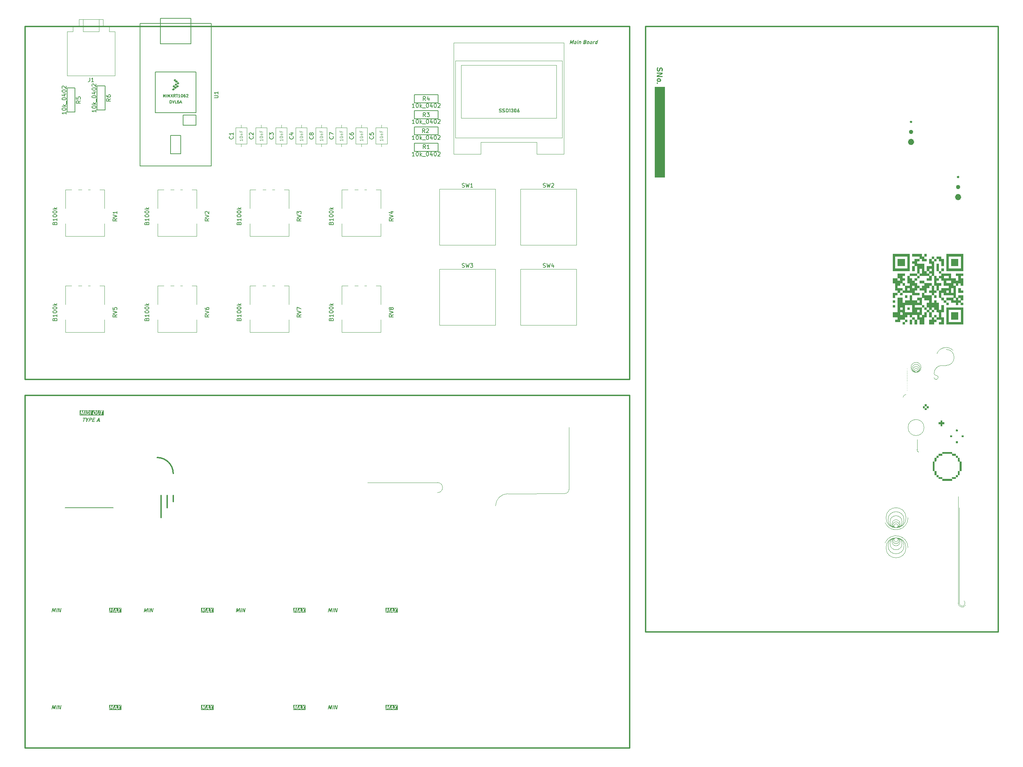
<source format=gbr>
%TF.GenerationSoftware,KiCad,Pcbnew,9.0.1*%
%TF.CreationDate,2025-08-14T15:11:15+01:00*%
%TF.ProjectId,MC8P_MIDI_CONTROLLER,4d433850-5f4d-4494-9449-5f434f4e5452,rev?*%
%TF.SameCoordinates,Original*%
%TF.FileFunction,Legend,Top*%
%TF.FilePolarity,Positive*%
%FSLAX46Y46*%
G04 Gerber Fmt 4.6, Leading zero omitted, Abs format (unit mm)*
G04 Created by KiCad (PCBNEW 9.0.1) date 2025-08-14 15:11:15*
%MOMM*%
%LPD*%
G01*
G04 APERTURE LIST*
%ADD10C,0.550000*%
%ADD11C,0.100000*%
%ADD12C,0.300000*%
%ADD13C,0.800000*%
%ADD14C,0.200000*%
%ADD15C,0.152400*%
%ADD16C,0.150000*%
%ADD17C,0.114000*%
%ADD18C,0.000000*%
%ADD19C,0.120000*%
G04 APERTURE END LIST*
D10*
X265255000Y-72020000D02*
G75*
G02*
X264705000Y-72020000I-275000J0D01*
G01*
X264705000Y-72020000D02*
G75*
G02*
X265255000Y-72020000I275000J0D01*
G01*
D11*
X259682137Y-113600855D02*
G75*
G02*
X263730000Y-112770000I2297863J-919145D01*
G01*
D12*
X274980000Y-32000000D02*
X186980000Y-32000000D01*
X186980000Y-183000000D01*
X274980000Y-183000000D01*
X274980000Y-32000000D01*
D13*
X253630000Y-60770000D02*
G75*
G02*
X252830000Y-60770000I-400000J0D01*
G01*
X252830000Y-60770000D02*
G75*
G02*
X253630000Y-60770000I400000J0D01*
G01*
D12*
X253380000Y-55770000D02*
G75*
G02*
X253080000Y-55770000I-150000J0D01*
G01*
X253080000Y-55770000D02*
G75*
G02*
X253380000Y-55770000I150000J0D01*
G01*
D11*
X254730000Y-135020000D02*
X254730000Y-137520000D01*
X261980000Y-112520000D02*
G75*
G02*
X261980000Y-116520000I0J-2000000D01*
G01*
X250480000Y-160520000D02*
G75*
G02*
X248480000Y-160520000I-1000000J0D01*
G01*
X248480000Y-160520000D02*
G75*
G02*
X250480000Y-160520000I1000000J0D01*
G01*
X252230000Y-117270000D02*
X252230000Y-117290000D01*
X252230000Y-117690000D02*
X252230000Y-117710000D01*
X252230000Y-118110000D02*
X252230000Y-118130000D01*
X252230000Y-118530000D02*
X252230000Y-118550000D01*
X252230000Y-118950000D02*
X252230000Y-118970000D01*
X252230000Y-119370000D02*
X252230000Y-119390000D01*
X252230000Y-119790000D02*
X252230000Y-119810000D01*
X252230000Y-120210000D02*
X252230000Y-120230000D01*
X252230000Y-120630000D02*
X252230000Y-120650000D01*
X252230000Y-121050000D02*
X252230000Y-121070000D01*
X252230000Y-121470000D02*
X252230000Y-121490000D01*
X252230000Y-121890000D02*
X252230000Y-121910000D01*
X252230000Y-122310000D02*
X252230000Y-122330000D01*
X252230000Y-122730000D02*
X252230000Y-122750000D01*
X250980000Y-161020000D02*
G75*
G02*
X247980000Y-161020000I-1500000J0D01*
G01*
X247980000Y-161020000D02*
G75*
G02*
X250980000Y-161020000I1500000J0D01*
G01*
X255063975Y-138144038D02*
G75*
G02*
X254730000Y-137520000I416025J624038D01*
G01*
X255480000Y-117270000D02*
G75*
G02*
X253480000Y-117270000I-1000000J0D01*
G01*
X253480000Y-117270000D02*
G75*
G02*
X255480000Y-117270000I1000000J0D01*
G01*
D14*
G36*
X189719612Y-42652712D02*
G01*
X189725023Y-42546889D01*
X189741136Y-42443976D01*
X189767874Y-42344476D01*
X189804151Y-42252733D01*
X189850322Y-42167293D01*
X189904168Y-42091808D01*
X190135894Y-42221959D01*
X190073686Y-42313984D01*
X190026717Y-42420895D01*
X189997861Y-42535297D01*
X189988249Y-42652712D01*
X189994282Y-42743596D01*
X190010512Y-42813201D01*
X190034869Y-42865936D01*
X190071009Y-42908740D01*
X190114128Y-42933400D01*
X190166668Y-42941865D01*
X190167676Y-42941865D01*
X190226274Y-42931769D01*
X190266686Y-42903854D01*
X190295813Y-42861341D01*
X190317427Y-42803928D01*
X190345088Y-42669106D01*
X190378427Y-42492702D01*
X190404509Y-42406551D01*
X190441991Y-42328662D01*
X190494385Y-42261644D01*
X190566555Y-42208129D01*
X190622503Y-42184081D01*
X190693481Y-42168297D01*
X190782984Y-42162516D01*
X190783992Y-42162516D01*
X190891148Y-42172276D01*
X190981102Y-42199898D01*
X191057210Y-42244245D01*
X191121780Y-42306039D01*
X191171425Y-42380232D01*
X191208705Y-42470394D01*
X191232685Y-42579729D01*
X191241306Y-42712154D01*
X191231368Y-42832924D01*
X191200731Y-42958259D01*
X191151639Y-43079044D01*
X191085418Y-43190992D01*
X190847556Y-43072016D01*
X190901300Y-42983345D01*
X190940338Y-42892039D01*
X190964869Y-42798588D01*
X190972670Y-42712154D01*
X190967133Y-42626559D01*
X190952280Y-42561291D01*
X190930080Y-42512119D01*
X190897092Y-42472119D01*
X190858006Y-42449230D01*
X190810645Y-42441411D01*
X190809637Y-42441411D01*
X190763612Y-42446570D01*
X190728211Y-42460793D01*
X190700919Y-42483451D01*
X190669533Y-42530346D01*
X190646056Y-42593177D01*
X190612717Y-42738807D01*
X190572233Y-42909991D01*
X190542654Y-42992058D01*
X190502991Y-43065879D01*
X190449942Y-43129045D01*
X190378976Y-43178719D01*
X190324693Y-43200991D01*
X190257284Y-43215491D01*
X190173904Y-43220759D01*
X190171797Y-43220759D01*
X190066615Y-43210753D01*
X189977943Y-43182335D01*
X189902482Y-43136442D01*
X189838039Y-43072016D01*
X189788992Y-42995555D01*
X189752024Y-42902505D01*
X189728190Y-42789556D01*
X189719612Y-42652712D01*
G37*
G36*
X189736007Y-43456057D02*
G01*
X191225919Y-43456057D01*
X191225919Y-43799615D01*
X190083412Y-44354290D01*
X190056942Y-44329744D01*
X191225919Y-44329744D01*
X191225919Y-44598381D01*
X189736007Y-44598381D01*
X189736007Y-44252808D01*
X190861112Y-43700147D01*
X190887581Y-43724693D01*
X189736007Y-43724693D01*
X189736007Y-43456057D01*
G37*
G36*
X190465128Y-44883044D02*
G01*
X190555741Y-44906677D01*
X190631461Y-44943992D01*
X190694782Y-44994787D01*
X190745479Y-45058223D01*
X190782741Y-45134112D01*
X190806349Y-45224958D01*
X190814767Y-45334040D01*
X190806348Y-45443124D01*
X190782737Y-45533953D01*
X190745476Y-45609810D01*
X190694782Y-45673202D01*
X190631461Y-45723997D01*
X190555741Y-45761312D01*
X190465128Y-45784945D01*
X190356353Y-45793369D01*
X190180040Y-45793369D01*
X190070726Y-45784939D01*
X189979684Y-45761293D01*
X189903630Y-45723974D01*
X189840054Y-45673202D01*
X189789148Y-45609780D01*
X189751748Y-45533912D01*
X189728058Y-45443093D01*
X189719612Y-45334040D01*
X189719669Y-45333307D01*
X189990355Y-45333307D01*
X189996381Y-45387742D01*
X190013184Y-45430878D01*
X190040181Y-45465290D01*
X190076114Y-45490611D01*
X190121803Y-45506651D01*
X190180040Y-45512460D01*
X190356353Y-45512460D01*
X190414020Y-45506654D01*
X190459223Y-45490622D01*
X190494747Y-45465290D01*
X190521422Y-45430921D01*
X190538054Y-45387785D01*
X190544023Y-45333307D01*
X190538063Y-45279333D01*
X190521443Y-45236555D01*
X190494747Y-45202424D01*
X190459251Y-45177304D01*
X190414049Y-45161387D01*
X190356353Y-45155621D01*
X190180040Y-45155621D01*
X190121774Y-45161390D01*
X190076085Y-45177314D01*
X190040181Y-45202424D01*
X190013163Y-45236597D01*
X189996371Y-45279377D01*
X189990355Y-45333307D01*
X189719669Y-45333307D01*
X189728116Y-45225057D01*
X189751980Y-45134244D01*
X189789685Y-45058318D01*
X189841062Y-44994787D01*
X189905110Y-44944022D01*
X189981660Y-44906697D01*
X190073221Y-44883049D01*
X190183063Y-44874619D01*
X190356353Y-44874619D01*
X190465128Y-44883044D01*
G37*
G36*
X189735000Y-45961347D02*
G01*
X190016001Y-45961347D01*
X190016001Y-46242257D01*
X189735000Y-46242257D01*
X189735000Y-45961347D01*
G37*
D11*
X191730000Y-47020000D02*
X189230000Y-47020000D01*
X189230000Y-69520000D01*
X191730000Y-69520000D01*
X191730000Y-47020000D01*
G36*
X191730000Y-47020000D02*
G01*
X189230000Y-47020000D01*
X189230000Y-69520000D01*
X191730000Y-69520000D01*
X191730000Y-47020000D01*
G37*
X255730000Y-117020000D02*
G75*
G02*
X253230000Y-117020000I-1250000J0D01*
G01*
X253230000Y-117020000D02*
G75*
G02*
X255730000Y-117020000I1250000J0D01*
G01*
X256480000Y-132020000D02*
G75*
G02*
X252480000Y-132020000I-2000000J0D01*
G01*
X252480000Y-132020000D02*
G75*
G02*
X256480000Y-132020000I2000000J0D01*
G01*
X254980000Y-117770000D02*
G75*
G02*
X253980000Y-117770000I-500000J0D01*
G01*
X253980000Y-117770000D02*
G75*
G02*
X254980000Y-117770000I500000J0D01*
G01*
X254730000Y-118020000D02*
G75*
G02*
X254230000Y-118020000I-250000J0D01*
G01*
X254230000Y-118020000D02*
G75*
G02*
X254730000Y-118020000I250000J0D01*
G01*
X266461997Y-175270000D02*
G75*
G02*
X265287282Y-175806285I-464944J-536285D01*
G01*
X265287282Y-152020000D02*
X265287282Y-175806285D01*
X252480000Y-154520000D02*
G75*
G02*
X246748901Y-155761409I-3000000J0D01*
G01*
X249980000Y-160020000D02*
G75*
G02*
X248980000Y-160020000I-500000J0D01*
G01*
X248980000Y-160020000D02*
G75*
G02*
X249980000Y-160020000I500000J0D01*
G01*
X266837493Y-176320781D02*
G75*
G02*
X264980000Y-175806285I-857493J514496D01*
G01*
X249980000Y-156520000D02*
G75*
G02*
X248980000Y-156520000I-500000J0D01*
G01*
X248980000Y-156520000D02*
G75*
G02*
X249980000Y-156520000I500000J0D01*
G01*
X246748901Y-160770000D02*
G75*
G02*
X252480000Y-162011409I2731099J-1241409D01*
G01*
X250230000Y-160270000D02*
G75*
G02*
X248730000Y-160270000I-750000J0D01*
G01*
X248730000Y-160270000D02*
G75*
G02*
X250230000Y-160270000I750000J0D01*
G01*
X251480000Y-161520000D02*
G75*
G02*
X247480000Y-161520000I-2000000J0D01*
G01*
X247480000Y-161520000D02*
G75*
G02*
X251480000Y-161520000I2000000J0D01*
G01*
X251980000Y-162020000D02*
G75*
G02*
X246980000Y-162020000I-2500000J0D01*
G01*
X246980000Y-162020000D02*
G75*
G02*
X251980000Y-162020000I2500000J0D01*
G01*
X264980000Y-149270000D02*
X264980000Y-175806285D01*
X250980000Y-155520000D02*
G75*
G02*
X247980000Y-155520000I-1500000J0D01*
G01*
X247980000Y-155520000D02*
G75*
G02*
X250980000Y-155520000I1500000J0D01*
G01*
X250480000Y-156020000D02*
G75*
G02*
X248480000Y-156020000I-1000000J0D01*
G01*
X248480000Y-156020000D02*
G75*
G02*
X250480000Y-156020000I1000000J0D01*
G01*
X251980000Y-154520000D02*
G75*
G02*
X246980000Y-154520000I-2500000J0D01*
G01*
X246980000Y-154520000D02*
G75*
G02*
X251980000Y-154520000I2500000J0D01*
G01*
X250230000Y-156270000D02*
G75*
G02*
X248730000Y-156270000I-750000J0D01*
G01*
X248730000Y-156270000D02*
G75*
G02*
X250230000Y-156270000I750000J0D01*
G01*
X251480000Y-155020000D02*
G75*
G02*
X247480000Y-155020000I-2000000J0D01*
G01*
X247480000Y-155020000D02*
G75*
G02*
X251480000Y-155020000I2000000J0D01*
G01*
X251230000Y-124520000D02*
G75*
G02*
X251980000Y-123770000I750000J0D01*
G01*
X258980000Y-118510000D02*
G75*
G02*
X260967083Y-116522917I1987083J0D01*
G01*
X261980000Y-116520000D02*
X260980000Y-116520000D01*
X259480000Y-119010000D02*
G75*
G02*
X258980000Y-118510000I0J500000D01*
G01*
X259480000Y-119010000D02*
G75*
G02*
X258970000Y-119520000I0J-510000D01*
G01*
X255230000Y-117520000D02*
G75*
G02*
X253730000Y-117520000I-750000J0D01*
G01*
X253730000Y-117520000D02*
G75*
G02*
X255230000Y-117520000I750000J0D01*
G01*
D10*
X253505000Y-58270000D02*
G75*
G02*
X252955000Y-58270000I-275000J0D01*
G01*
X252955000Y-58270000D02*
G75*
G02*
X253505000Y-58270000I275000J0D01*
G01*
D13*
X265380000Y-74520000D02*
G75*
G02*
X264580000Y-74520000I-400000J0D01*
G01*
X264580000Y-74520000D02*
G75*
G02*
X265380000Y-74520000I400000J0D01*
G01*
D12*
X265130000Y-69520000D02*
G75*
G02*
X264830000Y-69520000I-150000J0D01*
G01*
X264830000Y-69520000D02*
G75*
G02*
X265130000Y-69520000I150000J0D01*
G01*
D14*
G36*
X85145830Y-177755950D02*
G01*
X85470307Y-177086053D01*
X85711619Y-177086053D01*
X85504989Y-178080000D01*
X85338538Y-178080000D01*
X85499005Y-177308192D01*
X85496624Y-177351973D01*
X85182405Y-177969235D01*
X85020533Y-177969235D01*
X84960144Y-177365650D01*
X84978829Y-177308192D01*
X84818361Y-178080000D01*
X84651849Y-178080000D01*
X84858478Y-177086053D01*
X85099851Y-177086053D01*
X85145830Y-177755950D01*
G37*
G36*
X86125305Y-177086053D02*
G01*
X85918675Y-178080000D01*
X85728777Y-178080000D01*
X85935406Y-177086053D01*
X86125305Y-177086053D01*
G37*
G36*
X86127198Y-178079328D02*
G01*
X86333705Y-177086053D01*
X86557737Y-177086053D01*
X86761069Y-177847725D01*
X86741407Y-177865371D01*
X86903402Y-177086053D01*
X87078585Y-177086053D01*
X86872077Y-178079328D01*
X86646763Y-178079328D01*
X86442332Y-177329258D01*
X86461994Y-177311612D01*
X86302381Y-178079328D01*
X86127198Y-178079328D01*
G37*
D11*
X135000000Y-145749999D02*
X117500000Y-145750000D01*
D14*
G36*
X54706815Y-177740258D02*
G01*
X54474373Y-177740258D01*
X54661095Y-177401188D01*
X54706815Y-177740258D01*
G37*
G36*
X56062297Y-178191111D02*
G01*
X52995867Y-178191111D01*
X52995867Y-178080000D01*
X53106978Y-178080000D01*
X53273490Y-178080000D01*
X53417462Y-177387531D01*
X53475662Y-177969235D01*
X53637534Y-177969235D01*
X53940390Y-177374293D01*
X53793667Y-178080000D01*
X53960118Y-178080000D01*
X54089994Y-178080000D01*
X54287281Y-178080000D01*
X54375010Y-177920692D01*
X54731144Y-177920692D01*
X54752625Y-178080000D01*
X54949851Y-178080000D01*
X54982274Y-178080000D01*
X55175471Y-178080000D01*
X55440258Y-177740865D01*
X55566015Y-178080000D01*
X55759272Y-178080000D01*
X55570796Y-177573619D01*
X55951186Y-177086053D01*
X55757929Y-177086053D01*
X55508665Y-177405571D01*
X55390160Y-177086053D01*
X55196903Y-177086053D01*
X55377858Y-177573190D01*
X54982274Y-178080000D01*
X54949851Y-178080000D01*
X54784682Y-177086053D01*
X54668422Y-177086053D01*
X54287707Y-177740258D01*
X54089994Y-178080000D01*
X53960118Y-178080000D01*
X54166748Y-177086053D01*
X53925436Y-177086053D01*
X53600959Y-177755950D01*
X53554980Y-177086053D01*
X53313607Y-177086053D01*
X53106978Y-178080000D01*
X52995867Y-178080000D01*
X52995867Y-176974942D01*
X56062297Y-176974942D01*
X56062297Y-178191111D01*
G37*
D11*
X167804897Y-147425104D02*
G75*
G02*
X166730001Y-148499997I-1074897J4D01*
G01*
D14*
G36*
X62145830Y-177755950D02*
G01*
X62470307Y-177086053D01*
X62711619Y-177086053D01*
X62504989Y-178080000D01*
X62338538Y-178080000D01*
X62499005Y-177308192D01*
X62496624Y-177351973D01*
X62182405Y-177969235D01*
X62020533Y-177969235D01*
X61960144Y-177365650D01*
X61978829Y-177308192D01*
X61818361Y-178080000D01*
X61651849Y-178080000D01*
X61858478Y-177086053D01*
X62099851Y-177086053D01*
X62145830Y-177755950D01*
G37*
G36*
X63125305Y-177086053D02*
G01*
X62918675Y-178080000D01*
X62728777Y-178080000D01*
X62935406Y-177086053D01*
X63125305Y-177086053D01*
G37*
G36*
X63127198Y-178079328D02*
G01*
X63333705Y-177086053D01*
X63557737Y-177086053D01*
X63761069Y-177847725D01*
X63741407Y-177865371D01*
X63903402Y-177086053D01*
X64078585Y-177086053D01*
X63872077Y-178079328D01*
X63646763Y-178079328D01*
X63442332Y-177329258D01*
X63461994Y-177311612D01*
X63302381Y-178079328D01*
X63127198Y-178079328D01*
G37*
G36*
X100706815Y-201990258D02*
G01*
X100474373Y-201990258D01*
X100661095Y-201651188D01*
X100706815Y-201990258D01*
G37*
G36*
X102062297Y-202441111D02*
G01*
X98995867Y-202441111D01*
X98995867Y-202330000D01*
X99106978Y-202330000D01*
X99273490Y-202330000D01*
X99417462Y-201637531D01*
X99475662Y-202219235D01*
X99637534Y-202219235D01*
X99940390Y-201624293D01*
X99793667Y-202330000D01*
X99960118Y-202330000D01*
X100089994Y-202330000D01*
X100287281Y-202330000D01*
X100375010Y-202170692D01*
X100731144Y-202170692D01*
X100752625Y-202330000D01*
X100949851Y-202330000D01*
X100982274Y-202330000D01*
X101175471Y-202330000D01*
X101440258Y-201990865D01*
X101566015Y-202330000D01*
X101759272Y-202330000D01*
X101570796Y-201823619D01*
X101951186Y-201336053D01*
X101757929Y-201336053D01*
X101508665Y-201655571D01*
X101390160Y-201336053D01*
X101196903Y-201336053D01*
X101377858Y-201823190D01*
X100982274Y-202330000D01*
X100949851Y-202330000D01*
X100784682Y-201336053D01*
X100668422Y-201336053D01*
X100287707Y-201990258D01*
X100089994Y-202330000D01*
X99960118Y-202330000D01*
X100166748Y-201336053D01*
X99925436Y-201336053D01*
X99600959Y-202005950D01*
X99554980Y-201336053D01*
X99313607Y-201336053D01*
X99106978Y-202330000D01*
X98995867Y-202330000D01*
X98995867Y-201224942D01*
X102062297Y-201224942D01*
X102062297Y-202441111D01*
G37*
G36*
X77706815Y-177740258D02*
G01*
X77474373Y-177740258D01*
X77661095Y-177401188D01*
X77706815Y-177740258D01*
G37*
G36*
X79062297Y-178191111D02*
G01*
X75995867Y-178191111D01*
X75995867Y-178080000D01*
X76106978Y-178080000D01*
X76273490Y-178080000D01*
X76417462Y-177387531D01*
X76475662Y-177969235D01*
X76637534Y-177969235D01*
X76940390Y-177374293D01*
X76793667Y-178080000D01*
X76960118Y-178080000D01*
X77089994Y-178080000D01*
X77287281Y-178080000D01*
X77375010Y-177920692D01*
X77731144Y-177920692D01*
X77752625Y-178080000D01*
X77949851Y-178080000D01*
X77982274Y-178080000D01*
X78175471Y-178080000D01*
X78440258Y-177740865D01*
X78566015Y-178080000D01*
X78759272Y-178080000D01*
X78570796Y-177573619D01*
X78951186Y-177086053D01*
X78757929Y-177086053D01*
X78508665Y-177405571D01*
X78390160Y-177086053D01*
X78196903Y-177086053D01*
X78377858Y-177573190D01*
X77982274Y-178080000D01*
X77949851Y-178080000D01*
X77784682Y-177086053D01*
X77668422Y-177086053D01*
X77287707Y-177740258D01*
X77089994Y-178080000D01*
X76960118Y-178080000D01*
X77166748Y-177086053D01*
X76925436Y-177086053D01*
X76600959Y-177755950D01*
X76554980Y-177086053D01*
X76313607Y-177086053D01*
X76106978Y-178080000D01*
X75995867Y-178080000D01*
X75995867Y-176974942D01*
X79062297Y-176974942D01*
X79062297Y-178191111D01*
G37*
D12*
X31980000Y-124000000D02*
X182980000Y-124000000D01*
X182980000Y-212000000D01*
X31980000Y-212000000D01*
X31980000Y-124000000D01*
X65000000Y-139500000D02*
G75*
G02*
X69000000Y-143500000I0J-4000000D01*
G01*
D14*
G36*
X49475980Y-128018964D02*
G01*
X49511732Y-128034991D01*
X49538548Y-128060696D01*
X49555695Y-128094017D01*
X49562485Y-128135285D01*
X49557294Y-128187397D01*
X49496722Y-128478656D01*
X49481117Y-128528576D01*
X49457350Y-128570289D01*
X49425281Y-128605113D01*
X49386385Y-128631664D01*
X49343424Y-128647505D01*
X49295099Y-128652923D01*
X49247723Y-128647075D01*
X49212077Y-128630982D01*
X49185251Y-128605113D01*
X49168102Y-128571612D01*
X49161315Y-128530394D01*
X49166444Y-128478656D01*
X49227017Y-128187397D01*
X49242714Y-128137115D01*
X49266494Y-128095340D01*
X49298458Y-128060696D01*
X49337331Y-128034274D01*
X49380197Y-128018516D01*
X49428334Y-128013129D01*
X49475980Y-128018964D01*
G37*
G36*
X47812086Y-128022310D02*
G01*
X47854183Y-128037637D01*
X47884047Y-128061001D01*
X47903797Y-128092811D01*
X47912173Y-128133519D01*
X47907373Y-128186725D01*
X47846556Y-128479328D01*
X47830220Y-128530179D01*
X47805109Y-128571442D01*
X47771024Y-128604747D01*
X47729748Y-128629006D01*
X47680699Y-128644144D01*
X47621975Y-128649504D01*
X47479552Y-128649504D01*
X47611135Y-128016549D01*
X47753561Y-128016549D01*
X47812086Y-128022310D01*
G37*
G36*
X51614044Y-128951369D02*
G01*
X45672448Y-128951369D01*
X45672448Y-128830000D01*
X45783559Y-128830000D01*
X45950071Y-128830000D01*
X46094043Y-128137531D01*
X46152243Y-128719235D01*
X46314115Y-128719235D01*
X46616971Y-128124293D01*
X46470248Y-128830000D01*
X46636699Y-128830000D01*
X46860487Y-128830000D01*
X47050385Y-128830000D01*
X47258786Y-128830000D01*
X47351048Y-128830000D01*
X47579721Y-128830000D01*
X48150089Y-128830000D01*
X48339988Y-128830000D01*
X48398759Y-128547295D01*
X48967611Y-128547295D01*
X48969429Y-128610972D01*
X48981553Y-128666662D01*
X49004659Y-128718138D01*
X49036905Y-128760445D01*
X49078944Y-128794829D01*
X49127873Y-128819286D01*
X49186316Y-128834750D01*
X49256387Y-128840258D01*
X49326639Y-128835080D01*
X49391792Y-128819890D01*
X49452758Y-128794829D01*
X49509110Y-128760458D01*
X49559177Y-128717934D01*
X49603456Y-128666662D01*
X49639648Y-128609241D01*
X49660944Y-128560750D01*
X49849398Y-128560750D01*
X49852985Y-128634149D01*
X49869346Y-128694123D01*
X49897280Y-128743538D01*
X49928248Y-128776702D01*
X49966425Y-128803102D01*
X50013022Y-128822917D01*
X50069750Y-128835669D01*
X50138714Y-128840258D01*
X50222505Y-128833812D01*
X50296533Y-128815268D01*
X50362437Y-128785237D01*
X50421486Y-128743538D01*
X50471944Y-128691907D01*
X50513764Y-128630203D01*
X50547070Y-128557001D01*
X50571390Y-128470413D01*
X50665754Y-128016549D01*
X50752680Y-128016549D01*
X51017463Y-128016549D01*
X50848362Y-128830000D01*
X51031544Y-128830000D01*
X51200645Y-128016549D01*
X51465441Y-128016549D01*
X51502933Y-127836053D01*
X50790171Y-127836053D01*
X50752680Y-128016549D01*
X50665754Y-128016549D01*
X50703281Y-127836053D01*
X50520038Y-127836053D01*
X50387170Y-128475237D01*
X50370471Y-128529659D01*
X50346167Y-128573244D01*
X50314447Y-128607861D01*
X50275540Y-128633689D01*
X50230385Y-128649481D01*
X50177305Y-128655000D01*
X50125059Y-128649024D01*
X50087453Y-128632965D01*
X50060679Y-128607861D01*
X50044010Y-128574674D01*
X50037554Y-128531670D01*
X50043520Y-128475237D01*
X50176389Y-127836053D01*
X49993145Y-127836053D01*
X49861254Y-128470413D01*
X49849398Y-128560750D01*
X49660944Y-128560750D01*
X49667742Y-128545270D01*
X49687659Y-128473832D01*
X49746216Y-128192220D01*
X49756197Y-128118295D01*
X49754378Y-128054541D01*
X49742247Y-127999085D01*
X49719150Y-127947816D01*
X49686890Y-127905625D01*
X49644794Y-127871285D01*
X49595860Y-127846795D01*
X49537399Y-127831310D01*
X49467291Y-127825795D01*
X49397082Y-127830978D01*
X49331949Y-127846187D01*
X49270980Y-127871285D01*
X49214649Y-127905597D01*
X49164603Y-127948003D01*
X49120344Y-127999085D01*
X49084222Y-128056285D01*
X49056096Y-128120342D01*
X49036080Y-128192220D01*
X48977523Y-128473832D01*
X48969891Y-128530394D01*
X48967611Y-128547295D01*
X48398759Y-128547295D01*
X48546617Y-127836053D01*
X48356718Y-127836053D01*
X48150089Y-128830000D01*
X47579721Y-128830000D01*
X47663942Y-128824668D01*
X47737505Y-128809471D01*
X47801982Y-128785242D01*
X47861675Y-128751052D01*
X47912745Y-128709470D01*
X47956038Y-128660129D01*
X47991206Y-128604414D01*
X48018414Y-128542600D01*
X48037615Y-128473832D01*
X48096172Y-128192220D01*
X48106029Y-128121905D01*
X48105231Y-128062194D01*
X48095316Y-128011213D01*
X48077137Y-127967353D01*
X48050804Y-127929354D01*
X48007654Y-127890912D01*
X47951553Y-127861934D01*
X47879378Y-127843000D01*
X47787022Y-127836053D01*
X47648658Y-127836053D01*
X47465415Y-127836053D01*
X47296309Y-128649504D01*
X47258786Y-128830000D01*
X47050385Y-128830000D01*
X47257015Y-127836053D01*
X47067116Y-127836053D01*
X46860487Y-128830000D01*
X46636699Y-128830000D01*
X46843329Y-127836053D01*
X46602017Y-127836053D01*
X46277540Y-128505950D01*
X46231561Y-127836053D01*
X45990188Y-127836053D01*
X45783559Y-128830000D01*
X45672448Y-128830000D01*
X45672448Y-127714684D01*
X51614044Y-127714684D01*
X51614044Y-128951369D01*
G37*
D11*
X149491213Y-151574899D02*
G75*
G02*
X152539299Y-148526813I3048087J-1D01*
G01*
D12*
X69000000Y-149000000D02*
X69000000Y-150500000D01*
D14*
G36*
X39145830Y-202005950D02*
G01*
X39470307Y-201336053D01*
X39711619Y-201336053D01*
X39504989Y-202330000D01*
X39338538Y-202330000D01*
X39499005Y-201558192D01*
X39496624Y-201601973D01*
X39182405Y-202219235D01*
X39020533Y-202219235D01*
X38960144Y-201615650D01*
X38978829Y-201558192D01*
X38818361Y-202330000D01*
X38651849Y-202330000D01*
X38858478Y-201336053D01*
X39099851Y-201336053D01*
X39145830Y-202005950D01*
G37*
G36*
X40125305Y-201336053D02*
G01*
X39918675Y-202330000D01*
X39728777Y-202330000D01*
X39935406Y-201336053D01*
X40125305Y-201336053D01*
G37*
G36*
X40127198Y-202329328D02*
G01*
X40333705Y-201336053D01*
X40557737Y-201336053D01*
X40761069Y-202097725D01*
X40741407Y-202115371D01*
X40903402Y-201336053D01*
X41078585Y-201336053D01*
X40872077Y-202329328D01*
X40646763Y-202329328D01*
X40442332Y-201579258D01*
X40461994Y-201561612D01*
X40302381Y-202329328D01*
X40127198Y-202329328D01*
G37*
D12*
X67500000Y-149000000D02*
X67500000Y-152000000D01*
D14*
G36*
X108145830Y-202005950D02*
G01*
X108470307Y-201336053D01*
X108711619Y-201336053D01*
X108504989Y-202330000D01*
X108338538Y-202330000D01*
X108499005Y-201558192D01*
X108496624Y-201601973D01*
X108182405Y-202219235D01*
X108020533Y-202219235D01*
X107960144Y-201615650D01*
X107978829Y-201558192D01*
X107818361Y-202330000D01*
X107651849Y-202330000D01*
X107858478Y-201336053D01*
X108099851Y-201336053D01*
X108145830Y-202005950D01*
G37*
G36*
X109125305Y-201336053D02*
G01*
X108918675Y-202330000D01*
X108728777Y-202330000D01*
X108935406Y-201336053D01*
X109125305Y-201336053D01*
G37*
G36*
X109127198Y-202329328D02*
G01*
X109333705Y-201336053D01*
X109557737Y-201336053D01*
X109761069Y-202097725D01*
X109741407Y-202115371D01*
X109903402Y-201336053D01*
X110078585Y-201336053D01*
X109872077Y-202329328D01*
X109646763Y-202329328D01*
X109442332Y-201579258D01*
X109461994Y-201561612D01*
X109302381Y-202329328D01*
X109127198Y-202329328D01*
G37*
G36*
X77706815Y-201990258D02*
G01*
X77474373Y-201990258D01*
X77661095Y-201651188D01*
X77706815Y-201990258D01*
G37*
G36*
X79062297Y-202441111D02*
G01*
X75995867Y-202441111D01*
X75995867Y-202330000D01*
X76106978Y-202330000D01*
X76273490Y-202330000D01*
X76417462Y-201637531D01*
X76475662Y-202219235D01*
X76637534Y-202219235D01*
X76940390Y-201624293D01*
X76793667Y-202330000D01*
X76960118Y-202330000D01*
X77089994Y-202330000D01*
X77287281Y-202330000D01*
X77375010Y-202170692D01*
X77731144Y-202170692D01*
X77752625Y-202330000D01*
X77949851Y-202330000D01*
X77982274Y-202330000D01*
X78175471Y-202330000D01*
X78440258Y-201990865D01*
X78566015Y-202330000D01*
X78759272Y-202330000D01*
X78570796Y-201823619D01*
X78951186Y-201336053D01*
X78757929Y-201336053D01*
X78508665Y-201655571D01*
X78390160Y-201336053D01*
X78196903Y-201336053D01*
X78377858Y-201823190D01*
X77982274Y-202330000D01*
X77949851Y-202330000D01*
X77784682Y-201336053D01*
X77668422Y-201336053D01*
X77287707Y-201990258D01*
X77089994Y-202330000D01*
X76960118Y-202330000D01*
X77166748Y-201336053D01*
X76925436Y-201336053D01*
X76600959Y-202005950D01*
X76554980Y-201336053D01*
X76313607Y-201336053D01*
X76106978Y-202330000D01*
X75995867Y-202330000D01*
X75995867Y-201224942D01*
X79062297Y-201224942D01*
X79062297Y-202441111D01*
G37*
G36*
X123706815Y-201990258D02*
G01*
X123474373Y-201990258D01*
X123661095Y-201651188D01*
X123706815Y-201990258D01*
G37*
G36*
X125062297Y-202441111D02*
G01*
X121995867Y-202441111D01*
X121995867Y-202330000D01*
X122106978Y-202330000D01*
X122273490Y-202330000D01*
X122417462Y-201637531D01*
X122475662Y-202219235D01*
X122637534Y-202219235D01*
X122940390Y-201624293D01*
X122793667Y-202330000D01*
X122960118Y-202330000D01*
X123089994Y-202330000D01*
X123287281Y-202330000D01*
X123375010Y-202170692D01*
X123731144Y-202170692D01*
X123752625Y-202330000D01*
X123949851Y-202330000D01*
X123982274Y-202330000D01*
X124175471Y-202330000D01*
X124440258Y-201990865D01*
X124566015Y-202330000D01*
X124759272Y-202330000D01*
X124570796Y-201823619D01*
X124951186Y-201336053D01*
X124757929Y-201336053D01*
X124508665Y-201655571D01*
X124390160Y-201336053D01*
X124196903Y-201336053D01*
X124377858Y-201823190D01*
X123982274Y-202330000D01*
X123949851Y-202330000D01*
X123784682Y-201336053D01*
X123668422Y-201336053D01*
X123287707Y-201990258D01*
X123089994Y-202330000D01*
X122960118Y-202330000D01*
X123166748Y-201336053D01*
X122925436Y-201336053D01*
X122600959Y-202005950D01*
X122554980Y-201336053D01*
X122313607Y-201336053D01*
X122106978Y-202330000D01*
X121995867Y-202330000D01*
X121995867Y-201224942D01*
X125062297Y-201224942D01*
X125062297Y-202441111D01*
G37*
G36*
X39145830Y-177755950D02*
G01*
X39470307Y-177086053D01*
X39711619Y-177086053D01*
X39504989Y-178080000D01*
X39338538Y-178080000D01*
X39499005Y-177308192D01*
X39496624Y-177351973D01*
X39182405Y-177969235D01*
X39020533Y-177969235D01*
X38960144Y-177365650D01*
X38978829Y-177308192D01*
X38818361Y-178080000D01*
X38651849Y-178080000D01*
X38858478Y-177086053D01*
X39099851Y-177086053D01*
X39145830Y-177755950D01*
G37*
G36*
X40125305Y-177086053D02*
G01*
X39918675Y-178080000D01*
X39728777Y-178080000D01*
X39935406Y-177086053D01*
X40125305Y-177086053D01*
G37*
G36*
X40127198Y-178079328D02*
G01*
X40333705Y-177086053D01*
X40557737Y-177086053D01*
X40761069Y-177847725D01*
X40741407Y-177865371D01*
X40903402Y-177086053D01*
X41078585Y-177086053D01*
X40872077Y-178079328D01*
X40646763Y-178079328D01*
X40442332Y-177329258D01*
X40461994Y-177311612D01*
X40302381Y-178079328D01*
X40127198Y-178079328D01*
G37*
G36*
X100706815Y-177740258D02*
G01*
X100474373Y-177740258D01*
X100661095Y-177401188D01*
X100706815Y-177740258D01*
G37*
G36*
X102062297Y-178191111D02*
G01*
X98995867Y-178191111D01*
X98995867Y-178080000D01*
X99106978Y-178080000D01*
X99273490Y-178080000D01*
X99417462Y-177387531D01*
X99475662Y-177969235D01*
X99637534Y-177969235D01*
X99940390Y-177374293D01*
X99793667Y-178080000D01*
X99960118Y-178080000D01*
X100089994Y-178080000D01*
X100287281Y-178080000D01*
X100375010Y-177920692D01*
X100731144Y-177920692D01*
X100752625Y-178080000D01*
X100949851Y-178080000D01*
X100982274Y-178080000D01*
X101175471Y-178080000D01*
X101440258Y-177740865D01*
X101566015Y-178080000D01*
X101759272Y-178080000D01*
X101570796Y-177573619D01*
X101951186Y-177086053D01*
X101757929Y-177086053D01*
X101508665Y-177405571D01*
X101390160Y-177086053D01*
X101196903Y-177086053D01*
X101377858Y-177573190D01*
X100982274Y-178080000D01*
X100949851Y-178080000D01*
X100784682Y-177086053D01*
X100668422Y-177086053D01*
X100287707Y-177740258D01*
X100089994Y-178080000D01*
X99960118Y-178080000D01*
X100166748Y-177086053D01*
X99925436Y-177086053D01*
X99600959Y-177755950D01*
X99554980Y-177086053D01*
X99313607Y-177086053D01*
X99106978Y-178080000D01*
X98995867Y-178080000D01*
X98995867Y-176974942D01*
X102062297Y-176974942D01*
X102062297Y-178191111D01*
G37*
G36*
X46517908Y-130580000D02*
G01*
X46707624Y-129667386D01*
X46890806Y-129667386D01*
X46701090Y-130580000D01*
X46517908Y-130580000D01*
G37*
G36*
X46422226Y-129766549D02*
G01*
X46459717Y-129586053D01*
X47172479Y-129586053D01*
X47134988Y-129766549D01*
X46422226Y-129766549D01*
G37*
G36*
X47963826Y-129586053D02*
G01*
X47550689Y-130196477D01*
X47470944Y-130580000D01*
X47287762Y-130580000D01*
X47367507Y-130196477D01*
X47208200Y-129586053D01*
X47400113Y-129586053D01*
X47497078Y-130013967D01*
X47771912Y-129586053D01*
X47963826Y-129586053D01*
G37*
G36*
X48016033Y-130194462D02*
G01*
X48053524Y-130013967D01*
X48364384Y-130013967D01*
X48396113Y-130010190D01*
X48424942Y-129999018D01*
X48451701Y-129980017D01*
X48473748Y-129955396D01*
X48490172Y-129926000D01*
X48501038Y-129890929D01*
X48504972Y-129853480D01*
X48500687Y-129823983D01*
X48489436Y-129800376D01*
X48471476Y-129781994D01*
X48447607Y-129770655D01*
X48415858Y-129766549D01*
X48104998Y-129766549D01*
X48142490Y-129586053D01*
X48448709Y-129586053D01*
X48509135Y-129590670D01*
X48559476Y-129603614D01*
X48601544Y-129624033D01*
X48638024Y-129652771D01*
X48666012Y-129687896D01*
X48686174Y-129730340D01*
X48697031Y-129776410D01*
X48699018Y-129829400D01*
X48690876Y-129890929D01*
X48674157Y-129950263D01*
X48650311Y-130003325D01*
X48619374Y-130050908D01*
X48581623Y-130093179D01*
X48538792Y-130128348D01*
X48490413Y-130156849D01*
X48438265Y-130177579D01*
X48382462Y-130190168D01*
X48322252Y-130194462D01*
X48016033Y-130194462D01*
G37*
G36*
X47852268Y-130580000D02*
G01*
X48058897Y-129586053D01*
X48242141Y-129586053D01*
X48035511Y-130580000D01*
X47852268Y-130580000D01*
G37*
G36*
X48710049Y-130580000D02*
G01*
X48916678Y-129586053D01*
X49099921Y-129586053D01*
X48893292Y-130580000D01*
X48710049Y-130580000D01*
G37*
G36*
X48776300Y-130580000D02*
G01*
X48813852Y-130399504D01*
X49398814Y-130399504D01*
X49361261Y-130580000D01*
X48776300Y-130580000D01*
G37*
G36*
X48860136Y-130176693D02*
G01*
X48897688Y-129996198D01*
X49409133Y-129996198D01*
X49371581Y-130176693D01*
X48860136Y-130176693D01*
G37*
G36*
X48945438Y-129766549D02*
G01*
X48982929Y-129586053D01*
X49567891Y-129586053D01*
X49530399Y-129766549D01*
X48945438Y-129766549D01*
G37*
G36*
X49827887Y-130580000D02*
G01*
X50406315Y-129586053D01*
X50522575Y-129586053D01*
X50687744Y-130580000D01*
X50490518Y-130580000D01*
X50398988Y-129901188D01*
X50025174Y-130580000D01*
X49827887Y-130580000D01*
G37*
G36*
X50039524Y-130420692D02*
G01*
X50077076Y-130240258D01*
X50588521Y-130240258D01*
X50550968Y-130420692D01*
X50039524Y-130420692D01*
G37*
G36*
X108145830Y-177755950D02*
G01*
X108470307Y-177086053D01*
X108711619Y-177086053D01*
X108504989Y-178080000D01*
X108338538Y-178080000D01*
X108499005Y-177308192D01*
X108496624Y-177351973D01*
X108182405Y-177969235D01*
X108020533Y-177969235D01*
X107960144Y-177365650D01*
X107978829Y-177308192D01*
X107818361Y-178080000D01*
X107651849Y-178080000D01*
X107858478Y-177086053D01*
X108099851Y-177086053D01*
X108145830Y-177755950D01*
G37*
G36*
X109125305Y-177086053D02*
G01*
X108918675Y-178080000D01*
X108728777Y-178080000D01*
X108935406Y-177086053D01*
X109125305Y-177086053D01*
G37*
G36*
X109127198Y-178079328D02*
G01*
X109333705Y-177086053D01*
X109557737Y-177086053D01*
X109761069Y-177847725D01*
X109741407Y-177865371D01*
X109903402Y-177086053D01*
X110078585Y-177086053D01*
X109872077Y-178079328D01*
X109646763Y-178079328D01*
X109442332Y-177329258D01*
X109461994Y-177311612D01*
X109302381Y-178079328D01*
X109127198Y-178079328D01*
G37*
G36*
X54706815Y-201990258D02*
G01*
X54474373Y-201990258D01*
X54661095Y-201651188D01*
X54706815Y-201990258D01*
G37*
G36*
X56062297Y-202441111D02*
G01*
X52995867Y-202441111D01*
X52995867Y-202330000D01*
X53106978Y-202330000D01*
X53273490Y-202330000D01*
X53417462Y-201637531D01*
X53475662Y-202219235D01*
X53637534Y-202219235D01*
X53940390Y-201624293D01*
X53793667Y-202330000D01*
X53960118Y-202330000D01*
X54089994Y-202330000D01*
X54287281Y-202330000D01*
X54375010Y-202170692D01*
X54731144Y-202170692D01*
X54752625Y-202330000D01*
X54949851Y-202330000D01*
X54982274Y-202330000D01*
X55175471Y-202330000D01*
X55440258Y-201990865D01*
X55566015Y-202330000D01*
X55759272Y-202330000D01*
X55570796Y-201823619D01*
X55951186Y-201336053D01*
X55757929Y-201336053D01*
X55508665Y-201655571D01*
X55390160Y-201336053D01*
X55196903Y-201336053D01*
X55377858Y-201823190D01*
X54982274Y-202330000D01*
X54949851Y-202330000D01*
X54784682Y-201336053D01*
X54668422Y-201336053D01*
X54287707Y-201990258D01*
X54089994Y-202330000D01*
X53960118Y-202330000D01*
X54166748Y-201336053D01*
X53925436Y-201336053D01*
X53600959Y-202005950D01*
X53554980Y-201336053D01*
X53313607Y-201336053D01*
X53106978Y-202330000D01*
X52995867Y-202330000D01*
X52995867Y-201224942D01*
X56062297Y-201224942D01*
X56062297Y-202441111D01*
G37*
G36*
X123706815Y-177740258D02*
G01*
X123474373Y-177740258D01*
X123661095Y-177401188D01*
X123706815Y-177740258D01*
G37*
G36*
X125062297Y-178191111D02*
G01*
X121995867Y-178191111D01*
X121995867Y-178080000D01*
X122106978Y-178080000D01*
X122273490Y-178080000D01*
X122417462Y-177387531D01*
X122475662Y-177969235D01*
X122637534Y-177969235D01*
X122940390Y-177374293D01*
X122793667Y-178080000D01*
X122960118Y-178080000D01*
X123089994Y-178080000D01*
X123287281Y-178080000D01*
X123375010Y-177920692D01*
X123731144Y-177920692D01*
X123752625Y-178080000D01*
X123949851Y-178080000D01*
X123982274Y-178080000D01*
X124175471Y-178080000D01*
X124440258Y-177740865D01*
X124566015Y-178080000D01*
X124759272Y-178080000D01*
X124570796Y-177573619D01*
X124951186Y-177086053D01*
X124757929Y-177086053D01*
X124508665Y-177405571D01*
X124390160Y-177086053D01*
X124196903Y-177086053D01*
X124377858Y-177573190D01*
X123982274Y-178080000D01*
X123949851Y-178080000D01*
X123784682Y-177086053D01*
X123668422Y-177086053D01*
X123287707Y-177740258D01*
X123089994Y-178080000D01*
X122960118Y-178080000D01*
X123166748Y-177086053D01*
X122925436Y-177086053D01*
X122600959Y-177755950D01*
X122554980Y-177086053D01*
X122313607Y-177086053D01*
X122106978Y-178080000D01*
X121995867Y-178080000D01*
X121995867Y-176974942D01*
X125062297Y-176974942D01*
X125062297Y-178191111D01*
G37*
D12*
X66000000Y-149000000D02*
X66000000Y-154500000D01*
D14*
X54000000Y-152000000D02*
X42000000Y-152000000D01*
D11*
X152539299Y-148526813D02*
X166730000Y-148500000D01*
X135000000Y-145749999D02*
G75*
G02*
X135000000Y-148250001I0J-1250001D01*
G01*
X167775373Y-131925100D02*
X167804897Y-147425100D01*
D14*
G36*
X168491078Y-36005950D02*
G01*
X168815555Y-35336053D01*
X169056867Y-35336053D01*
X168850237Y-36330000D01*
X168683786Y-36330000D01*
X168844253Y-35558192D01*
X168841872Y-35601973D01*
X168527653Y-36219235D01*
X168365781Y-36219235D01*
X168305392Y-35615650D01*
X168324077Y-35558192D01*
X168163609Y-36330000D01*
X167997097Y-36330000D01*
X168203726Y-35336053D01*
X168445099Y-35336053D01*
X168491078Y-36005950D01*
G37*
G36*
X169455837Y-36330000D02*
G01*
X169549382Y-35880165D01*
X169551995Y-35848147D01*
X169546223Y-35823610D01*
X169533018Y-35804328D01*
X169513530Y-35790388D01*
X169485985Y-35781137D01*
X169447655Y-35777644D01*
X169408651Y-35780737D01*
X169367971Y-35790284D01*
X169328855Y-35805781D01*
X169292988Y-35826859D01*
X169203046Y-35712737D01*
X169259413Y-35670048D01*
X169328281Y-35637205D01*
X169403755Y-35617015D01*
X169485146Y-35610155D01*
X169554113Y-35615295D01*
X169608118Y-35629312D01*
X169650182Y-35650768D01*
X169682617Y-35679214D01*
X169706481Y-35715085D01*
X169720762Y-35758068D01*
X169724929Y-35810194D01*
X169717116Y-35874059D01*
X169622350Y-36330000D01*
X169455837Y-36330000D01*
G37*
G36*
X169260443Y-36340258D02*
G01*
X169204131Y-36336127D01*
X169161294Y-36325009D01*
X169129040Y-36308241D01*
X169105166Y-36286280D01*
X169088475Y-36258578D01*
X169078571Y-36223337D01*
X169076438Y-36178331D01*
X169084100Y-36120806D01*
X169099080Y-36069106D01*
X169119979Y-36026357D01*
X169146506Y-35991179D01*
X169178866Y-35962597D01*
X169229918Y-35934748D01*
X169294254Y-35916795D01*
X169375237Y-35910268D01*
X169549138Y-35910268D01*
X169528744Y-36053150D01*
X169346233Y-36053150D01*
X169307825Y-36057689D01*
X169280715Y-36069820D01*
X169261058Y-36090330D01*
X169249269Y-36120806D01*
X169247904Y-36143118D01*
X169253222Y-36159723D01*
X169264778Y-36172463D01*
X169291852Y-36184286D01*
X169339944Y-36189193D01*
X169408165Y-36184313D01*
X169452357Y-36172096D01*
X169476065Y-36157985D01*
X169491376Y-36140414D01*
X169499740Y-36118790D01*
X169492352Y-36221983D01*
X169473995Y-36258534D01*
X169442953Y-36288661D01*
X169403707Y-36311321D01*
X169357652Y-36327618D01*
X169309036Y-36337115D01*
X169260443Y-36340258D01*
G37*
G36*
X169976075Y-35523387D02*
G01*
X170015031Y-35336053D01*
X170198274Y-35336053D01*
X170159318Y-35523387D01*
X169976075Y-35523387D01*
G37*
G36*
X169808402Y-36330000D02*
G01*
X169955925Y-35620413D01*
X170139168Y-35620413D01*
X169991645Y-36330000D01*
X169808402Y-36330000D01*
G37*
G36*
X170169210Y-36330000D02*
G01*
X170316732Y-35620413D01*
X170499975Y-35620413D01*
X170352453Y-36330000D01*
X170169210Y-36330000D01*
G37*
G36*
X170570440Y-36330000D02*
G01*
X170659832Y-35900010D01*
X170663281Y-35865362D01*
X170658740Y-35839158D01*
X170647559Y-35819043D01*
X170630045Y-35804038D01*
X170605320Y-35794298D01*
X170570867Y-35790650D01*
X170537998Y-35794059D01*
X170510119Y-35803802D01*
X170486176Y-35819715D01*
X170466726Y-35841023D01*
X170451806Y-35867870D01*
X170441540Y-35901414D01*
X170460225Y-35744183D01*
X170506837Y-35685744D01*
X170554014Y-35645020D01*
X170589043Y-35625903D01*
X170628446Y-35614209D01*
X170673266Y-35610155D01*
X170727076Y-35615500D01*
X170769142Y-35630235D01*
X170802079Y-35653451D01*
X170827505Y-35685687D01*
X170843975Y-35723482D01*
X170853037Y-35770128D01*
X170853439Y-35827869D01*
X170843137Y-35899338D01*
X170753622Y-36330000D01*
X170570440Y-36330000D01*
G37*
G36*
X171419550Y-36330000D02*
G01*
X171457102Y-36149504D01*
X171767352Y-36149504D01*
X171808253Y-36145780D01*
X171842391Y-36135266D01*
X171871094Y-36118424D01*
X171894834Y-36095287D01*
X171912310Y-36066620D01*
X171923667Y-36031290D01*
X171924094Y-36029214D01*
X171927448Y-35992098D01*
X171921637Y-35963660D01*
X171907913Y-35941409D01*
X171887108Y-35925033D01*
X171857795Y-35914300D01*
X171817055Y-35910268D01*
X171506806Y-35910268D01*
X171544297Y-35729834D01*
X171854546Y-35729834D01*
X171891435Y-35726337D01*
X171922383Y-35716429D01*
X171948580Y-35700464D01*
X171970140Y-35678654D01*
X171986229Y-35651428D01*
X171996879Y-35617665D01*
X171999541Y-35586076D01*
X171994045Y-35561869D01*
X171981369Y-35542866D01*
X171962540Y-35529098D01*
X171935942Y-35519986D01*
X171898937Y-35516549D01*
X171588688Y-35516549D01*
X171626179Y-35336053D01*
X171942474Y-35336053D01*
X172014018Y-35341302D01*
X172070076Y-35355613D01*
X172113757Y-35377497D01*
X172147455Y-35406456D01*
X172172422Y-35443119D01*
X172187403Y-35487010D01*
X172191907Y-35540208D01*
X172184030Y-35605392D01*
X172166888Y-35660594D01*
X172140460Y-35707936D01*
X172104468Y-35748640D01*
X172060744Y-35781138D01*
X172009303Y-35805210D01*
X171948702Y-35820692D01*
X172008085Y-35836208D01*
X172051734Y-35861527D01*
X172083097Y-35896285D01*
X172102523Y-35939224D01*
X172109760Y-35991789D01*
X172102819Y-36057241D01*
X172102392Y-36059317D01*
X172084144Y-36122051D01*
X172058058Y-36175463D01*
X172024314Y-36220901D01*
X171982530Y-36259291D01*
X171934605Y-36289397D01*
X171880202Y-36311416D01*
X171818194Y-36325178D01*
X171747202Y-36330000D01*
X171419550Y-36330000D01*
G37*
G36*
X171339316Y-36330000D02*
G01*
X171545945Y-35336053D01*
X171729189Y-35336053D01*
X171522559Y-36330000D01*
X171339316Y-36330000D01*
G37*
G36*
X172730183Y-35616021D02*
G01*
X172786068Y-35632068D01*
X172829668Y-35656838D01*
X172863330Y-35690144D01*
X172887161Y-35731122D01*
X172901178Y-35780720D01*
X172904448Y-35841297D01*
X172894777Y-35915764D01*
X172870352Y-36033306D01*
X172850127Y-36105038D01*
X172822307Y-36165753D01*
X172787266Y-36217007D01*
X172744873Y-36259963D01*
X172695342Y-36294532D01*
X172639952Y-36319472D01*
X172577625Y-36334893D01*
X172506980Y-36340258D01*
X172435685Y-36334333D01*
X172379877Y-36318115D01*
X172336317Y-36293053D01*
X172302671Y-36259291D01*
X172278941Y-36217839D01*
X172265015Y-36167688D01*
X172261851Y-36106475D01*
X172266212Y-36073023D01*
X172450176Y-36073023D01*
X172454426Y-36103264D01*
X172465642Y-36126545D01*
X172483858Y-36144334D01*
X172509186Y-36155598D01*
X172544105Y-36159762D01*
X172579684Y-36155914D01*
X172610299Y-36144831D01*
X172637039Y-36126545D01*
X172658767Y-36102260D01*
X172675535Y-36071623D01*
X172687170Y-36033306D01*
X172711594Y-35915764D01*
X172715803Y-35876449D01*
X172711417Y-35846536D01*
X172699993Y-35823501D01*
X172681616Y-35805939D01*
X172656051Y-35794782D01*
X172620797Y-35790650D01*
X172585487Y-35794458D01*
X172555113Y-35805422D01*
X172528595Y-35823501D01*
X172507080Y-35847486D01*
X172490454Y-35877799D01*
X172478892Y-35915764D01*
X172454468Y-36033306D01*
X172450176Y-36073023D01*
X172266212Y-36073023D01*
X172271652Y-36031290D01*
X172295649Y-35915764D01*
X172315805Y-35844386D01*
X172343566Y-35783956D01*
X172378566Y-35732926D01*
X172420945Y-35690144D01*
X172470458Y-35655714D01*
X172525834Y-35630868D01*
X172588148Y-35615501D01*
X172658777Y-35610155D01*
X172730183Y-35616021D01*
G37*
G36*
X173373493Y-36330000D02*
G01*
X173467038Y-35880165D01*
X173469650Y-35848147D01*
X173463878Y-35823610D01*
X173450673Y-35804328D01*
X173431185Y-35790388D01*
X173403640Y-35781137D01*
X173365310Y-35777644D01*
X173326306Y-35780737D01*
X173285626Y-35790284D01*
X173246510Y-35805781D01*
X173210644Y-35826859D01*
X173120701Y-35712737D01*
X173177068Y-35670048D01*
X173245937Y-35637205D01*
X173321410Y-35617015D01*
X173402802Y-35610155D01*
X173471769Y-35615295D01*
X173525773Y-35629312D01*
X173567837Y-35650768D01*
X173600272Y-35679214D01*
X173624136Y-35715085D01*
X173638417Y-35758068D01*
X173642584Y-35810194D01*
X173634771Y-35874059D01*
X173540005Y-36330000D01*
X173373493Y-36330000D01*
G37*
G36*
X173178098Y-36340258D02*
G01*
X173121786Y-36336127D01*
X173078949Y-36325009D01*
X173046696Y-36308241D01*
X173022821Y-36286280D01*
X173006130Y-36258578D01*
X172996226Y-36223337D01*
X172994093Y-36178331D01*
X173001755Y-36120806D01*
X173016735Y-36069106D01*
X173037634Y-36026357D01*
X173064161Y-35991179D01*
X173096521Y-35962597D01*
X173147573Y-35934748D01*
X173211909Y-35916795D01*
X173292892Y-35910268D01*
X173466793Y-35910268D01*
X173446399Y-36053150D01*
X173263889Y-36053150D01*
X173225480Y-36057689D01*
X173198370Y-36069820D01*
X173178713Y-36090330D01*
X173166924Y-36120806D01*
X173165560Y-36143118D01*
X173170877Y-36159723D01*
X173182434Y-36172463D01*
X173209507Y-36184286D01*
X173257599Y-36189193D01*
X173325821Y-36184313D01*
X173370012Y-36172096D01*
X173393720Y-36157985D01*
X173409031Y-36140414D01*
X173417395Y-36118790D01*
X173410007Y-36221983D01*
X173391650Y-36258534D01*
X173360609Y-36288661D01*
X173321362Y-36311321D01*
X173275307Y-36327618D01*
X173226691Y-36337115D01*
X173178098Y-36340258D01*
G37*
G36*
X173736132Y-36330000D02*
G01*
X173883655Y-35620413D01*
X174080270Y-35620413D01*
X173932748Y-36330000D01*
X173736132Y-36330000D01*
G37*
G36*
X174233044Y-35818005D02*
G01*
X174221213Y-35806337D01*
X174204895Y-35797611D01*
X174185768Y-35792522D01*
X174161176Y-35790650D01*
X174125767Y-35794823D01*
X174094995Y-35806946D01*
X174067753Y-35827226D01*
X174045790Y-35853682D01*
X174028500Y-35887037D01*
X174016157Y-35928709D01*
X174040520Y-35744183D01*
X174086114Y-35687108D01*
X174135408Y-35645753D01*
X174172053Y-35625530D01*
X174207876Y-35613938D01*
X174243547Y-35610155D01*
X174285059Y-35613854D01*
X174319018Y-35624199D01*
X174348376Y-35641587D01*
X174371774Y-35665537D01*
X174233044Y-35818005D01*
G37*
G36*
X174693869Y-36330000D02*
G01*
X174900499Y-35336053D01*
X175083681Y-35336053D01*
X174877052Y-36330000D01*
X174693869Y-36330000D01*
G37*
G36*
X174530593Y-36340258D02*
G01*
X174476506Y-36334639D01*
X174434125Y-36319096D01*
X174400809Y-36294445D01*
X174375010Y-36259902D01*
X174358634Y-36219820D01*
X174349807Y-36170317D01*
X174349879Y-36109053D01*
X174360966Y-36033306D01*
X174384536Y-35919855D01*
X174404209Y-35846034D01*
X174429203Y-35784370D01*
X174458971Y-35733179D01*
X174493285Y-35691060D01*
X174534905Y-35655287D01*
X174579726Y-35630318D01*
X174628517Y-35615291D01*
X174682390Y-35610155D01*
X174717875Y-35614042D01*
X174748881Y-35625315D01*
X174776423Y-35644043D01*
X174799065Y-35668797D01*
X174817161Y-35700335D01*
X174830523Y-35740031D01*
X174783812Y-35897262D01*
X174787790Y-35862392D01*
X174784545Y-35835652D01*
X174774201Y-35813097D01*
X174757434Y-35797062D01*
X174735118Y-35787390D01*
X174704433Y-35783811D01*
X174671519Y-35787870D01*
X174642718Y-35799723D01*
X174616994Y-35819715D01*
X174596396Y-35845553D01*
X174579830Y-35878643D01*
X174567657Y-35920526D01*
X174544210Y-36033306D01*
X174539119Y-36075858D01*
X174542351Y-36107825D01*
X174552086Y-36131919D01*
X174568863Y-36150667D01*
X174592318Y-36162321D01*
X174624810Y-36166601D01*
X174656297Y-36163244D01*
X174683306Y-36153595D01*
X174706788Y-36137748D01*
X174726232Y-36115982D01*
X174740698Y-36089494D01*
X174750717Y-36056570D01*
X174726293Y-36218564D01*
X174701897Y-36255026D01*
X174673990Y-36284771D01*
X174642395Y-36308506D01*
X174607247Y-36326161D01*
X174570192Y-36336698D01*
X174530593Y-36340258D01*
G37*
D12*
X31980000Y-32000000D02*
X182980000Y-32000000D01*
X182980000Y-120000000D01*
X31980000Y-120000000D01*
X31980000Y-32000000D01*
D15*
X45832095Y-50479332D02*
X45348286Y-50817999D01*
X45832095Y-51059904D02*
X44816095Y-51059904D01*
X44816095Y-51059904D02*
X44816095Y-50672856D01*
X44816095Y-50672856D02*
X44864476Y-50576094D01*
X44864476Y-50576094D02*
X44912857Y-50527713D01*
X44912857Y-50527713D02*
X45009619Y-50479332D01*
X45009619Y-50479332D02*
X45154762Y-50479332D01*
X45154762Y-50479332D02*
X45251524Y-50527713D01*
X45251524Y-50527713D02*
X45299905Y-50576094D01*
X45299905Y-50576094D02*
X45348286Y-50672856D01*
X45348286Y-50672856D02*
X45348286Y-51059904D01*
X44816095Y-49560094D02*
X44816095Y-50043904D01*
X44816095Y-50043904D02*
X45299905Y-50092285D01*
X45299905Y-50092285D02*
X45251524Y-50043904D01*
X45251524Y-50043904D02*
X45203143Y-49947142D01*
X45203143Y-49947142D02*
X45203143Y-49705237D01*
X45203143Y-49705237D02*
X45251524Y-49608475D01*
X45251524Y-49608475D02*
X45299905Y-49560094D01*
X45299905Y-49560094D02*
X45396667Y-49511713D01*
X45396667Y-49511713D02*
X45638572Y-49511713D01*
X45638572Y-49511713D02*
X45735334Y-49560094D01*
X45735334Y-49560094D02*
X45783715Y-49608475D01*
X45783715Y-49608475D02*
X45832095Y-49705237D01*
X45832095Y-49705237D02*
X45832095Y-49947142D01*
X45832095Y-49947142D02*
X45783715Y-50043904D01*
X45783715Y-50043904D02*
X45735334Y-50092285D01*
X42232095Y-53237046D02*
X42232095Y-53817618D01*
X42232095Y-53527332D02*
X41216095Y-53527332D01*
X41216095Y-53527332D02*
X41361238Y-53624094D01*
X41361238Y-53624094D02*
X41458000Y-53720856D01*
X41458000Y-53720856D02*
X41506381Y-53817618D01*
X41216095Y-52608094D02*
X41216095Y-52511332D01*
X41216095Y-52511332D02*
X41264476Y-52414570D01*
X41264476Y-52414570D02*
X41312857Y-52366189D01*
X41312857Y-52366189D02*
X41409619Y-52317808D01*
X41409619Y-52317808D02*
X41603143Y-52269427D01*
X41603143Y-52269427D02*
X41845048Y-52269427D01*
X41845048Y-52269427D02*
X42038572Y-52317808D01*
X42038572Y-52317808D02*
X42135334Y-52366189D01*
X42135334Y-52366189D02*
X42183715Y-52414570D01*
X42183715Y-52414570D02*
X42232095Y-52511332D01*
X42232095Y-52511332D02*
X42232095Y-52608094D01*
X42232095Y-52608094D02*
X42183715Y-52704856D01*
X42183715Y-52704856D02*
X42135334Y-52753237D01*
X42135334Y-52753237D02*
X42038572Y-52801618D01*
X42038572Y-52801618D02*
X41845048Y-52849999D01*
X41845048Y-52849999D02*
X41603143Y-52849999D01*
X41603143Y-52849999D02*
X41409619Y-52801618D01*
X41409619Y-52801618D02*
X41312857Y-52753237D01*
X41312857Y-52753237D02*
X41264476Y-52704856D01*
X41264476Y-52704856D02*
X41216095Y-52608094D01*
X42232095Y-51833999D02*
X41216095Y-51833999D01*
X41845048Y-51737237D02*
X42232095Y-51446951D01*
X41554762Y-51446951D02*
X41941810Y-51833999D01*
X42328857Y-51253428D02*
X42328857Y-50479332D01*
X41216095Y-50043904D02*
X41216095Y-49947142D01*
X41216095Y-49947142D02*
X41264476Y-49850380D01*
X41264476Y-49850380D02*
X41312857Y-49801999D01*
X41312857Y-49801999D02*
X41409619Y-49753618D01*
X41409619Y-49753618D02*
X41603143Y-49705237D01*
X41603143Y-49705237D02*
X41845048Y-49705237D01*
X41845048Y-49705237D02*
X42038572Y-49753618D01*
X42038572Y-49753618D02*
X42135334Y-49801999D01*
X42135334Y-49801999D02*
X42183715Y-49850380D01*
X42183715Y-49850380D02*
X42232095Y-49947142D01*
X42232095Y-49947142D02*
X42232095Y-50043904D01*
X42232095Y-50043904D02*
X42183715Y-50140666D01*
X42183715Y-50140666D02*
X42135334Y-50189047D01*
X42135334Y-50189047D02*
X42038572Y-50237428D01*
X42038572Y-50237428D02*
X41845048Y-50285809D01*
X41845048Y-50285809D02*
X41603143Y-50285809D01*
X41603143Y-50285809D02*
X41409619Y-50237428D01*
X41409619Y-50237428D02*
X41312857Y-50189047D01*
X41312857Y-50189047D02*
X41264476Y-50140666D01*
X41264476Y-50140666D02*
X41216095Y-50043904D01*
X41554762Y-48834380D02*
X42232095Y-48834380D01*
X41167715Y-49076285D02*
X41893429Y-49318190D01*
X41893429Y-49318190D02*
X41893429Y-48689237D01*
X41216095Y-48108666D02*
X41216095Y-48011904D01*
X41216095Y-48011904D02*
X41264476Y-47915142D01*
X41264476Y-47915142D02*
X41312857Y-47866761D01*
X41312857Y-47866761D02*
X41409619Y-47818380D01*
X41409619Y-47818380D02*
X41603143Y-47769999D01*
X41603143Y-47769999D02*
X41845048Y-47769999D01*
X41845048Y-47769999D02*
X42038572Y-47818380D01*
X42038572Y-47818380D02*
X42135334Y-47866761D01*
X42135334Y-47866761D02*
X42183715Y-47915142D01*
X42183715Y-47915142D02*
X42232095Y-48011904D01*
X42232095Y-48011904D02*
X42232095Y-48108666D01*
X42232095Y-48108666D02*
X42183715Y-48205428D01*
X42183715Y-48205428D02*
X42135334Y-48253809D01*
X42135334Y-48253809D02*
X42038572Y-48302190D01*
X42038572Y-48302190D02*
X41845048Y-48350571D01*
X41845048Y-48350571D02*
X41603143Y-48350571D01*
X41603143Y-48350571D02*
X41409619Y-48302190D01*
X41409619Y-48302190D02*
X41312857Y-48253809D01*
X41312857Y-48253809D02*
X41264476Y-48205428D01*
X41264476Y-48205428D02*
X41216095Y-48108666D01*
X41312857Y-47382952D02*
X41264476Y-47334571D01*
X41264476Y-47334571D02*
X41216095Y-47237809D01*
X41216095Y-47237809D02*
X41216095Y-46995904D01*
X41216095Y-46995904D02*
X41264476Y-46899142D01*
X41264476Y-46899142D02*
X41312857Y-46850761D01*
X41312857Y-46850761D02*
X41409619Y-46802380D01*
X41409619Y-46802380D02*
X41506381Y-46802380D01*
X41506381Y-46802380D02*
X41651524Y-46850761D01*
X41651524Y-46850761D02*
X42232095Y-47431333D01*
X42232095Y-47431333D02*
X42232095Y-46802380D01*
D16*
X123937519Y-79879438D02*
X123461328Y-80212771D01*
X123937519Y-80450866D02*
X122937519Y-80450866D01*
X122937519Y-80450866D02*
X122937519Y-80069914D01*
X122937519Y-80069914D02*
X122985138Y-79974676D01*
X122985138Y-79974676D02*
X123032757Y-79927057D01*
X123032757Y-79927057D02*
X123127995Y-79879438D01*
X123127995Y-79879438D02*
X123270852Y-79879438D01*
X123270852Y-79879438D02*
X123366090Y-79927057D01*
X123366090Y-79927057D02*
X123413709Y-79974676D01*
X123413709Y-79974676D02*
X123461328Y-80069914D01*
X123461328Y-80069914D02*
X123461328Y-80450866D01*
X122937519Y-79593723D02*
X123937519Y-79260390D01*
X123937519Y-79260390D02*
X122937519Y-78927057D01*
X123270852Y-78165152D02*
X123937519Y-78165152D01*
X122889900Y-78403247D02*
X123604185Y-78641342D01*
X123604185Y-78641342D02*
X123604185Y-78022295D01*
X108413709Y-81046104D02*
X108461328Y-80903247D01*
X108461328Y-80903247D02*
X108508947Y-80855628D01*
X108508947Y-80855628D02*
X108604185Y-80808009D01*
X108604185Y-80808009D02*
X108747042Y-80808009D01*
X108747042Y-80808009D02*
X108842280Y-80855628D01*
X108842280Y-80855628D02*
X108889900Y-80903247D01*
X108889900Y-80903247D02*
X108937519Y-80998485D01*
X108937519Y-80998485D02*
X108937519Y-81379437D01*
X108937519Y-81379437D02*
X107937519Y-81379437D01*
X107937519Y-81379437D02*
X107937519Y-81046104D01*
X107937519Y-81046104D02*
X107985138Y-80950866D01*
X107985138Y-80950866D02*
X108032757Y-80903247D01*
X108032757Y-80903247D02*
X108127995Y-80855628D01*
X108127995Y-80855628D02*
X108223233Y-80855628D01*
X108223233Y-80855628D02*
X108318471Y-80903247D01*
X108318471Y-80903247D02*
X108366090Y-80950866D01*
X108366090Y-80950866D02*
X108413709Y-81046104D01*
X108413709Y-81046104D02*
X108413709Y-81379437D01*
X108937519Y-79855628D02*
X108937519Y-80427056D01*
X108937519Y-80141342D02*
X107937519Y-80141342D01*
X107937519Y-80141342D02*
X108080376Y-80236580D01*
X108080376Y-80236580D02*
X108175614Y-80331818D01*
X108175614Y-80331818D02*
X108223233Y-80427056D01*
X107937519Y-79236580D02*
X107937519Y-79141342D01*
X107937519Y-79141342D02*
X107985138Y-79046104D01*
X107985138Y-79046104D02*
X108032757Y-78998485D01*
X108032757Y-78998485D02*
X108127995Y-78950866D01*
X108127995Y-78950866D02*
X108318471Y-78903247D01*
X108318471Y-78903247D02*
X108556566Y-78903247D01*
X108556566Y-78903247D02*
X108747042Y-78950866D01*
X108747042Y-78950866D02*
X108842280Y-78998485D01*
X108842280Y-78998485D02*
X108889900Y-79046104D01*
X108889900Y-79046104D02*
X108937519Y-79141342D01*
X108937519Y-79141342D02*
X108937519Y-79236580D01*
X108937519Y-79236580D02*
X108889900Y-79331818D01*
X108889900Y-79331818D02*
X108842280Y-79379437D01*
X108842280Y-79379437D02*
X108747042Y-79427056D01*
X108747042Y-79427056D02*
X108556566Y-79474675D01*
X108556566Y-79474675D02*
X108318471Y-79474675D01*
X108318471Y-79474675D02*
X108127995Y-79427056D01*
X108127995Y-79427056D02*
X108032757Y-79379437D01*
X108032757Y-79379437D02*
X107985138Y-79331818D01*
X107985138Y-79331818D02*
X107937519Y-79236580D01*
X107937519Y-78284199D02*
X107937519Y-78188961D01*
X107937519Y-78188961D02*
X107985138Y-78093723D01*
X107985138Y-78093723D02*
X108032757Y-78046104D01*
X108032757Y-78046104D02*
X108127995Y-77998485D01*
X108127995Y-77998485D02*
X108318471Y-77950866D01*
X108318471Y-77950866D02*
X108556566Y-77950866D01*
X108556566Y-77950866D02*
X108747042Y-77998485D01*
X108747042Y-77998485D02*
X108842280Y-78046104D01*
X108842280Y-78046104D02*
X108889900Y-78093723D01*
X108889900Y-78093723D02*
X108937519Y-78188961D01*
X108937519Y-78188961D02*
X108937519Y-78284199D01*
X108937519Y-78284199D02*
X108889900Y-78379437D01*
X108889900Y-78379437D02*
X108842280Y-78427056D01*
X108842280Y-78427056D02*
X108747042Y-78474675D01*
X108747042Y-78474675D02*
X108556566Y-78522294D01*
X108556566Y-78522294D02*
X108318471Y-78522294D01*
X108318471Y-78522294D02*
X108127995Y-78474675D01*
X108127995Y-78474675D02*
X108032757Y-78427056D01*
X108032757Y-78427056D02*
X107985138Y-78379437D01*
X107985138Y-78379437D02*
X107937519Y-78284199D01*
X108937519Y-77522294D02*
X107937519Y-77522294D01*
X108556566Y-77427056D02*
X108937519Y-77141342D01*
X108270852Y-77141342D02*
X108651804Y-77522294D01*
X88919580Y-59416666D02*
X88967200Y-59464285D01*
X88967200Y-59464285D02*
X89014819Y-59607142D01*
X89014819Y-59607142D02*
X89014819Y-59702380D01*
X89014819Y-59702380D02*
X88967200Y-59845237D01*
X88967200Y-59845237D02*
X88871961Y-59940475D01*
X88871961Y-59940475D02*
X88776723Y-59988094D01*
X88776723Y-59988094D02*
X88586247Y-60035713D01*
X88586247Y-60035713D02*
X88443390Y-60035713D01*
X88443390Y-60035713D02*
X88252914Y-59988094D01*
X88252914Y-59988094D02*
X88157676Y-59940475D01*
X88157676Y-59940475D02*
X88062438Y-59845237D01*
X88062438Y-59845237D02*
X88014819Y-59702380D01*
X88014819Y-59702380D02*
X88014819Y-59607142D01*
X88014819Y-59607142D02*
X88062438Y-59464285D01*
X88062438Y-59464285D02*
X88110057Y-59416666D01*
X88110057Y-59035713D02*
X88062438Y-58988094D01*
X88062438Y-58988094D02*
X88014819Y-58892856D01*
X88014819Y-58892856D02*
X88014819Y-58654761D01*
X88014819Y-58654761D02*
X88062438Y-58559523D01*
X88062438Y-58559523D02*
X88110057Y-58511904D01*
X88110057Y-58511904D02*
X88205295Y-58464285D01*
X88205295Y-58464285D02*
X88300533Y-58464285D01*
X88300533Y-58464285D02*
X88443390Y-58511904D01*
X88443390Y-58511904D02*
X89014819Y-59083332D01*
X89014819Y-59083332D02*
X89014819Y-58464285D01*
D17*
X91325662Y-60064286D02*
X91325662Y-60498572D01*
X91325662Y-60281429D02*
X90565662Y-60281429D01*
X90565662Y-60281429D02*
X90674233Y-60353810D01*
X90674233Y-60353810D02*
X90746614Y-60426191D01*
X90746614Y-60426191D02*
X90782805Y-60498572D01*
X90565662Y-59593809D02*
X90565662Y-59521428D01*
X90565662Y-59521428D02*
X90601852Y-59449047D01*
X90601852Y-59449047D02*
X90638043Y-59412857D01*
X90638043Y-59412857D02*
X90710424Y-59376666D01*
X90710424Y-59376666D02*
X90855186Y-59340476D01*
X90855186Y-59340476D02*
X91036138Y-59340476D01*
X91036138Y-59340476D02*
X91180900Y-59376666D01*
X91180900Y-59376666D02*
X91253281Y-59412857D01*
X91253281Y-59412857D02*
X91289472Y-59449047D01*
X91289472Y-59449047D02*
X91325662Y-59521428D01*
X91325662Y-59521428D02*
X91325662Y-59593809D01*
X91325662Y-59593809D02*
X91289472Y-59666190D01*
X91289472Y-59666190D02*
X91253281Y-59702381D01*
X91253281Y-59702381D02*
X91180900Y-59738571D01*
X91180900Y-59738571D02*
X91036138Y-59774762D01*
X91036138Y-59774762D02*
X90855186Y-59774762D01*
X90855186Y-59774762D02*
X90710424Y-59738571D01*
X90710424Y-59738571D02*
X90638043Y-59702381D01*
X90638043Y-59702381D02*
X90601852Y-59666190D01*
X90601852Y-59666190D02*
X90565662Y-59593809D01*
X90818995Y-59014761D02*
X91325662Y-59014761D01*
X90891376Y-59014761D02*
X90855186Y-58978571D01*
X90855186Y-58978571D02*
X90818995Y-58906190D01*
X90818995Y-58906190D02*
X90818995Y-58797618D01*
X90818995Y-58797618D02*
X90855186Y-58725237D01*
X90855186Y-58725237D02*
X90927567Y-58689047D01*
X90927567Y-58689047D02*
X91325662Y-58689047D01*
X90927567Y-58073809D02*
X90927567Y-58327142D01*
X91325662Y-58327142D02*
X90565662Y-58327142D01*
X90565662Y-58327142D02*
X90565662Y-57965237D01*
D15*
X132000667Y-54462095D02*
X131662000Y-53978286D01*
X131420095Y-54462095D02*
X131420095Y-53446095D01*
X131420095Y-53446095D02*
X131807143Y-53446095D01*
X131807143Y-53446095D02*
X131903905Y-53494476D01*
X131903905Y-53494476D02*
X131952286Y-53542857D01*
X131952286Y-53542857D02*
X132000667Y-53639619D01*
X132000667Y-53639619D02*
X132000667Y-53784762D01*
X132000667Y-53784762D02*
X131952286Y-53881524D01*
X131952286Y-53881524D02*
X131903905Y-53929905D01*
X131903905Y-53929905D02*
X131807143Y-53978286D01*
X131807143Y-53978286D02*
X131420095Y-53978286D01*
X132339333Y-53446095D02*
X132968286Y-53446095D01*
X132968286Y-53446095D02*
X132629619Y-53833143D01*
X132629619Y-53833143D02*
X132774762Y-53833143D01*
X132774762Y-53833143D02*
X132871524Y-53881524D01*
X132871524Y-53881524D02*
X132919905Y-53929905D01*
X132919905Y-53929905D02*
X132968286Y-54026667D01*
X132968286Y-54026667D02*
X132968286Y-54268572D01*
X132968286Y-54268572D02*
X132919905Y-54365334D01*
X132919905Y-54365334D02*
X132871524Y-54413715D01*
X132871524Y-54413715D02*
X132774762Y-54462095D01*
X132774762Y-54462095D02*
X132484476Y-54462095D01*
X132484476Y-54462095D02*
X132387714Y-54413715D01*
X132387714Y-54413715D02*
X132339333Y-54365334D01*
X129242953Y-56172095D02*
X128662381Y-56172095D01*
X128952667Y-56172095D02*
X128952667Y-55156095D01*
X128952667Y-55156095D02*
X128855905Y-55301238D01*
X128855905Y-55301238D02*
X128759143Y-55398000D01*
X128759143Y-55398000D02*
X128662381Y-55446381D01*
X129871905Y-55156095D02*
X129968667Y-55156095D01*
X129968667Y-55156095D02*
X130065429Y-55204476D01*
X130065429Y-55204476D02*
X130113810Y-55252857D01*
X130113810Y-55252857D02*
X130162191Y-55349619D01*
X130162191Y-55349619D02*
X130210572Y-55543143D01*
X130210572Y-55543143D02*
X130210572Y-55785048D01*
X130210572Y-55785048D02*
X130162191Y-55978572D01*
X130162191Y-55978572D02*
X130113810Y-56075334D01*
X130113810Y-56075334D02*
X130065429Y-56123715D01*
X130065429Y-56123715D02*
X129968667Y-56172095D01*
X129968667Y-56172095D02*
X129871905Y-56172095D01*
X129871905Y-56172095D02*
X129775143Y-56123715D01*
X129775143Y-56123715D02*
X129726762Y-56075334D01*
X129726762Y-56075334D02*
X129678381Y-55978572D01*
X129678381Y-55978572D02*
X129630000Y-55785048D01*
X129630000Y-55785048D02*
X129630000Y-55543143D01*
X129630000Y-55543143D02*
X129678381Y-55349619D01*
X129678381Y-55349619D02*
X129726762Y-55252857D01*
X129726762Y-55252857D02*
X129775143Y-55204476D01*
X129775143Y-55204476D02*
X129871905Y-55156095D01*
X130646000Y-56172095D02*
X130646000Y-55156095D01*
X130742762Y-55785048D02*
X131033048Y-56172095D01*
X131033048Y-55494762D02*
X130646000Y-55881810D01*
X131226572Y-56268857D02*
X132000667Y-56268857D01*
X132436095Y-55156095D02*
X132532857Y-55156095D01*
X132532857Y-55156095D02*
X132629619Y-55204476D01*
X132629619Y-55204476D02*
X132678000Y-55252857D01*
X132678000Y-55252857D02*
X132726381Y-55349619D01*
X132726381Y-55349619D02*
X132774762Y-55543143D01*
X132774762Y-55543143D02*
X132774762Y-55785048D01*
X132774762Y-55785048D02*
X132726381Y-55978572D01*
X132726381Y-55978572D02*
X132678000Y-56075334D01*
X132678000Y-56075334D02*
X132629619Y-56123715D01*
X132629619Y-56123715D02*
X132532857Y-56172095D01*
X132532857Y-56172095D02*
X132436095Y-56172095D01*
X132436095Y-56172095D02*
X132339333Y-56123715D01*
X132339333Y-56123715D02*
X132290952Y-56075334D01*
X132290952Y-56075334D02*
X132242571Y-55978572D01*
X132242571Y-55978572D02*
X132194190Y-55785048D01*
X132194190Y-55785048D02*
X132194190Y-55543143D01*
X132194190Y-55543143D02*
X132242571Y-55349619D01*
X132242571Y-55349619D02*
X132290952Y-55252857D01*
X132290952Y-55252857D02*
X132339333Y-55204476D01*
X132339333Y-55204476D02*
X132436095Y-55156095D01*
X133645619Y-55494762D02*
X133645619Y-56172095D01*
X133403714Y-55107715D02*
X133161809Y-55833429D01*
X133161809Y-55833429D02*
X133790762Y-55833429D01*
X134371333Y-55156095D02*
X134468095Y-55156095D01*
X134468095Y-55156095D02*
X134564857Y-55204476D01*
X134564857Y-55204476D02*
X134613238Y-55252857D01*
X134613238Y-55252857D02*
X134661619Y-55349619D01*
X134661619Y-55349619D02*
X134710000Y-55543143D01*
X134710000Y-55543143D02*
X134710000Y-55785048D01*
X134710000Y-55785048D02*
X134661619Y-55978572D01*
X134661619Y-55978572D02*
X134613238Y-56075334D01*
X134613238Y-56075334D02*
X134564857Y-56123715D01*
X134564857Y-56123715D02*
X134468095Y-56172095D01*
X134468095Y-56172095D02*
X134371333Y-56172095D01*
X134371333Y-56172095D02*
X134274571Y-56123715D01*
X134274571Y-56123715D02*
X134226190Y-56075334D01*
X134226190Y-56075334D02*
X134177809Y-55978572D01*
X134177809Y-55978572D02*
X134129428Y-55785048D01*
X134129428Y-55785048D02*
X134129428Y-55543143D01*
X134129428Y-55543143D02*
X134177809Y-55349619D01*
X134177809Y-55349619D02*
X134226190Y-55252857D01*
X134226190Y-55252857D02*
X134274571Y-55204476D01*
X134274571Y-55204476D02*
X134371333Y-55156095D01*
X135097047Y-55252857D02*
X135145428Y-55204476D01*
X135145428Y-55204476D02*
X135242190Y-55156095D01*
X135242190Y-55156095D02*
X135484095Y-55156095D01*
X135484095Y-55156095D02*
X135580857Y-55204476D01*
X135580857Y-55204476D02*
X135629238Y-55252857D01*
X135629238Y-55252857D02*
X135677619Y-55349619D01*
X135677619Y-55349619D02*
X135677619Y-55446381D01*
X135677619Y-55446381D02*
X135629238Y-55591524D01*
X135629238Y-55591524D02*
X135048666Y-56172095D01*
X135048666Y-56172095D02*
X135677619Y-56172095D01*
D16*
X103919580Y-59416666D02*
X103967200Y-59464285D01*
X103967200Y-59464285D02*
X104014819Y-59607142D01*
X104014819Y-59607142D02*
X104014819Y-59702380D01*
X104014819Y-59702380D02*
X103967200Y-59845237D01*
X103967200Y-59845237D02*
X103871961Y-59940475D01*
X103871961Y-59940475D02*
X103776723Y-59988094D01*
X103776723Y-59988094D02*
X103586247Y-60035713D01*
X103586247Y-60035713D02*
X103443390Y-60035713D01*
X103443390Y-60035713D02*
X103252914Y-59988094D01*
X103252914Y-59988094D02*
X103157676Y-59940475D01*
X103157676Y-59940475D02*
X103062438Y-59845237D01*
X103062438Y-59845237D02*
X103014819Y-59702380D01*
X103014819Y-59702380D02*
X103014819Y-59607142D01*
X103014819Y-59607142D02*
X103062438Y-59464285D01*
X103062438Y-59464285D02*
X103110057Y-59416666D01*
X103443390Y-58845237D02*
X103395771Y-58940475D01*
X103395771Y-58940475D02*
X103348152Y-58988094D01*
X103348152Y-58988094D02*
X103252914Y-59035713D01*
X103252914Y-59035713D02*
X103205295Y-59035713D01*
X103205295Y-59035713D02*
X103110057Y-58988094D01*
X103110057Y-58988094D02*
X103062438Y-58940475D01*
X103062438Y-58940475D02*
X103014819Y-58845237D01*
X103014819Y-58845237D02*
X103014819Y-58654761D01*
X103014819Y-58654761D02*
X103062438Y-58559523D01*
X103062438Y-58559523D02*
X103110057Y-58511904D01*
X103110057Y-58511904D02*
X103205295Y-58464285D01*
X103205295Y-58464285D02*
X103252914Y-58464285D01*
X103252914Y-58464285D02*
X103348152Y-58511904D01*
X103348152Y-58511904D02*
X103395771Y-58559523D01*
X103395771Y-58559523D02*
X103443390Y-58654761D01*
X103443390Y-58654761D02*
X103443390Y-58845237D01*
X103443390Y-58845237D02*
X103491009Y-58940475D01*
X103491009Y-58940475D02*
X103538628Y-58988094D01*
X103538628Y-58988094D02*
X103633866Y-59035713D01*
X103633866Y-59035713D02*
X103824342Y-59035713D01*
X103824342Y-59035713D02*
X103919580Y-58988094D01*
X103919580Y-58988094D02*
X103967200Y-58940475D01*
X103967200Y-58940475D02*
X104014819Y-58845237D01*
X104014819Y-58845237D02*
X104014819Y-58654761D01*
X104014819Y-58654761D02*
X103967200Y-58559523D01*
X103967200Y-58559523D02*
X103919580Y-58511904D01*
X103919580Y-58511904D02*
X103824342Y-58464285D01*
X103824342Y-58464285D02*
X103633866Y-58464285D01*
X103633866Y-58464285D02*
X103538628Y-58511904D01*
X103538628Y-58511904D02*
X103491009Y-58559523D01*
X103491009Y-58559523D02*
X103443390Y-58654761D01*
D17*
X106325662Y-60064286D02*
X106325662Y-60498572D01*
X106325662Y-60281429D02*
X105565662Y-60281429D01*
X105565662Y-60281429D02*
X105674233Y-60353810D01*
X105674233Y-60353810D02*
X105746614Y-60426191D01*
X105746614Y-60426191D02*
X105782805Y-60498572D01*
X105565662Y-59593809D02*
X105565662Y-59521428D01*
X105565662Y-59521428D02*
X105601852Y-59449047D01*
X105601852Y-59449047D02*
X105638043Y-59412857D01*
X105638043Y-59412857D02*
X105710424Y-59376666D01*
X105710424Y-59376666D02*
X105855186Y-59340476D01*
X105855186Y-59340476D02*
X106036138Y-59340476D01*
X106036138Y-59340476D02*
X106180900Y-59376666D01*
X106180900Y-59376666D02*
X106253281Y-59412857D01*
X106253281Y-59412857D02*
X106289472Y-59449047D01*
X106289472Y-59449047D02*
X106325662Y-59521428D01*
X106325662Y-59521428D02*
X106325662Y-59593809D01*
X106325662Y-59593809D02*
X106289472Y-59666190D01*
X106289472Y-59666190D02*
X106253281Y-59702381D01*
X106253281Y-59702381D02*
X106180900Y-59738571D01*
X106180900Y-59738571D02*
X106036138Y-59774762D01*
X106036138Y-59774762D02*
X105855186Y-59774762D01*
X105855186Y-59774762D02*
X105710424Y-59738571D01*
X105710424Y-59738571D02*
X105638043Y-59702381D01*
X105638043Y-59702381D02*
X105601852Y-59666190D01*
X105601852Y-59666190D02*
X105565662Y-59593809D01*
X105818995Y-59014761D02*
X106325662Y-59014761D01*
X105891376Y-59014761D02*
X105855186Y-58978571D01*
X105855186Y-58978571D02*
X105818995Y-58906190D01*
X105818995Y-58906190D02*
X105818995Y-58797618D01*
X105818995Y-58797618D02*
X105855186Y-58725237D01*
X105855186Y-58725237D02*
X105927567Y-58689047D01*
X105927567Y-58689047D02*
X106325662Y-58689047D01*
X105927567Y-58073809D02*
X105927567Y-58327142D01*
X106325662Y-58327142D02*
X105565662Y-58327142D01*
X105565662Y-58327142D02*
X105565662Y-57965237D01*
D16*
X108919580Y-59416666D02*
X108967200Y-59464285D01*
X108967200Y-59464285D02*
X109014819Y-59607142D01*
X109014819Y-59607142D02*
X109014819Y-59702380D01*
X109014819Y-59702380D02*
X108967200Y-59845237D01*
X108967200Y-59845237D02*
X108871961Y-59940475D01*
X108871961Y-59940475D02*
X108776723Y-59988094D01*
X108776723Y-59988094D02*
X108586247Y-60035713D01*
X108586247Y-60035713D02*
X108443390Y-60035713D01*
X108443390Y-60035713D02*
X108252914Y-59988094D01*
X108252914Y-59988094D02*
X108157676Y-59940475D01*
X108157676Y-59940475D02*
X108062438Y-59845237D01*
X108062438Y-59845237D02*
X108014819Y-59702380D01*
X108014819Y-59702380D02*
X108014819Y-59607142D01*
X108014819Y-59607142D02*
X108062438Y-59464285D01*
X108062438Y-59464285D02*
X108110057Y-59416666D01*
X108014819Y-59083332D02*
X108014819Y-58416666D01*
X108014819Y-58416666D02*
X109014819Y-58845237D01*
D17*
X111325662Y-60064286D02*
X111325662Y-60498572D01*
X111325662Y-60281429D02*
X110565662Y-60281429D01*
X110565662Y-60281429D02*
X110674233Y-60353810D01*
X110674233Y-60353810D02*
X110746614Y-60426191D01*
X110746614Y-60426191D02*
X110782805Y-60498572D01*
X110565662Y-59593809D02*
X110565662Y-59521428D01*
X110565662Y-59521428D02*
X110601852Y-59449047D01*
X110601852Y-59449047D02*
X110638043Y-59412857D01*
X110638043Y-59412857D02*
X110710424Y-59376666D01*
X110710424Y-59376666D02*
X110855186Y-59340476D01*
X110855186Y-59340476D02*
X111036138Y-59340476D01*
X111036138Y-59340476D02*
X111180900Y-59376666D01*
X111180900Y-59376666D02*
X111253281Y-59412857D01*
X111253281Y-59412857D02*
X111289472Y-59449047D01*
X111289472Y-59449047D02*
X111325662Y-59521428D01*
X111325662Y-59521428D02*
X111325662Y-59593809D01*
X111325662Y-59593809D02*
X111289472Y-59666190D01*
X111289472Y-59666190D02*
X111253281Y-59702381D01*
X111253281Y-59702381D02*
X111180900Y-59738571D01*
X111180900Y-59738571D02*
X111036138Y-59774762D01*
X111036138Y-59774762D02*
X110855186Y-59774762D01*
X110855186Y-59774762D02*
X110710424Y-59738571D01*
X110710424Y-59738571D02*
X110638043Y-59702381D01*
X110638043Y-59702381D02*
X110601852Y-59666190D01*
X110601852Y-59666190D02*
X110565662Y-59593809D01*
X110818995Y-59014761D02*
X111325662Y-59014761D01*
X110891376Y-59014761D02*
X110855186Y-58978571D01*
X110855186Y-58978571D02*
X110818995Y-58906190D01*
X110818995Y-58906190D02*
X110818995Y-58797618D01*
X110818995Y-58797618D02*
X110855186Y-58725237D01*
X110855186Y-58725237D02*
X110927567Y-58689047D01*
X110927567Y-58689047D02*
X111325662Y-58689047D01*
X110927567Y-58073809D02*
X110927567Y-58327142D01*
X111325662Y-58327142D02*
X110565662Y-58327142D01*
X110565662Y-58327142D02*
X110565662Y-57965237D01*
D16*
X77937519Y-103839438D02*
X77461328Y-104172771D01*
X77937519Y-104410866D02*
X76937519Y-104410866D01*
X76937519Y-104410866D02*
X76937519Y-104029914D01*
X76937519Y-104029914D02*
X76985138Y-103934676D01*
X76985138Y-103934676D02*
X77032757Y-103887057D01*
X77032757Y-103887057D02*
X77127995Y-103839438D01*
X77127995Y-103839438D02*
X77270852Y-103839438D01*
X77270852Y-103839438D02*
X77366090Y-103887057D01*
X77366090Y-103887057D02*
X77413709Y-103934676D01*
X77413709Y-103934676D02*
X77461328Y-104029914D01*
X77461328Y-104029914D02*
X77461328Y-104410866D01*
X76937519Y-103553723D02*
X77937519Y-103220390D01*
X77937519Y-103220390D02*
X76937519Y-102887057D01*
X76937519Y-102125152D02*
X76937519Y-102315628D01*
X76937519Y-102315628D02*
X76985138Y-102410866D01*
X76985138Y-102410866D02*
X77032757Y-102458485D01*
X77032757Y-102458485D02*
X77175614Y-102553723D01*
X77175614Y-102553723D02*
X77366090Y-102601342D01*
X77366090Y-102601342D02*
X77747042Y-102601342D01*
X77747042Y-102601342D02*
X77842280Y-102553723D01*
X77842280Y-102553723D02*
X77889900Y-102506104D01*
X77889900Y-102506104D02*
X77937519Y-102410866D01*
X77937519Y-102410866D02*
X77937519Y-102220390D01*
X77937519Y-102220390D02*
X77889900Y-102125152D01*
X77889900Y-102125152D02*
X77842280Y-102077533D01*
X77842280Y-102077533D02*
X77747042Y-102029914D01*
X77747042Y-102029914D02*
X77508947Y-102029914D01*
X77508947Y-102029914D02*
X77413709Y-102077533D01*
X77413709Y-102077533D02*
X77366090Y-102125152D01*
X77366090Y-102125152D02*
X77318471Y-102220390D01*
X77318471Y-102220390D02*
X77318471Y-102410866D01*
X77318471Y-102410866D02*
X77366090Y-102506104D01*
X77366090Y-102506104D02*
X77413709Y-102553723D01*
X77413709Y-102553723D02*
X77508947Y-102601342D01*
X62413709Y-105006104D02*
X62461328Y-104863247D01*
X62461328Y-104863247D02*
X62508947Y-104815628D01*
X62508947Y-104815628D02*
X62604185Y-104768009D01*
X62604185Y-104768009D02*
X62747042Y-104768009D01*
X62747042Y-104768009D02*
X62842280Y-104815628D01*
X62842280Y-104815628D02*
X62889900Y-104863247D01*
X62889900Y-104863247D02*
X62937519Y-104958485D01*
X62937519Y-104958485D02*
X62937519Y-105339437D01*
X62937519Y-105339437D02*
X61937519Y-105339437D01*
X61937519Y-105339437D02*
X61937519Y-105006104D01*
X61937519Y-105006104D02*
X61985138Y-104910866D01*
X61985138Y-104910866D02*
X62032757Y-104863247D01*
X62032757Y-104863247D02*
X62127995Y-104815628D01*
X62127995Y-104815628D02*
X62223233Y-104815628D01*
X62223233Y-104815628D02*
X62318471Y-104863247D01*
X62318471Y-104863247D02*
X62366090Y-104910866D01*
X62366090Y-104910866D02*
X62413709Y-105006104D01*
X62413709Y-105006104D02*
X62413709Y-105339437D01*
X62937519Y-103815628D02*
X62937519Y-104387056D01*
X62937519Y-104101342D02*
X61937519Y-104101342D01*
X61937519Y-104101342D02*
X62080376Y-104196580D01*
X62080376Y-104196580D02*
X62175614Y-104291818D01*
X62175614Y-104291818D02*
X62223233Y-104387056D01*
X61937519Y-103196580D02*
X61937519Y-103101342D01*
X61937519Y-103101342D02*
X61985138Y-103006104D01*
X61985138Y-103006104D02*
X62032757Y-102958485D01*
X62032757Y-102958485D02*
X62127995Y-102910866D01*
X62127995Y-102910866D02*
X62318471Y-102863247D01*
X62318471Y-102863247D02*
X62556566Y-102863247D01*
X62556566Y-102863247D02*
X62747042Y-102910866D01*
X62747042Y-102910866D02*
X62842280Y-102958485D01*
X62842280Y-102958485D02*
X62889900Y-103006104D01*
X62889900Y-103006104D02*
X62937519Y-103101342D01*
X62937519Y-103101342D02*
X62937519Y-103196580D01*
X62937519Y-103196580D02*
X62889900Y-103291818D01*
X62889900Y-103291818D02*
X62842280Y-103339437D01*
X62842280Y-103339437D02*
X62747042Y-103387056D01*
X62747042Y-103387056D02*
X62556566Y-103434675D01*
X62556566Y-103434675D02*
X62318471Y-103434675D01*
X62318471Y-103434675D02*
X62127995Y-103387056D01*
X62127995Y-103387056D02*
X62032757Y-103339437D01*
X62032757Y-103339437D02*
X61985138Y-103291818D01*
X61985138Y-103291818D02*
X61937519Y-103196580D01*
X61937519Y-102244199D02*
X61937519Y-102148961D01*
X61937519Y-102148961D02*
X61985138Y-102053723D01*
X61985138Y-102053723D02*
X62032757Y-102006104D01*
X62032757Y-102006104D02*
X62127995Y-101958485D01*
X62127995Y-101958485D02*
X62318471Y-101910866D01*
X62318471Y-101910866D02*
X62556566Y-101910866D01*
X62556566Y-101910866D02*
X62747042Y-101958485D01*
X62747042Y-101958485D02*
X62842280Y-102006104D01*
X62842280Y-102006104D02*
X62889900Y-102053723D01*
X62889900Y-102053723D02*
X62937519Y-102148961D01*
X62937519Y-102148961D02*
X62937519Y-102244199D01*
X62937519Y-102244199D02*
X62889900Y-102339437D01*
X62889900Y-102339437D02*
X62842280Y-102387056D01*
X62842280Y-102387056D02*
X62747042Y-102434675D01*
X62747042Y-102434675D02*
X62556566Y-102482294D01*
X62556566Y-102482294D02*
X62318471Y-102482294D01*
X62318471Y-102482294D02*
X62127995Y-102434675D01*
X62127995Y-102434675D02*
X62032757Y-102387056D01*
X62032757Y-102387056D02*
X61985138Y-102339437D01*
X61985138Y-102339437D02*
X61937519Y-102244199D01*
X62937519Y-101482294D02*
X61937519Y-101482294D01*
X62556566Y-101387056D02*
X62937519Y-101101342D01*
X62270852Y-101101342D02*
X62651804Y-101482294D01*
X100937519Y-79879438D02*
X100461328Y-80212771D01*
X100937519Y-80450866D02*
X99937519Y-80450866D01*
X99937519Y-80450866D02*
X99937519Y-80069914D01*
X99937519Y-80069914D02*
X99985138Y-79974676D01*
X99985138Y-79974676D02*
X100032757Y-79927057D01*
X100032757Y-79927057D02*
X100127995Y-79879438D01*
X100127995Y-79879438D02*
X100270852Y-79879438D01*
X100270852Y-79879438D02*
X100366090Y-79927057D01*
X100366090Y-79927057D02*
X100413709Y-79974676D01*
X100413709Y-79974676D02*
X100461328Y-80069914D01*
X100461328Y-80069914D02*
X100461328Y-80450866D01*
X99937519Y-79593723D02*
X100937519Y-79260390D01*
X100937519Y-79260390D02*
X99937519Y-78927057D01*
X99937519Y-78688961D02*
X99937519Y-78069914D01*
X99937519Y-78069914D02*
X100318471Y-78403247D01*
X100318471Y-78403247D02*
X100318471Y-78260390D01*
X100318471Y-78260390D02*
X100366090Y-78165152D01*
X100366090Y-78165152D02*
X100413709Y-78117533D01*
X100413709Y-78117533D02*
X100508947Y-78069914D01*
X100508947Y-78069914D02*
X100747042Y-78069914D01*
X100747042Y-78069914D02*
X100842280Y-78117533D01*
X100842280Y-78117533D02*
X100889900Y-78165152D01*
X100889900Y-78165152D02*
X100937519Y-78260390D01*
X100937519Y-78260390D02*
X100937519Y-78546104D01*
X100937519Y-78546104D02*
X100889900Y-78641342D01*
X100889900Y-78641342D02*
X100842280Y-78688961D01*
X85413709Y-81046104D02*
X85461328Y-80903247D01*
X85461328Y-80903247D02*
X85508947Y-80855628D01*
X85508947Y-80855628D02*
X85604185Y-80808009D01*
X85604185Y-80808009D02*
X85747042Y-80808009D01*
X85747042Y-80808009D02*
X85842280Y-80855628D01*
X85842280Y-80855628D02*
X85889900Y-80903247D01*
X85889900Y-80903247D02*
X85937519Y-80998485D01*
X85937519Y-80998485D02*
X85937519Y-81379437D01*
X85937519Y-81379437D02*
X84937519Y-81379437D01*
X84937519Y-81379437D02*
X84937519Y-81046104D01*
X84937519Y-81046104D02*
X84985138Y-80950866D01*
X84985138Y-80950866D02*
X85032757Y-80903247D01*
X85032757Y-80903247D02*
X85127995Y-80855628D01*
X85127995Y-80855628D02*
X85223233Y-80855628D01*
X85223233Y-80855628D02*
X85318471Y-80903247D01*
X85318471Y-80903247D02*
X85366090Y-80950866D01*
X85366090Y-80950866D02*
X85413709Y-81046104D01*
X85413709Y-81046104D02*
X85413709Y-81379437D01*
X85937519Y-79855628D02*
X85937519Y-80427056D01*
X85937519Y-80141342D02*
X84937519Y-80141342D01*
X84937519Y-80141342D02*
X85080376Y-80236580D01*
X85080376Y-80236580D02*
X85175614Y-80331818D01*
X85175614Y-80331818D02*
X85223233Y-80427056D01*
X84937519Y-79236580D02*
X84937519Y-79141342D01*
X84937519Y-79141342D02*
X84985138Y-79046104D01*
X84985138Y-79046104D02*
X85032757Y-78998485D01*
X85032757Y-78998485D02*
X85127995Y-78950866D01*
X85127995Y-78950866D02*
X85318471Y-78903247D01*
X85318471Y-78903247D02*
X85556566Y-78903247D01*
X85556566Y-78903247D02*
X85747042Y-78950866D01*
X85747042Y-78950866D02*
X85842280Y-78998485D01*
X85842280Y-78998485D02*
X85889900Y-79046104D01*
X85889900Y-79046104D02*
X85937519Y-79141342D01*
X85937519Y-79141342D02*
X85937519Y-79236580D01*
X85937519Y-79236580D02*
X85889900Y-79331818D01*
X85889900Y-79331818D02*
X85842280Y-79379437D01*
X85842280Y-79379437D02*
X85747042Y-79427056D01*
X85747042Y-79427056D02*
X85556566Y-79474675D01*
X85556566Y-79474675D02*
X85318471Y-79474675D01*
X85318471Y-79474675D02*
X85127995Y-79427056D01*
X85127995Y-79427056D02*
X85032757Y-79379437D01*
X85032757Y-79379437D02*
X84985138Y-79331818D01*
X84985138Y-79331818D02*
X84937519Y-79236580D01*
X84937519Y-78284199D02*
X84937519Y-78188961D01*
X84937519Y-78188961D02*
X84985138Y-78093723D01*
X84985138Y-78093723D02*
X85032757Y-78046104D01*
X85032757Y-78046104D02*
X85127995Y-77998485D01*
X85127995Y-77998485D02*
X85318471Y-77950866D01*
X85318471Y-77950866D02*
X85556566Y-77950866D01*
X85556566Y-77950866D02*
X85747042Y-77998485D01*
X85747042Y-77998485D02*
X85842280Y-78046104D01*
X85842280Y-78046104D02*
X85889900Y-78093723D01*
X85889900Y-78093723D02*
X85937519Y-78188961D01*
X85937519Y-78188961D02*
X85937519Y-78284199D01*
X85937519Y-78284199D02*
X85889900Y-78379437D01*
X85889900Y-78379437D02*
X85842280Y-78427056D01*
X85842280Y-78427056D02*
X85747042Y-78474675D01*
X85747042Y-78474675D02*
X85556566Y-78522294D01*
X85556566Y-78522294D02*
X85318471Y-78522294D01*
X85318471Y-78522294D02*
X85127995Y-78474675D01*
X85127995Y-78474675D02*
X85032757Y-78427056D01*
X85032757Y-78427056D02*
X84985138Y-78379437D01*
X84985138Y-78379437D02*
X84937519Y-78284199D01*
X85937519Y-77522294D02*
X84937519Y-77522294D01*
X85556566Y-77427056D02*
X85937519Y-77141342D01*
X85270852Y-77141342D02*
X85651804Y-77522294D01*
D14*
G36*
X150659215Y-53425258D02*
G01*
X150588666Y-53421651D01*
X150520058Y-53410908D01*
X150453724Y-53393083D01*
X150392563Y-53368899D01*
X150335603Y-53338118D01*
X150285279Y-53302220D01*
X150372046Y-53147737D01*
X150433397Y-53189208D01*
X150504670Y-53220521D01*
X150580939Y-53239758D01*
X150659215Y-53246167D01*
X150719805Y-53242144D01*
X150766208Y-53231324D01*
X150801364Y-53215087D01*
X150829901Y-53190993D01*
X150846341Y-53162247D01*
X150851984Y-53127220D01*
X150851984Y-53126549D01*
X150845253Y-53087483D01*
X150826643Y-53060542D01*
X150798301Y-53041124D01*
X150760026Y-53026714D01*
X150670145Y-53008274D01*
X150552542Y-52986048D01*
X150495108Y-52968660D01*
X150443182Y-52943672D01*
X150398503Y-52908743D01*
X150362826Y-52860629D01*
X150346794Y-52823330D01*
X150336272Y-52776012D01*
X150332418Y-52716343D01*
X150332418Y-52715671D01*
X150338925Y-52644234D01*
X150357339Y-52584264D01*
X150386904Y-52533526D01*
X150428100Y-52490479D01*
X150477562Y-52457383D01*
X150537670Y-52432529D01*
X150610560Y-52416543D01*
X150698843Y-52410795D01*
X150779356Y-52417421D01*
X150862913Y-52437845D01*
X150943437Y-52470573D01*
X151018069Y-52514720D01*
X150938751Y-52673295D01*
X150879637Y-52637466D01*
X150818767Y-52611441D01*
X150756466Y-52595086D01*
X150698843Y-52589886D01*
X150641780Y-52593577D01*
X150598268Y-52603479D01*
X150565487Y-52618279D01*
X150538820Y-52640271D01*
X150523561Y-52666328D01*
X150518348Y-52697903D01*
X150518348Y-52698574D01*
X150521787Y-52729258D01*
X150531269Y-52752858D01*
X150546375Y-52771053D01*
X150577638Y-52791977D01*
X150619525Y-52807629D01*
X150716612Y-52829855D01*
X150830734Y-52856844D01*
X150885446Y-52876563D01*
X150934660Y-52903005D01*
X150976771Y-52938371D01*
X151009887Y-52985682D01*
X151024735Y-53021870D01*
X151034401Y-53066810D01*
X151037913Y-53122397D01*
X151037913Y-53123801D01*
X151031242Y-53193922D01*
X151012297Y-53253037D01*
X150981702Y-53303345D01*
X150938751Y-53346306D01*
X150887777Y-53379004D01*
X150825744Y-53403650D01*
X150750444Y-53419539D01*
X150659215Y-53425258D01*
G37*
G36*
X151493548Y-53425258D02*
G01*
X151423000Y-53421651D01*
X151354391Y-53410908D01*
X151288058Y-53393083D01*
X151226896Y-53368899D01*
X151169936Y-53338118D01*
X151119613Y-53302220D01*
X151206380Y-53147737D01*
X151267730Y-53189208D01*
X151339004Y-53220521D01*
X151415272Y-53239758D01*
X151493548Y-53246167D01*
X151554138Y-53242144D01*
X151600541Y-53231324D01*
X151635698Y-53215087D01*
X151664234Y-53190993D01*
X151680674Y-53162247D01*
X151686317Y-53127220D01*
X151686317Y-53126549D01*
X151679587Y-53087483D01*
X151660977Y-53060542D01*
X151632635Y-53041124D01*
X151594360Y-53026714D01*
X151504478Y-53008274D01*
X151386875Y-52986048D01*
X151329441Y-52968660D01*
X151277516Y-52943672D01*
X151232836Y-52908743D01*
X151197160Y-52860629D01*
X151181128Y-52823330D01*
X151170606Y-52776012D01*
X151166752Y-52716343D01*
X151166752Y-52715671D01*
X151173258Y-52644234D01*
X151191673Y-52584264D01*
X151221238Y-52533526D01*
X151262434Y-52490479D01*
X151311896Y-52457383D01*
X151372003Y-52432529D01*
X151444893Y-52416543D01*
X151533177Y-52410795D01*
X151613690Y-52417421D01*
X151697247Y-52437845D01*
X151777770Y-52470573D01*
X151852402Y-52514720D01*
X151773084Y-52673295D01*
X151713971Y-52637466D01*
X151653100Y-52611441D01*
X151590800Y-52595086D01*
X151533177Y-52589886D01*
X151476113Y-52593577D01*
X151432601Y-52603479D01*
X151399820Y-52618279D01*
X151373153Y-52640271D01*
X151357894Y-52666328D01*
X151352681Y-52697903D01*
X151352681Y-52698574D01*
X151356120Y-52729258D01*
X151365603Y-52752858D01*
X151380708Y-52771053D01*
X151411971Y-52791977D01*
X151453859Y-52807629D01*
X151550946Y-52829855D01*
X151665068Y-52856844D01*
X151719779Y-52876563D01*
X151768993Y-52903005D01*
X151811104Y-52938371D01*
X151844220Y-52985682D01*
X151859068Y-53021870D01*
X151868735Y-53066810D01*
X151872247Y-53122397D01*
X151872247Y-53123801D01*
X151865576Y-53193922D01*
X151846631Y-53253037D01*
X151816035Y-53303345D01*
X151773084Y-53346306D01*
X151722111Y-53379004D01*
X151660077Y-53403650D01*
X151584778Y-53419539D01*
X151493548Y-53425258D01*
G37*
G36*
X152123451Y-53415000D02*
G01*
X152123451Y-53234504D01*
X152362015Y-53234504D01*
X152422018Y-53228921D01*
X152468662Y-53213618D01*
X152504897Y-53189747D01*
X152532472Y-53156830D01*
X152549459Y-53115837D01*
X152555516Y-53064328D01*
X152555516Y-52771725D01*
X152549433Y-52719774D01*
X152532425Y-52678712D01*
X152504897Y-52646001D01*
X152468686Y-52622304D01*
X152422043Y-52607098D01*
X152362015Y-52601549D01*
X152123451Y-52601549D01*
X152123451Y-52421053D01*
X152357924Y-52421053D01*
X152451893Y-52427705D01*
X152529676Y-52446267D01*
X152594101Y-52475308D01*
X152647413Y-52514354D01*
X152691027Y-52564163D01*
X152722691Y-52623224D01*
X152742574Y-52693393D01*
X152749628Y-52777220D01*
X152749628Y-53058832D01*
X152744499Y-53128384D01*
X152729736Y-53190056D01*
X152705848Y-53245129D01*
X152672195Y-53294335D01*
X152628952Y-53335859D01*
X152574934Y-53370242D01*
X152515196Y-53394161D01*
X152443430Y-53409501D01*
X152357252Y-53415000D01*
X152123451Y-53415000D01*
G37*
G36*
X152029112Y-53415000D02*
G01*
X152029112Y-52421053D01*
X152216446Y-52421053D01*
X152216446Y-53415000D01*
X152029112Y-53415000D01*
G37*
G36*
X153194272Y-52421053D02*
G01*
X153194272Y-53415000D01*
X153006938Y-53415000D01*
X153006938Y-52641177D01*
X152885977Y-52686973D01*
X152885977Y-52488037D01*
X153034293Y-52421053D01*
X153194272Y-52421053D01*
G37*
G36*
X153669569Y-53425258D02*
G01*
X153610577Y-53421427D01*
X153557539Y-53410365D01*
X153509590Y-53392468D01*
X153465487Y-53367061D01*
X153428356Y-53335520D01*
X153397483Y-53297458D01*
X153374275Y-53254263D01*
X153358644Y-53204540D01*
X153351015Y-53147004D01*
X153544456Y-53147004D01*
X153556908Y-53188713D01*
X153578650Y-53218140D01*
X153609273Y-53236861D01*
X153649053Y-53243419D01*
X153683379Y-53239780D01*
X153710272Y-53229706D01*
X153731424Y-53213682D01*
X153747053Y-53192161D01*
X153756920Y-53164817D01*
X153760488Y-53129968D01*
X153760488Y-53106704D01*
X153753977Y-53054301D01*
X153736858Y-53019204D01*
X153719173Y-53002289D01*
X153697198Y-52992052D01*
X153669569Y-52988429D01*
X153585488Y-52988429D01*
X153585488Y-52807995D01*
X153669569Y-52807995D01*
X153701333Y-52801129D01*
X153724585Y-52781006D01*
X153738702Y-52750432D01*
X153744063Y-52705413D01*
X153744063Y-52688316D01*
X153738199Y-52646225D01*
X153722509Y-52617608D01*
X153697315Y-52599156D01*
X153662059Y-52592634D01*
X153626708Y-52599753D01*
X153596724Y-52621332D01*
X153574816Y-52654416D01*
X153560148Y-52702665D01*
X153367380Y-52702665D01*
X153378766Y-52634243D01*
X153398928Y-52576661D01*
X153427245Y-52528143D01*
X153463794Y-52487365D01*
X153507987Y-52453962D01*
X153556295Y-52430243D01*
X153609557Y-52415778D01*
X153668897Y-52410795D01*
X153734936Y-52415576D01*
X153789698Y-52428936D01*
X153835167Y-52449888D01*
X153872901Y-52478145D01*
X153903541Y-52513984D01*
X153925898Y-52556757D01*
X153939997Y-52607866D01*
X153945014Y-52669204D01*
X153945014Y-52699246D01*
X153940974Y-52744203D01*
X153929290Y-52783987D01*
X153910148Y-52819596D01*
X153884074Y-52850486D01*
X153851374Y-52875944D01*
X153811047Y-52896167D01*
X153855801Y-52912042D01*
X153892380Y-52936895D01*
X153922116Y-52971332D01*
X153943266Y-53012280D01*
X153956658Y-53061552D01*
X153961439Y-53121053D01*
X153961439Y-53151156D01*
X153956129Y-53215839D01*
X153941185Y-53269904D01*
X153917448Y-53315312D01*
X153884869Y-53353511D01*
X153844776Y-53383673D01*
X153796670Y-53405987D01*
X153738950Y-53420185D01*
X153669569Y-53425258D01*
G37*
G36*
X154503058Y-52414132D02*
G01*
X154563227Y-52429117D01*
X154612011Y-52452398D01*
X154651425Y-52483579D01*
X154683218Y-52523107D01*
X154706452Y-52569839D01*
X154721091Y-52625197D01*
X154726286Y-52691064D01*
X154726286Y-53142913D01*
X154721085Y-53208381D01*
X154706407Y-53263585D01*
X154683063Y-53310360D01*
X154651059Y-53350092D01*
X154611474Y-53381453D01*
X154562670Y-53404826D01*
X154502681Y-53419842D01*
X154428981Y-53425258D01*
X154354527Y-53419748D01*
X154294215Y-53404502D01*
X154245404Y-53380812D01*
X154206048Y-53349054D01*
X154174263Y-53308855D01*
X154151146Y-53262023D01*
X154136666Y-53207275D01*
X154131554Y-53142913D01*
X154131554Y-52738935D01*
X154318889Y-52738935D01*
X154318889Y-53095102D01*
X154322173Y-53141053D01*
X154331106Y-53176952D01*
X154344717Y-53204829D01*
X154364926Y-53226516D01*
X154392265Y-53239897D01*
X154429164Y-53244762D01*
X154466054Y-53239891D01*
X154493302Y-53226508D01*
X154513367Y-53204829D01*
X154526877Y-53176966D01*
X154535749Y-53141066D01*
X154539013Y-53095102D01*
X154539013Y-52738935D01*
X154535717Y-52692513D01*
X154526788Y-52656552D01*
X154513245Y-52628904D01*
X154493135Y-52607354D01*
X154465916Y-52594053D01*
X154429164Y-52589214D01*
X154392403Y-52594047D01*
X154365093Y-52607346D01*
X154344839Y-52628904D01*
X154331195Y-52656566D01*
X154322206Y-52692528D01*
X154318889Y-52738935D01*
X154131554Y-52738935D01*
X154131554Y-52691064D01*
X154136756Y-52625594D01*
X154151436Y-52570402D01*
X154174779Y-52523648D01*
X154206781Y-52483946D01*
X154246429Y-52452550D01*
X154295270Y-52429159D01*
X154355262Y-52414136D01*
X154428920Y-52408719D01*
X154503058Y-52414132D01*
G37*
G36*
X155168907Y-52828274D02*
G01*
X155205551Y-52824359D01*
X155266342Y-52829676D01*
X155317324Y-52844693D01*
X155360366Y-52868705D01*
X155396793Y-52901967D01*
X155425103Y-52942278D01*
X155446238Y-52991031D01*
X155459776Y-53049922D01*
X155464632Y-53121053D01*
X155464632Y-53121725D01*
X155459259Y-53193738D01*
X155444204Y-53253723D01*
X155420498Y-53303805D01*
X155388367Y-53345635D01*
X155347937Y-53379431D01*
X155299755Y-53404129D01*
X155242262Y-53419713D01*
X155173372Y-53425258D01*
X155104813Y-53419785D01*
X155047532Y-53404398D01*
X154999478Y-53380016D01*
X154959110Y-53346673D01*
X154926989Y-53305332D01*
X154903307Y-53255805D01*
X154888272Y-53196451D01*
X154883536Y-53133510D01*
X155070180Y-53133510D01*
X155070180Y-53134059D01*
X155073542Y-53168687D01*
X155082756Y-53195450D01*
X155097168Y-53216125D01*
X155116923Y-53231611D01*
X155141872Y-53241284D01*
X155173555Y-53244762D01*
X155205948Y-53241216D01*
X155231070Y-53231417D01*
X155250614Y-53215819D01*
X155264856Y-53194940D01*
X155273971Y-53167967D01*
X155277298Y-53133143D01*
X155277298Y-53132655D01*
X155273922Y-53092692D01*
X155264739Y-53061868D01*
X155250614Y-53038194D01*
X155230719Y-53020004D01*
X155205545Y-53008843D01*
X155173433Y-53004855D01*
X155142238Y-53008832D01*
X155117315Y-53020065D01*
X155097168Y-53038560D01*
X155082866Y-53062450D01*
X155073585Y-53093445D01*
X155070180Y-53133510D01*
X154883536Y-53133510D01*
X154882906Y-53125144D01*
X154882906Y-53124473D01*
X154887357Y-53059615D01*
X154901347Y-52988796D01*
X154923135Y-52918316D01*
X154951905Y-52848967D01*
X155153589Y-52421053D01*
X155365469Y-52421053D01*
X155168907Y-52828274D01*
G37*
D16*
X100937519Y-103839438D02*
X100461328Y-104172771D01*
X100937519Y-104410866D02*
X99937519Y-104410866D01*
X99937519Y-104410866D02*
X99937519Y-104029914D01*
X99937519Y-104029914D02*
X99985138Y-103934676D01*
X99985138Y-103934676D02*
X100032757Y-103887057D01*
X100032757Y-103887057D02*
X100127995Y-103839438D01*
X100127995Y-103839438D02*
X100270852Y-103839438D01*
X100270852Y-103839438D02*
X100366090Y-103887057D01*
X100366090Y-103887057D02*
X100413709Y-103934676D01*
X100413709Y-103934676D02*
X100461328Y-104029914D01*
X100461328Y-104029914D02*
X100461328Y-104410866D01*
X99937519Y-103553723D02*
X100937519Y-103220390D01*
X100937519Y-103220390D02*
X99937519Y-102887057D01*
X99937519Y-102648961D02*
X99937519Y-101982295D01*
X99937519Y-101982295D02*
X100937519Y-102410866D01*
X85413709Y-105006104D02*
X85461328Y-104863247D01*
X85461328Y-104863247D02*
X85508947Y-104815628D01*
X85508947Y-104815628D02*
X85604185Y-104768009D01*
X85604185Y-104768009D02*
X85747042Y-104768009D01*
X85747042Y-104768009D02*
X85842280Y-104815628D01*
X85842280Y-104815628D02*
X85889900Y-104863247D01*
X85889900Y-104863247D02*
X85937519Y-104958485D01*
X85937519Y-104958485D02*
X85937519Y-105339437D01*
X85937519Y-105339437D02*
X84937519Y-105339437D01*
X84937519Y-105339437D02*
X84937519Y-105006104D01*
X84937519Y-105006104D02*
X84985138Y-104910866D01*
X84985138Y-104910866D02*
X85032757Y-104863247D01*
X85032757Y-104863247D02*
X85127995Y-104815628D01*
X85127995Y-104815628D02*
X85223233Y-104815628D01*
X85223233Y-104815628D02*
X85318471Y-104863247D01*
X85318471Y-104863247D02*
X85366090Y-104910866D01*
X85366090Y-104910866D02*
X85413709Y-105006104D01*
X85413709Y-105006104D02*
X85413709Y-105339437D01*
X85937519Y-103815628D02*
X85937519Y-104387056D01*
X85937519Y-104101342D02*
X84937519Y-104101342D01*
X84937519Y-104101342D02*
X85080376Y-104196580D01*
X85080376Y-104196580D02*
X85175614Y-104291818D01*
X85175614Y-104291818D02*
X85223233Y-104387056D01*
X84937519Y-103196580D02*
X84937519Y-103101342D01*
X84937519Y-103101342D02*
X84985138Y-103006104D01*
X84985138Y-103006104D02*
X85032757Y-102958485D01*
X85032757Y-102958485D02*
X85127995Y-102910866D01*
X85127995Y-102910866D02*
X85318471Y-102863247D01*
X85318471Y-102863247D02*
X85556566Y-102863247D01*
X85556566Y-102863247D02*
X85747042Y-102910866D01*
X85747042Y-102910866D02*
X85842280Y-102958485D01*
X85842280Y-102958485D02*
X85889900Y-103006104D01*
X85889900Y-103006104D02*
X85937519Y-103101342D01*
X85937519Y-103101342D02*
X85937519Y-103196580D01*
X85937519Y-103196580D02*
X85889900Y-103291818D01*
X85889900Y-103291818D02*
X85842280Y-103339437D01*
X85842280Y-103339437D02*
X85747042Y-103387056D01*
X85747042Y-103387056D02*
X85556566Y-103434675D01*
X85556566Y-103434675D02*
X85318471Y-103434675D01*
X85318471Y-103434675D02*
X85127995Y-103387056D01*
X85127995Y-103387056D02*
X85032757Y-103339437D01*
X85032757Y-103339437D02*
X84985138Y-103291818D01*
X84985138Y-103291818D02*
X84937519Y-103196580D01*
X84937519Y-102244199D02*
X84937519Y-102148961D01*
X84937519Y-102148961D02*
X84985138Y-102053723D01*
X84985138Y-102053723D02*
X85032757Y-102006104D01*
X85032757Y-102006104D02*
X85127995Y-101958485D01*
X85127995Y-101958485D02*
X85318471Y-101910866D01*
X85318471Y-101910866D02*
X85556566Y-101910866D01*
X85556566Y-101910866D02*
X85747042Y-101958485D01*
X85747042Y-101958485D02*
X85842280Y-102006104D01*
X85842280Y-102006104D02*
X85889900Y-102053723D01*
X85889900Y-102053723D02*
X85937519Y-102148961D01*
X85937519Y-102148961D02*
X85937519Y-102244199D01*
X85937519Y-102244199D02*
X85889900Y-102339437D01*
X85889900Y-102339437D02*
X85842280Y-102387056D01*
X85842280Y-102387056D02*
X85747042Y-102434675D01*
X85747042Y-102434675D02*
X85556566Y-102482294D01*
X85556566Y-102482294D02*
X85318471Y-102482294D01*
X85318471Y-102482294D02*
X85127995Y-102434675D01*
X85127995Y-102434675D02*
X85032757Y-102387056D01*
X85032757Y-102387056D02*
X84985138Y-102339437D01*
X84985138Y-102339437D02*
X84937519Y-102244199D01*
X85937519Y-101482294D02*
X84937519Y-101482294D01*
X85556566Y-101387056D02*
X85937519Y-101101342D01*
X85270852Y-101101342D02*
X85651804Y-101482294D01*
X118919580Y-59416666D02*
X118967200Y-59464285D01*
X118967200Y-59464285D02*
X119014819Y-59607142D01*
X119014819Y-59607142D02*
X119014819Y-59702380D01*
X119014819Y-59702380D02*
X118967200Y-59845237D01*
X118967200Y-59845237D02*
X118871961Y-59940475D01*
X118871961Y-59940475D02*
X118776723Y-59988094D01*
X118776723Y-59988094D02*
X118586247Y-60035713D01*
X118586247Y-60035713D02*
X118443390Y-60035713D01*
X118443390Y-60035713D02*
X118252914Y-59988094D01*
X118252914Y-59988094D02*
X118157676Y-59940475D01*
X118157676Y-59940475D02*
X118062438Y-59845237D01*
X118062438Y-59845237D02*
X118014819Y-59702380D01*
X118014819Y-59702380D02*
X118014819Y-59607142D01*
X118014819Y-59607142D02*
X118062438Y-59464285D01*
X118062438Y-59464285D02*
X118110057Y-59416666D01*
X118014819Y-58511904D02*
X118014819Y-58988094D01*
X118014819Y-58988094D02*
X118491009Y-59035713D01*
X118491009Y-59035713D02*
X118443390Y-58988094D01*
X118443390Y-58988094D02*
X118395771Y-58892856D01*
X118395771Y-58892856D02*
X118395771Y-58654761D01*
X118395771Y-58654761D02*
X118443390Y-58559523D01*
X118443390Y-58559523D02*
X118491009Y-58511904D01*
X118491009Y-58511904D02*
X118586247Y-58464285D01*
X118586247Y-58464285D02*
X118824342Y-58464285D01*
X118824342Y-58464285D02*
X118919580Y-58511904D01*
X118919580Y-58511904D02*
X118967200Y-58559523D01*
X118967200Y-58559523D02*
X119014819Y-58654761D01*
X119014819Y-58654761D02*
X119014819Y-58892856D01*
X119014819Y-58892856D02*
X118967200Y-58988094D01*
X118967200Y-58988094D02*
X118919580Y-59035713D01*
D17*
X121325662Y-60064286D02*
X121325662Y-60498572D01*
X121325662Y-60281429D02*
X120565662Y-60281429D01*
X120565662Y-60281429D02*
X120674233Y-60353810D01*
X120674233Y-60353810D02*
X120746614Y-60426191D01*
X120746614Y-60426191D02*
X120782805Y-60498572D01*
X120565662Y-59593809D02*
X120565662Y-59521428D01*
X120565662Y-59521428D02*
X120601852Y-59449047D01*
X120601852Y-59449047D02*
X120638043Y-59412857D01*
X120638043Y-59412857D02*
X120710424Y-59376666D01*
X120710424Y-59376666D02*
X120855186Y-59340476D01*
X120855186Y-59340476D02*
X121036138Y-59340476D01*
X121036138Y-59340476D02*
X121180900Y-59376666D01*
X121180900Y-59376666D02*
X121253281Y-59412857D01*
X121253281Y-59412857D02*
X121289472Y-59449047D01*
X121289472Y-59449047D02*
X121325662Y-59521428D01*
X121325662Y-59521428D02*
X121325662Y-59593809D01*
X121325662Y-59593809D02*
X121289472Y-59666190D01*
X121289472Y-59666190D02*
X121253281Y-59702381D01*
X121253281Y-59702381D02*
X121180900Y-59738571D01*
X121180900Y-59738571D02*
X121036138Y-59774762D01*
X121036138Y-59774762D02*
X120855186Y-59774762D01*
X120855186Y-59774762D02*
X120710424Y-59738571D01*
X120710424Y-59738571D02*
X120638043Y-59702381D01*
X120638043Y-59702381D02*
X120601852Y-59666190D01*
X120601852Y-59666190D02*
X120565662Y-59593809D01*
X120818995Y-59014761D02*
X121325662Y-59014761D01*
X120891376Y-59014761D02*
X120855186Y-58978571D01*
X120855186Y-58978571D02*
X120818995Y-58906190D01*
X120818995Y-58906190D02*
X120818995Y-58797618D01*
X120818995Y-58797618D02*
X120855186Y-58725237D01*
X120855186Y-58725237D02*
X120927567Y-58689047D01*
X120927567Y-58689047D02*
X121325662Y-58689047D01*
X120927567Y-58073809D02*
X120927567Y-58327142D01*
X121325662Y-58327142D02*
X120565662Y-58327142D01*
X120565662Y-58327142D02*
X120565662Y-57965237D01*
D16*
X54937519Y-103839438D02*
X54461328Y-104172771D01*
X54937519Y-104410866D02*
X53937519Y-104410866D01*
X53937519Y-104410866D02*
X53937519Y-104029914D01*
X53937519Y-104029914D02*
X53985138Y-103934676D01*
X53985138Y-103934676D02*
X54032757Y-103887057D01*
X54032757Y-103887057D02*
X54127995Y-103839438D01*
X54127995Y-103839438D02*
X54270852Y-103839438D01*
X54270852Y-103839438D02*
X54366090Y-103887057D01*
X54366090Y-103887057D02*
X54413709Y-103934676D01*
X54413709Y-103934676D02*
X54461328Y-104029914D01*
X54461328Y-104029914D02*
X54461328Y-104410866D01*
X53937519Y-103553723D02*
X54937519Y-103220390D01*
X54937519Y-103220390D02*
X53937519Y-102887057D01*
X53937519Y-102077533D02*
X53937519Y-102553723D01*
X53937519Y-102553723D02*
X54413709Y-102601342D01*
X54413709Y-102601342D02*
X54366090Y-102553723D01*
X54366090Y-102553723D02*
X54318471Y-102458485D01*
X54318471Y-102458485D02*
X54318471Y-102220390D01*
X54318471Y-102220390D02*
X54366090Y-102125152D01*
X54366090Y-102125152D02*
X54413709Y-102077533D01*
X54413709Y-102077533D02*
X54508947Y-102029914D01*
X54508947Y-102029914D02*
X54747042Y-102029914D01*
X54747042Y-102029914D02*
X54842280Y-102077533D01*
X54842280Y-102077533D02*
X54889900Y-102125152D01*
X54889900Y-102125152D02*
X54937519Y-102220390D01*
X54937519Y-102220390D02*
X54937519Y-102458485D01*
X54937519Y-102458485D02*
X54889900Y-102553723D01*
X54889900Y-102553723D02*
X54842280Y-102601342D01*
X39413709Y-105006104D02*
X39461328Y-104863247D01*
X39461328Y-104863247D02*
X39508947Y-104815628D01*
X39508947Y-104815628D02*
X39604185Y-104768009D01*
X39604185Y-104768009D02*
X39747042Y-104768009D01*
X39747042Y-104768009D02*
X39842280Y-104815628D01*
X39842280Y-104815628D02*
X39889900Y-104863247D01*
X39889900Y-104863247D02*
X39937519Y-104958485D01*
X39937519Y-104958485D02*
X39937519Y-105339437D01*
X39937519Y-105339437D02*
X38937519Y-105339437D01*
X38937519Y-105339437D02*
X38937519Y-105006104D01*
X38937519Y-105006104D02*
X38985138Y-104910866D01*
X38985138Y-104910866D02*
X39032757Y-104863247D01*
X39032757Y-104863247D02*
X39127995Y-104815628D01*
X39127995Y-104815628D02*
X39223233Y-104815628D01*
X39223233Y-104815628D02*
X39318471Y-104863247D01*
X39318471Y-104863247D02*
X39366090Y-104910866D01*
X39366090Y-104910866D02*
X39413709Y-105006104D01*
X39413709Y-105006104D02*
X39413709Y-105339437D01*
X39937519Y-103815628D02*
X39937519Y-104387056D01*
X39937519Y-104101342D02*
X38937519Y-104101342D01*
X38937519Y-104101342D02*
X39080376Y-104196580D01*
X39080376Y-104196580D02*
X39175614Y-104291818D01*
X39175614Y-104291818D02*
X39223233Y-104387056D01*
X38937519Y-103196580D02*
X38937519Y-103101342D01*
X38937519Y-103101342D02*
X38985138Y-103006104D01*
X38985138Y-103006104D02*
X39032757Y-102958485D01*
X39032757Y-102958485D02*
X39127995Y-102910866D01*
X39127995Y-102910866D02*
X39318471Y-102863247D01*
X39318471Y-102863247D02*
X39556566Y-102863247D01*
X39556566Y-102863247D02*
X39747042Y-102910866D01*
X39747042Y-102910866D02*
X39842280Y-102958485D01*
X39842280Y-102958485D02*
X39889900Y-103006104D01*
X39889900Y-103006104D02*
X39937519Y-103101342D01*
X39937519Y-103101342D02*
X39937519Y-103196580D01*
X39937519Y-103196580D02*
X39889900Y-103291818D01*
X39889900Y-103291818D02*
X39842280Y-103339437D01*
X39842280Y-103339437D02*
X39747042Y-103387056D01*
X39747042Y-103387056D02*
X39556566Y-103434675D01*
X39556566Y-103434675D02*
X39318471Y-103434675D01*
X39318471Y-103434675D02*
X39127995Y-103387056D01*
X39127995Y-103387056D02*
X39032757Y-103339437D01*
X39032757Y-103339437D02*
X38985138Y-103291818D01*
X38985138Y-103291818D02*
X38937519Y-103196580D01*
X38937519Y-102244199D02*
X38937519Y-102148961D01*
X38937519Y-102148961D02*
X38985138Y-102053723D01*
X38985138Y-102053723D02*
X39032757Y-102006104D01*
X39032757Y-102006104D02*
X39127995Y-101958485D01*
X39127995Y-101958485D02*
X39318471Y-101910866D01*
X39318471Y-101910866D02*
X39556566Y-101910866D01*
X39556566Y-101910866D02*
X39747042Y-101958485D01*
X39747042Y-101958485D02*
X39842280Y-102006104D01*
X39842280Y-102006104D02*
X39889900Y-102053723D01*
X39889900Y-102053723D02*
X39937519Y-102148961D01*
X39937519Y-102148961D02*
X39937519Y-102244199D01*
X39937519Y-102244199D02*
X39889900Y-102339437D01*
X39889900Y-102339437D02*
X39842280Y-102387056D01*
X39842280Y-102387056D02*
X39747042Y-102434675D01*
X39747042Y-102434675D02*
X39556566Y-102482294D01*
X39556566Y-102482294D02*
X39318471Y-102482294D01*
X39318471Y-102482294D02*
X39127995Y-102434675D01*
X39127995Y-102434675D02*
X39032757Y-102387056D01*
X39032757Y-102387056D02*
X38985138Y-102339437D01*
X38985138Y-102339437D02*
X38937519Y-102244199D01*
X39937519Y-101482294D02*
X38937519Y-101482294D01*
X39556566Y-101387056D02*
X39937519Y-101101342D01*
X39270852Y-101101342D02*
X39651804Y-101482294D01*
X98919580Y-59416666D02*
X98967200Y-59464285D01*
X98967200Y-59464285D02*
X99014819Y-59607142D01*
X99014819Y-59607142D02*
X99014819Y-59702380D01*
X99014819Y-59702380D02*
X98967200Y-59845237D01*
X98967200Y-59845237D02*
X98871961Y-59940475D01*
X98871961Y-59940475D02*
X98776723Y-59988094D01*
X98776723Y-59988094D02*
X98586247Y-60035713D01*
X98586247Y-60035713D02*
X98443390Y-60035713D01*
X98443390Y-60035713D02*
X98252914Y-59988094D01*
X98252914Y-59988094D02*
X98157676Y-59940475D01*
X98157676Y-59940475D02*
X98062438Y-59845237D01*
X98062438Y-59845237D02*
X98014819Y-59702380D01*
X98014819Y-59702380D02*
X98014819Y-59607142D01*
X98014819Y-59607142D02*
X98062438Y-59464285D01*
X98062438Y-59464285D02*
X98110057Y-59416666D01*
X98348152Y-58559523D02*
X99014819Y-58559523D01*
X97967200Y-58797618D02*
X98681485Y-59035713D01*
X98681485Y-59035713D02*
X98681485Y-58416666D01*
D17*
X101325662Y-60064286D02*
X101325662Y-60498572D01*
X101325662Y-60281429D02*
X100565662Y-60281429D01*
X100565662Y-60281429D02*
X100674233Y-60353810D01*
X100674233Y-60353810D02*
X100746614Y-60426191D01*
X100746614Y-60426191D02*
X100782805Y-60498572D01*
X100565662Y-59593809D02*
X100565662Y-59521428D01*
X100565662Y-59521428D02*
X100601852Y-59449047D01*
X100601852Y-59449047D02*
X100638043Y-59412857D01*
X100638043Y-59412857D02*
X100710424Y-59376666D01*
X100710424Y-59376666D02*
X100855186Y-59340476D01*
X100855186Y-59340476D02*
X101036138Y-59340476D01*
X101036138Y-59340476D02*
X101180900Y-59376666D01*
X101180900Y-59376666D02*
X101253281Y-59412857D01*
X101253281Y-59412857D02*
X101289472Y-59449047D01*
X101289472Y-59449047D02*
X101325662Y-59521428D01*
X101325662Y-59521428D02*
X101325662Y-59593809D01*
X101325662Y-59593809D02*
X101289472Y-59666190D01*
X101289472Y-59666190D02*
X101253281Y-59702381D01*
X101253281Y-59702381D02*
X101180900Y-59738571D01*
X101180900Y-59738571D02*
X101036138Y-59774762D01*
X101036138Y-59774762D02*
X100855186Y-59774762D01*
X100855186Y-59774762D02*
X100710424Y-59738571D01*
X100710424Y-59738571D02*
X100638043Y-59702381D01*
X100638043Y-59702381D02*
X100601852Y-59666190D01*
X100601852Y-59666190D02*
X100565662Y-59593809D01*
X100818995Y-59014761D02*
X101325662Y-59014761D01*
X100891376Y-59014761D02*
X100855186Y-58978571D01*
X100855186Y-58978571D02*
X100818995Y-58906190D01*
X100818995Y-58906190D02*
X100818995Y-58797618D01*
X100818995Y-58797618D02*
X100855186Y-58725237D01*
X100855186Y-58725237D02*
X100927567Y-58689047D01*
X100927567Y-58689047D02*
X101325662Y-58689047D01*
X100927567Y-58073809D02*
X100927567Y-58327142D01*
X101325662Y-58327142D02*
X100565662Y-58327142D01*
X100565662Y-58327142D02*
X100565662Y-57965237D01*
D15*
X131810667Y-58462095D02*
X131472000Y-57978286D01*
X131230095Y-58462095D02*
X131230095Y-57446095D01*
X131230095Y-57446095D02*
X131617143Y-57446095D01*
X131617143Y-57446095D02*
X131713905Y-57494476D01*
X131713905Y-57494476D02*
X131762286Y-57542857D01*
X131762286Y-57542857D02*
X131810667Y-57639619D01*
X131810667Y-57639619D02*
X131810667Y-57784762D01*
X131810667Y-57784762D02*
X131762286Y-57881524D01*
X131762286Y-57881524D02*
X131713905Y-57929905D01*
X131713905Y-57929905D02*
X131617143Y-57978286D01*
X131617143Y-57978286D02*
X131230095Y-57978286D01*
X132197714Y-57542857D02*
X132246095Y-57494476D01*
X132246095Y-57494476D02*
X132342857Y-57446095D01*
X132342857Y-57446095D02*
X132584762Y-57446095D01*
X132584762Y-57446095D02*
X132681524Y-57494476D01*
X132681524Y-57494476D02*
X132729905Y-57542857D01*
X132729905Y-57542857D02*
X132778286Y-57639619D01*
X132778286Y-57639619D02*
X132778286Y-57736381D01*
X132778286Y-57736381D02*
X132729905Y-57881524D01*
X132729905Y-57881524D02*
X132149333Y-58462095D01*
X132149333Y-58462095D02*
X132778286Y-58462095D01*
X129242953Y-60172095D02*
X128662381Y-60172095D01*
X128952667Y-60172095D02*
X128952667Y-59156095D01*
X128952667Y-59156095D02*
X128855905Y-59301238D01*
X128855905Y-59301238D02*
X128759143Y-59398000D01*
X128759143Y-59398000D02*
X128662381Y-59446381D01*
X129871905Y-59156095D02*
X129968667Y-59156095D01*
X129968667Y-59156095D02*
X130065429Y-59204476D01*
X130065429Y-59204476D02*
X130113810Y-59252857D01*
X130113810Y-59252857D02*
X130162191Y-59349619D01*
X130162191Y-59349619D02*
X130210572Y-59543143D01*
X130210572Y-59543143D02*
X130210572Y-59785048D01*
X130210572Y-59785048D02*
X130162191Y-59978572D01*
X130162191Y-59978572D02*
X130113810Y-60075334D01*
X130113810Y-60075334D02*
X130065429Y-60123715D01*
X130065429Y-60123715D02*
X129968667Y-60172095D01*
X129968667Y-60172095D02*
X129871905Y-60172095D01*
X129871905Y-60172095D02*
X129775143Y-60123715D01*
X129775143Y-60123715D02*
X129726762Y-60075334D01*
X129726762Y-60075334D02*
X129678381Y-59978572D01*
X129678381Y-59978572D02*
X129630000Y-59785048D01*
X129630000Y-59785048D02*
X129630000Y-59543143D01*
X129630000Y-59543143D02*
X129678381Y-59349619D01*
X129678381Y-59349619D02*
X129726762Y-59252857D01*
X129726762Y-59252857D02*
X129775143Y-59204476D01*
X129775143Y-59204476D02*
X129871905Y-59156095D01*
X130646000Y-60172095D02*
X130646000Y-59156095D01*
X130742762Y-59785048D02*
X131033048Y-60172095D01*
X131033048Y-59494762D02*
X130646000Y-59881810D01*
X131226572Y-60268857D02*
X132000667Y-60268857D01*
X132436095Y-59156095D02*
X132532857Y-59156095D01*
X132532857Y-59156095D02*
X132629619Y-59204476D01*
X132629619Y-59204476D02*
X132678000Y-59252857D01*
X132678000Y-59252857D02*
X132726381Y-59349619D01*
X132726381Y-59349619D02*
X132774762Y-59543143D01*
X132774762Y-59543143D02*
X132774762Y-59785048D01*
X132774762Y-59785048D02*
X132726381Y-59978572D01*
X132726381Y-59978572D02*
X132678000Y-60075334D01*
X132678000Y-60075334D02*
X132629619Y-60123715D01*
X132629619Y-60123715D02*
X132532857Y-60172095D01*
X132532857Y-60172095D02*
X132436095Y-60172095D01*
X132436095Y-60172095D02*
X132339333Y-60123715D01*
X132339333Y-60123715D02*
X132290952Y-60075334D01*
X132290952Y-60075334D02*
X132242571Y-59978572D01*
X132242571Y-59978572D02*
X132194190Y-59785048D01*
X132194190Y-59785048D02*
X132194190Y-59543143D01*
X132194190Y-59543143D02*
X132242571Y-59349619D01*
X132242571Y-59349619D02*
X132290952Y-59252857D01*
X132290952Y-59252857D02*
X132339333Y-59204476D01*
X132339333Y-59204476D02*
X132436095Y-59156095D01*
X133645619Y-59494762D02*
X133645619Y-60172095D01*
X133403714Y-59107715D02*
X133161809Y-59833429D01*
X133161809Y-59833429D02*
X133790762Y-59833429D01*
X134371333Y-59156095D02*
X134468095Y-59156095D01*
X134468095Y-59156095D02*
X134564857Y-59204476D01*
X134564857Y-59204476D02*
X134613238Y-59252857D01*
X134613238Y-59252857D02*
X134661619Y-59349619D01*
X134661619Y-59349619D02*
X134710000Y-59543143D01*
X134710000Y-59543143D02*
X134710000Y-59785048D01*
X134710000Y-59785048D02*
X134661619Y-59978572D01*
X134661619Y-59978572D02*
X134613238Y-60075334D01*
X134613238Y-60075334D02*
X134564857Y-60123715D01*
X134564857Y-60123715D02*
X134468095Y-60172095D01*
X134468095Y-60172095D02*
X134371333Y-60172095D01*
X134371333Y-60172095D02*
X134274571Y-60123715D01*
X134274571Y-60123715D02*
X134226190Y-60075334D01*
X134226190Y-60075334D02*
X134177809Y-59978572D01*
X134177809Y-59978572D02*
X134129428Y-59785048D01*
X134129428Y-59785048D02*
X134129428Y-59543143D01*
X134129428Y-59543143D02*
X134177809Y-59349619D01*
X134177809Y-59349619D02*
X134226190Y-59252857D01*
X134226190Y-59252857D02*
X134274571Y-59204476D01*
X134274571Y-59204476D02*
X134371333Y-59156095D01*
X135097047Y-59252857D02*
X135145428Y-59204476D01*
X135145428Y-59204476D02*
X135242190Y-59156095D01*
X135242190Y-59156095D02*
X135484095Y-59156095D01*
X135484095Y-59156095D02*
X135580857Y-59204476D01*
X135580857Y-59204476D02*
X135629238Y-59252857D01*
X135629238Y-59252857D02*
X135677619Y-59349619D01*
X135677619Y-59349619D02*
X135677619Y-59446381D01*
X135677619Y-59446381D02*
X135629238Y-59591524D01*
X135629238Y-59591524D02*
X135048666Y-60172095D01*
X135048666Y-60172095D02*
X135677619Y-60172095D01*
D16*
X123937519Y-103839438D02*
X123461328Y-104172771D01*
X123937519Y-104410866D02*
X122937519Y-104410866D01*
X122937519Y-104410866D02*
X122937519Y-104029914D01*
X122937519Y-104029914D02*
X122985138Y-103934676D01*
X122985138Y-103934676D02*
X123032757Y-103887057D01*
X123032757Y-103887057D02*
X123127995Y-103839438D01*
X123127995Y-103839438D02*
X123270852Y-103839438D01*
X123270852Y-103839438D02*
X123366090Y-103887057D01*
X123366090Y-103887057D02*
X123413709Y-103934676D01*
X123413709Y-103934676D02*
X123461328Y-104029914D01*
X123461328Y-104029914D02*
X123461328Y-104410866D01*
X122937519Y-103553723D02*
X123937519Y-103220390D01*
X123937519Y-103220390D02*
X122937519Y-102887057D01*
X123366090Y-102410866D02*
X123318471Y-102506104D01*
X123318471Y-102506104D02*
X123270852Y-102553723D01*
X123270852Y-102553723D02*
X123175614Y-102601342D01*
X123175614Y-102601342D02*
X123127995Y-102601342D01*
X123127995Y-102601342D02*
X123032757Y-102553723D01*
X123032757Y-102553723D02*
X122985138Y-102506104D01*
X122985138Y-102506104D02*
X122937519Y-102410866D01*
X122937519Y-102410866D02*
X122937519Y-102220390D01*
X122937519Y-102220390D02*
X122985138Y-102125152D01*
X122985138Y-102125152D02*
X123032757Y-102077533D01*
X123032757Y-102077533D02*
X123127995Y-102029914D01*
X123127995Y-102029914D02*
X123175614Y-102029914D01*
X123175614Y-102029914D02*
X123270852Y-102077533D01*
X123270852Y-102077533D02*
X123318471Y-102125152D01*
X123318471Y-102125152D02*
X123366090Y-102220390D01*
X123366090Y-102220390D02*
X123366090Y-102410866D01*
X123366090Y-102410866D02*
X123413709Y-102506104D01*
X123413709Y-102506104D02*
X123461328Y-102553723D01*
X123461328Y-102553723D02*
X123556566Y-102601342D01*
X123556566Y-102601342D02*
X123747042Y-102601342D01*
X123747042Y-102601342D02*
X123842280Y-102553723D01*
X123842280Y-102553723D02*
X123889900Y-102506104D01*
X123889900Y-102506104D02*
X123937519Y-102410866D01*
X123937519Y-102410866D02*
X123937519Y-102220390D01*
X123937519Y-102220390D02*
X123889900Y-102125152D01*
X123889900Y-102125152D02*
X123842280Y-102077533D01*
X123842280Y-102077533D02*
X123747042Y-102029914D01*
X123747042Y-102029914D02*
X123556566Y-102029914D01*
X123556566Y-102029914D02*
X123461328Y-102077533D01*
X123461328Y-102077533D02*
X123413709Y-102125152D01*
X123413709Y-102125152D02*
X123366090Y-102220390D01*
X108413709Y-105006104D02*
X108461328Y-104863247D01*
X108461328Y-104863247D02*
X108508947Y-104815628D01*
X108508947Y-104815628D02*
X108604185Y-104768009D01*
X108604185Y-104768009D02*
X108747042Y-104768009D01*
X108747042Y-104768009D02*
X108842280Y-104815628D01*
X108842280Y-104815628D02*
X108889900Y-104863247D01*
X108889900Y-104863247D02*
X108937519Y-104958485D01*
X108937519Y-104958485D02*
X108937519Y-105339437D01*
X108937519Y-105339437D02*
X107937519Y-105339437D01*
X107937519Y-105339437D02*
X107937519Y-105006104D01*
X107937519Y-105006104D02*
X107985138Y-104910866D01*
X107985138Y-104910866D02*
X108032757Y-104863247D01*
X108032757Y-104863247D02*
X108127995Y-104815628D01*
X108127995Y-104815628D02*
X108223233Y-104815628D01*
X108223233Y-104815628D02*
X108318471Y-104863247D01*
X108318471Y-104863247D02*
X108366090Y-104910866D01*
X108366090Y-104910866D02*
X108413709Y-105006104D01*
X108413709Y-105006104D02*
X108413709Y-105339437D01*
X108937519Y-103815628D02*
X108937519Y-104387056D01*
X108937519Y-104101342D02*
X107937519Y-104101342D01*
X107937519Y-104101342D02*
X108080376Y-104196580D01*
X108080376Y-104196580D02*
X108175614Y-104291818D01*
X108175614Y-104291818D02*
X108223233Y-104387056D01*
X107937519Y-103196580D02*
X107937519Y-103101342D01*
X107937519Y-103101342D02*
X107985138Y-103006104D01*
X107985138Y-103006104D02*
X108032757Y-102958485D01*
X108032757Y-102958485D02*
X108127995Y-102910866D01*
X108127995Y-102910866D02*
X108318471Y-102863247D01*
X108318471Y-102863247D02*
X108556566Y-102863247D01*
X108556566Y-102863247D02*
X108747042Y-102910866D01*
X108747042Y-102910866D02*
X108842280Y-102958485D01*
X108842280Y-102958485D02*
X108889900Y-103006104D01*
X108889900Y-103006104D02*
X108937519Y-103101342D01*
X108937519Y-103101342D02*
X108937519Y-103196580D01*
X108937519Y-103196580D02*
X108889900Y-103291818D01*
X108889900Y-103291818D02*
X108842280Y-103339437D01*
X108842280Y-103339437D02*
X108747042Y-103387056D01*
X108747042Y-103387056D02*
X108556566Y-103434675D01*
X108556566Y-103434675D02*
X108318471Y-103434675D01*
X108318471Y-103434675D02*
X108127995Y-103387056D01*
X108127995Y-103387056D02*
X108032757Y-103339437D01*
X108032757Y-103339437D02*
X107985138Y-103291818D01*
X107985138Y-103291818D02*
X107937519Y-103196580D01*
X107937519Y-102244199D02*
X107937519Y-102148961D01*
X107937519Y-102148961D02*
X107985138Y-102053723D01*
X107985138Y-102053723D02*
X108032757Y-102006104D01*
X108032757Y-102006104D02*
X108127995Y-101958485D01*
X108127995Y-101958485D02*
X108318471Y-101910866D01*
X108318471Y-101910866D02*
X108556566Y-101910866D01*
X108556566Y-101910866D02*
X108747042Y-101958485D01*
X108747042Y-101958485D02*
X108842280Y-102006104D01*
X108842280Y-102006104D02*
X108889900Y-102053723D01*
X108889900Y-102053723D02*
X108937519Y-102148961D01*
X108937519Y-102148961D02*
X108937519Y-102244199D01*
X108937519Y-102244199D02*
X108889900Y-102339437D01*
X108889900Y-102339437D02*
X108842280Y-102387056D01*
X108842280Y-102387056D02*
X108747042Y-102434675D01*
X108747042Y-102434675D02*
X108556566Y-102482294D01*
X108556566Y-102482294D02*
X108318471Y-102482294D01*
X108318471Y-102482294D02*
X108127995Y-102434675D01*
X108127995Y-102434675D02*
X108032757Y-102387056D01*
X108032757Y-102387056D02*
X107985138Y-102339437D01*
X107985138Y-102339437D02*
X107937519Y-102244199D01*
X108937519Y-101482294D02*
X107937519Y-101482294D01*
X108556566Y-101387056D02*
X108937519Y-101101342D01*
X108270852Y-101101342D02*
X108651804Y-101482294D01*
X54937519Y-79879438D02*
X54461328Y-80212771D01*
X54937519Y-80450866D02*
X53937519Y-80450866D01*
X53937519Y-80450866D02*
X53937519Y-80069914D01*
X53937519Y-80069914D02*
X53985138Y-79974676D01*
X53985138Y-79974676D02*
X54032757Y-79927057D01*
X54032757Y-79927057D02*
X54127995Y-79879438D01*
X54127995Y-79879438D02*
X54270852Y-79879438D01*
X54270852Y-79879438D02*
X54366090Y-79927057D01*
X54366090Y-79927057D02*
X54413709Y-79974676D01*
X54413709Y-79974676D02*
X54461328Y-80069914D01*
X54461328Y-80069914D02*
X54461328Y-80450866D01*
X53937519Y-79593723D02*
X54937519Y-79260390D01*
X54937519Y-79260390D02*
X53937519Y-78927057D01*
X54937519Y-78069914D02*
X54937519Y-78641342D01*
X54937519Y-78355628D02*
X53937519Y-78355628D01*
X53937519Y-78355628D02*
X54080376Y-78450866D01*
X54080376Y-78450866D02*
X54175614Y-78546104D01*
X54175614Y-78546104D02*
X54223233Y-78641342D01*
X39413709Y-81046104D02*
X39461328Y-80903247D01*
X39461328Y-80903247D02*
X39508947Y-80855628D01*
X39508947Y-80855628D02*
X39604185Y-80808009D01*
X39604185Y-80808009D02*
X39747042Y-80808009D01*
X39747042Y-80808009D02*
X39842280Y-80855628D01*
X39842280Y-80855628D02*
X39889900Y-80903247D01*
X39889900Y-80903247D02*
X39937519Y-80998485D01*
X39937519Y-80998485D02*
X39937519Y-81379437D01*
X39937519Y-81379437D02*
X38937519Y-81379437D01*
X38937519Y-81379437D02*
X38937519Y-81046104D01*
X38937519Y-81046104D02*
X38985138Y-80950866D01*
X38985138Y-80950866D02*
X39032757Y-80903247D01*
X39032757Y-80903247D02*
X39127995Y-80855628D01*
X39127995Y-80855628D02*
X39223233Y-80855628D01*
X39223233Y-80855628D02*
X39318471Y-80903247D01*
X39318471Y-80903247D02*
X39366090Y-80950866D01*
X39366090Y-80950866D02*
X39413709Y-81046104D01*
X39413709Y-81046104D02*
X39413709Y-81379437D01*
X39937519Y-79855628D02*
X39937519Y-80427056D01*
X39937519Y-80141342D02*
X38937519Y-80141342D01*
X38937519Y-80141342D02*
X39080376Y-80236580D01*
X39080376Y-80236580D02*
X39175614Y-80331818D01*
X39175614Y-80331818D02*
X39223233Y-80427056D01*
X38937519Y-79236580D02*
X38937519Y-79141342D01*
X38937519Y-79141342D02*
X38985138Y-79046104D01*
X38985138Y-79046104D02*
X39032757Y-78998485D01*
X39032757Y-78998485D02*
X39127995Y-78950866D01*
X39127995Y-78950866D02*
X39318471Y-78903247D01*
X39318471Y-78903247D02*
X39556566Y-78903247D01*
X39556566Y-78903247D02*
X39747042Y-78950866D01*
X39747042Y-78950866D02*
X39842280Y-78998485D01*
X39842280Y-78998485D02*
X39889900Y-79046104D01*
X39889900Y-79046104D02*
X39937519Y-79141342D01*
X39937519Y-79141342D02*
X39937519Y-79236580D01*
X39937519Y-79236580D02*
X39889900Y-79331818D01*
X39889900Y-79331818D02*
X39842280Y-79379437D01*
X39842280Y-79379437D02*
X39747042Y-79427056D01*
X39747042Y-79427056D02*
X39556566Y-79474675D01*
X39556566Y-79474675D02*
X39318471Y-79474675D01*
X39318471Y-79474675D02*
X39127995Y-79427056D01*
X39127995Y-79427056D02*
X39032757Y-79379437D01*
X39032757Y-79379437D02*
X38985138Y-79331818D01*
X38985138Y-79331818D02*
X38937519Y-79236580D01*
X38937519Y-78284199D02*
X38937519Y-78188961D01*
X38937519Y-78188961D02*
X38985138Y-78093723D01*
X38985138Y-78093723D02*
X39032757Y-78046104D01*
X39032757Y-78046104D02*
X39127995Y-77998485D01*
X39127995Y-77998485D02*
X39318471Y-77950866D01*
X39318471Y-77950866D02*
X39556566Y-77950866D01*
X39556566Y-77950866D02*
X39747042Y-77998485D01*
X39747042Y-77998485D02*
X39842280Y-78046104D01*
X39842280Y-78046104D02*
X39889900Y-78093723D01*
X39889900Y-78093723D02*
X39937519Y-78188961D01*
X39937519Y-78188961D02*
X39937519Y-78284199D01*
X39937519Y-78284199D02*
X39889900Y-78379437D01*
X39889900Y-78379437D02*
X39842280Y-78427056D01*
X39842280Y-78427056D02*
X39747042Y-78474675D01*
X39747042Y-78474675D02*
X39556566Y-78522294D01*
X39556566Y-78522294D02*
X39318471Y-78522294D01*
X39318471Y-78522294D02*
X39127995Y-78474675D01*
X39127995Y-78474675D02*
X39032757Y-78427056D01*
X39032757Y-78427056D02*
X38985138Y-78379437D01*
X38985138Y-78379437D02*
X38937519Y-78284199D01*
X39937519Y-77522294D02*
X38937519Y-77522294D01*
X39556566Y-77427056D02*
X39937519Y-77141342D01*
X39270852Y-77141342D02*
X39651804Y-77522294D01*
D15*
X53332095Y-49979332D02*
X52848286Y-50317999D01*
X53332095Y-50559904D02*
X52316095Y-50559904D01*
X52316095Y-50559904D02*
X52316095Y-50172856D01*
X52316095Y-50172856D02*
X52364476Y-50076094D01*
X52364476Y-50076094D02*
X52412857Y-50027713D01*
X52412857Y-50027713D02*
X52509619Y-49979332D01*
X52509619Y-49979332D02*
X52654762Y-49979332D01*
X52654762Y-49979332D02*
X52751524Y-50027713D01*
X52751524Y-50027713D02*
X52799905Y-50076094D01*
X52799905Y-50076094D02*
X52848286Y-50172856D01*
X52848286Y-50172856D02*
X52848286Y-50559904D01*
X52316095Y-49108475D02*
X52316095Y-49301999D01*
X52316095Y-49301999D02*
X52364476Y-49398761D01*
X52364476Y-49398761D02*
X52412857Y-49447142D01*
X52412857Y-49447142D02*
X52558000Y-49543904D01*
X52558000Y-49543904D02*
X52751524Y-49592285D01*
X52751524Y-49592285D02*
X53138572Y-49592285D01*
X53138572Y-49592285D02*
X53235334Y-49543904D01*
X53235334Y-49543904D02*
X53283715Y-49495523D01*
X53283715Y-49495523D02*
X53332095Y-49398761D01*
X53332095Y-49398761D02*
X53332095Y-49205237D01*
X53332095Y-49205237D02*
X53283715Y-49108475D01*
X53283715Y-49108475D02*
X53235334Y-49060094D01*
X53235334Y-49060094D02*
X53138572Y-49011713D01*
X53138572Y-49011713D02*
X52896667Y-49011713D01*
X52896667Y-49011713D02*
X52799905Y-49060094D01*
X52799905Y-49060094D02*
X52751524Y-49108475D01*
X52751524Y-49108475D02*
X52703143Y-49205237D01*
X52703143Y-49205237D02*
X52703143Y-49398761D01*
X52703143Y-49398761D02*
X52751524Y-49495523D01*
X52751524Y-49495523D02*
X52799905Y-49543904D01*
X52799905Y-49543904D02*
X52896667Y-49592285D01*
X49732095Y-52737046D02*
X49732095Y-53317618D01*
X49732095Y-53027332D02*
X48716095Y-53027332D01*
X48716095Y-53027332D02*
X48861238Y-53124094D01*
X48861238Y-53124094D02*
X48958000Y-53220856D01*
X48958000Y-53220856D02*
X49006381Y-53317618D01*
X48716095Y-52108094D02*
X48716095Y-52011332D01*
X48716095Y-52011332D02*
X48764476Y-51914570D01*
X48764476Y-51914570D02*
X48812857Y-51866189D01*
X48812857Y-51866189D02*
X48909619Y-51817808D01*
X48909619Y-51817808D02*
X49103143Y-51769427D01*
X49103143Y-51769427D02*
X49345048Y-51769427D01*
X49345048Y-51769427D02*
X49538572Y-51817808D01*
X49538572Y-51817808D02*
X49635334Y-51866189D01*
X49635334Y-51866189D02*
X49683715Y-51914570D01*
X49683715Y-51914570D02*
X49732095Y-52011332D01*
X49732095Y-52011332D02*
X49732095Y-52108094D01*
X49732095Y-52108094D02*
X49683715Y-52204856D01*
X49683715Y-52204856D02*
X49635334Y-52253237D01*
X49635334Y-52253237D02*
X49538572Y-52301618D01*
X49538572Y-52301618D02*
X49345048Y-52349999D01*
X49345048Y-52349999D02*
X49103143Y-52349999D01*
X49103143Y-52349999D02*
X48909619Y-52301618D01*
X48909619Y-52301618D02*
X48812857Y-52253237D01*
X48812857Y-52253237D02*
X48764476Y-52204856D01*
X48764476Y-52204856D02*
X48716095Y-52108094D01*
X49732095Y-51333999D02*
X48716095Y-51333999D01*
X49345048Y-51237237D02*
X49732095Y-50946951D01*
X49054762Y-50946951D02*
X49441810Y-51333999D01*
X49828857Y-50753428D02*
X49828857Y-49979332D01*
X48716095Y-49543904D02*
X48716095Y-49447142D01*
X48716095Y-49447142D02*
X48764476Y-49350380D01*
X48764476Y-49350380D02*
X48812857Y-49301999D01*
X48812857Y-49301999D02*
X48909619Y-49253618D01*
X48909619Y-49253618D02*
X49103143Y-49205237D01*
X49103143Y-49205237D02*
X49345048Y-49205237D01*
X49345048Y-49205237D02*
X49538572Y-49253618D01*
X49538572Y-49253618D02*
X49635334Y-49301999D01*
X49635334Y-49301999D02*
X49683715Y-49350380D01*
X49683715Y-49350380D02*
X49732095Y-49447142D01*
X49732095Y-49447142D02*
X49732095Y-49543904D01*
X49732095Y-49543904D02*
X49683715Y-49640666D01*
X49683715Y-49640666D02*
X49635334Y-49689047D01*
X49635334Y-49689047D02*
X49538572Y-49737428D01*
X49538572Y-49737428D02*
X49345048Y-49785809D01*
X49345048Y-49785809D02*
X49103143Y-49785809D01*
X49103143Y-49785809D02*
X48909619Y-49737428D01*
X48909619Y-49737428D02*
X48812857Y-49689047D01*
X48812857Y-49689047D02*
X48764476Y-49640666D01*
X48764476Y-49640666D02*
X48716095Y-49543904D01*
X49054762Y-48334380D02*
X49732095Y-48334380D01*
X48667715Y-48576285D02*
X49393429Y-48818190D01*
X49393429Y-48818190D02*
X49393429Y-48189237D01*
X48716095Y-47608666D02*
X48716095Y-47511904D01*
X48716095Y-47511904D02*
X48764476Y-47415142D01*
X48764476Y-47415142D02*
X48812857Y-47366761D01*
X48812857Y-47366761D02*
X48909619Y-47318380D01*
X48909619Y-47318380D02*
X49103143Y-47269999D01*
X49103143Y-47269999D02*
X49345048Y-47269999D01*
X49345048Y-47269999D02*
X49538572Y-47318380D01*
X49538572Y-47318380D02*
X49635334Y-47366761D01*
X49635334Y-47366761D02*
X49683715Y-47415142D01*
X49683715Y-47415142D02*
X49732095Y-47511904D01*
X49732095Y-47511904D02*
X49732095Y-47608666D01*
X49732095Y-47608666D02*
X49683715Y-47705428D01*
X49683715Y-47705428D02*
X49635334Y-47753809D01*
X49635334Y-47753809D02*
X49538572Y-47802190D01*
X49538572Y-47802190D02*
X49345048Y-47850571D01*
X49345048Y-47850571D02*
X49103143Y-47850571D01*
X49103143Y-47850571D02*
X48909619Y-47802190D01*
X48909619Y-47802190D02*
X48812857Y-47753809D01*
X48812857Y-47753809D02*
X48764476Y-47705428D01*
X48764476Y-47705428D02*
X48716095Y-47608666D01*
X48812857Y-46882952D02*
X48764476Y-46834571D01*
X48764476Y-46834571D02*
X48716095Y-46737809D01*
X48716095Y-46737809D02*
X48716095Y-46495904D01*
X48716095Y-46495904D02*
X48764476Y-46399142D01*
X48764476Y-46399142D02*
X48812857Y-46350761D01*
X48812857Y-46350761D02*
X48909619Y-46302380D01*
X48909619Y-46302380D02*
X49006381Y-46302380D01*
X49006381Y-46302380D02*
X49151524Y-46350761D01*
X49151524Y-46350761D02*
X49732095Y-46931333D01*
X49732095Y-46931333D02*
X49732095Y-46302380D01*
D16*
X93919580Y-59416666D02*
X93967200Y-59464285D01*
X93967200Y-59464285D02*
X94014819Y-59607142D01*
X94014819Y-59607142D02*
X94014819Y-59702380D01*
X94014819Y-59702380D02*
X93967200Y-59845237D01*
X93967200Y-59845237D02*
X93871961Y-59940475D01*
X93871961Y-59940475D02*
X93776723Y-59988094D01*
X93776723Y-59988094D02*
X93586247Y-60035713D01*
X93586247Y-60035713D02*
X93443390Y-60035713D01*
X93443390Y-60035713D02*
X93252914Y-59988094D01*
X93252914Y-59988094D02*
X93157676Y-59940475D01*
X93157676Y-59940475D02*
X93062438Y-59845237D01*
X93062438Y-59845237D02*
X93014819Y-59702380D01*
X93014819Y-59702380D02*
X93014819Y-59607142D01*
X93014819Y-59607142D02*
X93062438Y-59464285D01*
X93062438Y-59464285D02*
X93110057Y-59416666D01*
X93014819Y-59083332D02*
X93014819Y-58464285D01*
X93014819Y-58464285D02*
X93395771Y-58797618D01*
X93395771Y-58797618D02*
X93395771Y-58654761D01*
X93395771Y-58654761D02*
X93443390Y-58559523D01*
X93443390Y-58559523D02*
X93491009Y-58511904D01*
X93491009Y-58511904D02*
X93586247Y-58464285D01*
X93586247Y-58464285D02*
X93824342Y-58464285D01*
X93824342Y-58464285D02*
X93919580Y-58511904D01*
X93919580Y-58511904D02*
X93967200Y-58559523D01*
X93967200Y-58559523D02*
X94014819Y-58654761D01*
X94014819Y-58654761D02*
X94014819Y-58940475D01*
X94014819Y-58940475D02*
X93967200Y-59035713D01*
X93967200Y-59035713D02*
X93919580Y-59083332D01*
D17*
X96325662Y-60064286D02*
X96325662Y-60498572D01*
X96325662Y-60281429D02*
X95565662Y-60281429D01*
X95565662Y-60281429D02*
X95674233Y-60353810D01*
X95674233Y-60353810D02*
X95746614Y-60426191D01*
X95746614Y-60426191D02*
X95782805Y-60498572D01*
X95565662Y-59593809D02*
X95565662Y-59521428D01*
X95565662Y-59521428D02*
X95601852Y-59449047D01*
X95601852Y-59449047D02*
X95638043Y-59412857D01*
X95638043Y-59412857D02*
X95710424Y-59376666D01*
X95710424Y-59376666D02*
X95855186Y-59340476D01*
X95855186Y-59340476D02*
X96036138Y-59340476D01*
X96036138Y-59340476D02*
X96180900Y-59376666D01*
X96180900Y-59376666D02*
X96253281Y-59412857D01*
X96253281Y-59412857D02*
X96289472Y-59449047D01*
X96289472Y-59449047D02*
X96325662Y-59521428D01*
X96325662Y-59521428D02*
X96325662Y-59593809D01*
X96325662Y-59593809D02*
X96289472Y-59666190D01*
X96289472Y-59666190D02*
X96253281Y-59702381D01*
X96253281Y-59702381D02*
X96180900Y-59738571D01*
X96180900Y-59738571D02*
X96036138Y-59774762D01*
X96036138Y-59774762D02*
X95855186Y-59774762D01*
X95855186Y-59774762D02*
X95710424Y-59738571D01*
X95710424Y-59738571D02*
X95638043Y-59702381D01*
X95638043Y-59702381D02*
X95601852Y-59666190D01*
X95601852Y-59666190D02*
X95565662Y-59593809D01*
X95818995Y-59014761D02*
X96325662Y-59014761D01*
X95891376Y-59014761D02*
X95855186Y-58978571D01*
X95855186Y-58978571D02*
X95818995Y-58906190D01*
X95818995Y-58906190D02*
X95818995Y-58797618D01*
X95818995Y-58797618D02*
X95855186Y-58725237D01*
X95855186Y-58725237D02*
X95927567Y-58689047D01*
X95927567Y-58689047D02*
X96325662Y-58689047D01*
X95927567Y-58073809D02*
X95927567Y-58327142D01*
X96325662Y-58327142D02*
X95565662Y-58327142D01*
X95565662Y-58327142D02*
X95565662Y-57965237D01*
D16*
X113919580Y-59416666D02*
X113967200Y-59464285D01*
X113967200Y-59464285D02*
X114014819Y-59607142D01*
X114014819Y-59607142D02*
X114014819Y-59702380D01*
X114014819Y-59702380D02*
X113967200Y-59845237D01*
X113967200Y-59845237D02*
X113871961Y-59940475D01*
X113871961Y-59940475D02*
X113776723Y-59988094D01*
X113776723Y-59988094D02*
X113586247Y-60035713D01*
X113586247Y-60035713D02*
X113443390Y-60035713D01*
X113443390Y-60035713D02*
X113252914Y-59988094D01*
X113252914Y-59988094D02*
X113157676Y-59940475D01*
X113157676Y-59940475D02*
X113062438Y-59845237D01*
X113062438Y-59845237D02*
X113014819Y-59702380D01*
X113014819Y-59702380D02*
X113014819Y-59607142D01*
X113014819Y-59607142D02*
X113062438Y-59464285D01*
X113062438Y-59464285D02*
X113110057Y-59416666D01*
X113014819Y-58559523D02*
X113014819Y-58749999D01*
X113014819Y-58749999D02*
X113062438Y-58845237D01*
X113062438Y-58845237D02*
X113110057Y-58892856D01*
X113110057Y-58892856D02*
X113252914Y-58988094D01*
X113252914Y-58988094D02*
X113443390Y-59035713D01*
X113443390Y-59035713D02*
X113824342Y-59035713D01*
X113824342Y-59035713D02*
X113919580Y-58988094D01*
X113919580Y-58988094D02*
X113967200Y-58940475D01*
X113967200Y-58940475D02*
X114014819Y-58845237D01*
X114014819Y-58845237D02*
X114014819Y-58654761D01*
X114014819Y-58654761D02*
X113967200Y-58559523D01*
X113967200Y-58559523D02*
X113919580Y-58511904D01*
X113919580Y-58511904D02*
X113824342Y-58464285D01*
X113824342Y-58464285D02*
X113586247Y-58464285D01*
X113586247Y-58464285D02*
X113491009Y-58511904D01*
X113491009Y-58511904D02*
X113443390Y-58559523D01*
X113443390Y-58559523D02*
X113395771Y-58654761D01*
X113395771Y-58654761D02*
X113395771Y-58845237D01*
X113395771Y-58845237D02*
X113443390Y-58940475D01*
X113443390Y-58940475D02*
X113491009Y-58988094D01*
X113491009Y-58988094D02*
X113586247Y-59035713D01*
D17*
X116325662Y-60064286D02*
X116325662Y-60498572D01*
X116325662Y-60281429D02*
X115565662Y-60281429D01*
X115565662Y-60281429D02*
X115674233Y-60353810D01*
X115674233Y-60353810D02*
X115746614Y-60426191D01*
X115746614Y-60426191D02*
X115782805Y-60498572D01*
X115565662Y-59593809D02*
X115565662Y-59521428D01*
X115565662Y-59521428D02*
X115601852Y-59449047D01*
X115601852Y-59449047D02*
X115638043Y-59412857D01*
X115638043Y-59412857D02*
X115710424Y-59376666D01*
X115710424Y-59376666D02*
X115855186Y-59340476D01*
X115855186Y-59340476D02*
X116036138Y-59340476D01*
X116036138Y-59340476D02*
X116180900Y-59376666D01*
X116180900Y-59376666D02*
X116253281Y-59412857D01*
X116253281Y-59412857D02*
X116289472Y-59449047D01*
X116289472Y-59449047D02*
X116325662Y-59521428D01*
X116325662Y-59521428D02*
X116325662Y-59593809D01*
X116325662Y-59593809D02*
X116289472Y-59666190D01*
X116289472Y-59666190D02*
X116253281Y-59702381D01*
X116253281Y-59702381D02*
X116180900Y-59738571D01*
X116180900Y-59738571D02*
X116036138Y-59774762D01*
X116036138Y-59774762D02*
X115855186Y-59774762D01*
X115855186Y-59774762D02*
X115710424Y-59738571D01*
X115710424Y-59738571D02*
X115638043Y-59702381D01*
X115638043Y-59702381D02*
X115601852Y-59666190D01*
X115601852Y-59666190D02*
X115565662Y-59593809D01*
X115818995Y-59014761D02*
X116325662Y-59014761D01*
X115891376Y-59014761D02*
X115855186Y-58978571D01*
X115855186Y-58978571D02*
X115818995Y-58906190D01*
X115818995Y-58906190D02*
X115818995Y-58797618D01*
X115818995Y-58797618D02*
X115855186Y-58725237D01*
X115855186Y-58725237D02*
X115927567Y-58689047D01*
X115927567Y-58689047D02*
X116325662Y-58689047D01*
X115927567Y-58073809D02*
X115927567Y-58327142D01*
X116325662Y-58327142D02*
X115565662Y-58327142D01*
X115565662Y-58327142D02*
X115565662Y-57965237D01*
D16*
X141146667Y-92033200D02*
X141289524Y-92080819D01*
X141289524Y-92080819D02*
X141527619Y-92080819D01*
X141527619Y-92080819D02*
X141622857Y-92033200D01*
X141622857Y-92033200D02*
X141670476Y-91985580D01*
X141670476Y-91985580D02*
X141718095Y-91890342D01*
X141718095Y-91890342D02*
X141718095Y-91795104D01*
X141718095Y-91795104D02*
X141670476Y-91699866D01*
X141670476Y-91699866D02*
X141622857Y-91652247D01*
X141622857Y-91652247D02*
X141527619Y-91604628D01*
X141527619Y-91604628D02*
X141337143Y-91557009D01*
X141337143Y-91557009D02*
X141241905Y-91509390D01*
X141241905Y-91509390D02*
X141194286Y-91461771D01*
X141194286Y-91461771D02*
X141146667Y-91366533D01*
X141146667Y-91366533D02*
X141146667Y-91271295D01*
X141146667Y-91271295D02*
X141194286Y-91176057D01*
X141194286Y-91176057D02*
X141241905Y-91128438D01*
X141241905Y-91128438D02*
X141337143Y-91080819D01*
X141337143Y-91080819D02*
X141575238Y-91080819D01*
X141575238Y-91080819D02*
X141718095Y-91128438D01*
X142051429Y-91080819D02*
X142289524Y-92080819D01*
X142289524Y-92080819D02*
X142480000Y-91366533D01*
X142480000Y-91366533D02*
X142670476Y-92080819D01*
X142670476Y-92080819D02*
X142908572Y-91080819D01*
X143194286Y-91080819D02*
X143813333Y-91080819D01*
X143813333Y-91080819D02*
X143480000Y-91461771D01*
X143480000Y-91461771D02*
X143622857Y-91461771D01*
X143622857Y-91461771D02*
X143718095Y-91509390D01*
X143718095Y-91509390D02*
X143765714Y-91557009D01*
X143765714Y-91557009D02*
X143813333Y-91652247D01*
X143813333Y-91652247D02*
X143813333Y-91890342D01*
X143813333Y-91890342D02*
X143765714Y-91985580D01*
X143765714Y-91985580D02*
X143718095Y-92033200D01*
X143718095Y-92033200D02*
X143622857Y-92080819D01*
X143622857Y-92080819D02*
X143337143Y-92080819D01*
X143337143Y-92080819D02*
X143241905Y-92033200D01*
X143241905Y-92033200D02*
X143194286Y-91985580D01*
X161376667Y-72033200D02*
X161519524Y-72080819D01*
X161519524Y-72080819D02*
X161757619Y-72080819D01*
X161757619Y-72080819D02*
X161852857Y-72033200D01*
X161852857Y-72033200D02*
X161900476Y-71985580D01*
X161900476Y-71985580D02*
X161948095Y-71890342D01*
X161948095Y-71890342D02*
X161948095Y-71795104D01*
X161948095Y-71795104D02*
X161900476Y-71699866D01*
X161900476Y-71699866D02*
X161852857Y-71652247D01*
X161852857Y-71652247D02*
X161757619Y-71604628D01*
X161757619Y-71604628D02*
X161567143Y-71557009D01*
X161567143Y-71557009D02*
X161471905Y-71509390D01*
X161471905Y-71509390D02*
X161424286Y-71461771D01*
X161424286Y-71461771D02*
X161376667Y-71366533D01*
X161376667Y-71366533D02*
X161376667Y-71271295D01*
X161376667Y-71271295D02*
X161424286Y-71176057D01*
X161424286Y-71176057D02*
X161471905Y-71128438D01*
X161471905Y-71128438D02*
X161567143Y-71080819D01*
X161567143Y-71080819D02*
X161805238Y-71080819D01*
X161805238Y-71080819D02*
X161948095Y-71128438D01*
X162281429Y-71080819D02*
X162519524Y-72080819D01*
X162519524Y-72080819D02*
X162710000Y-71366533D01*
X162710000Y-71366533D02*
X162900476Y-72080819D01*
X162900476Y-72080819D02*
X163138572Y-71080819D01*
X163471905Y-71176057D02*
X163519524Y-71128438D01*
X163519524Y-71128438D02*
X163614762Y-71080819D01*
X163614762Y-71080819D02*
X163852857Y-71080819D01*
X163852857Y-71080819D02*
X163948095Y-71128438D01*
X163948095Y-71128438D02*
X163995714Y-71176057D01*
X163995714Y-71176057D02*
X164043333Y-71271295D01*
X164043333Y-71271295D02*
X164043333Y-71366533D01*
X164043333Y-71366533D02*
X163995714Y-71509390D01*
X163995714Y-71509390D02*
X163424286Y-72080819D01*
X163424286Y-72080819D02*
X164043333Y-72080819D01*
X77937519Y-79879438D02*
X77461328Y-80212771D01*
X77937519Y-80450866D02*
X76937519Y-80450866D01*
X76937519Y-80450866D02*
X76937519Y-80069914D01*
X76937519Y-80069914D02*
X76985138Y-79974676D01*
X76985138Y-79974676D02*
X77032757Y-79927057D01*
X77032757Y-79927057D02*
X77127995Y-79879438D01*
X77127995Y-79879438D02*
X77270852Y-79879438D01*
X77270852Y-79879438D02*
X77366090Y-79927057D01*
X77366090Y-79927057D02*
X77413709Y-79974676D01*
X77413709Y-79974676D02*
X77461328Y-80069914D01*
X77461328Y-80069914D02*
X77461328Y-80450866D01*
X76937519Y-79593723D02*
X77937519Y-79260390D01*
X77937519Y-79260390D02*
X76937519Y-78927057D01*
X77032757Y-78641342D02*
X76985138Y-78593723D01*
X76985138Y-78593723D02*
X76937519Y-78498485D01*
X76937519Y-78498485D02*
X76937519Y-78260390D01*
X76937519Y-78260390D02*
X76985138Y-78165152D01*
X76985138Y-78165152D02*
X77032757Y-78117533D01*
X77032757Y-78117533D02*
X77127995Y-78069914D01*
X77127995Y-78069914D02*
X77223233Y-78069914D01*
X77223233Y-78069914D02*
X77366090Y-78117533D01*
X77366090Y-78117533D02*
X77937519Y-78688961D01*
X77937519Y-78688961D02*
X77937519Y-78069914D01*
X62413709Y-81046104D02*
X62461328Y-80903247D01*
X62461328Y-80903247D02*
X62508947Y-80855628D01*
X62508947Y-80855628D02*
X62604185Y-80808009D01*
X62604185Y-80808009D02*
X62747042Y-80808009D01*
X62747042Y-80808009D02*
X62842280Y-80855628D01*
X62842280Y-80855628D02*
X62889900Y-80903247D01*
X62889900Y-80903247D02*
X62937519Y-80998485D01*
X62937519Y-80998485D02*
X62937519Y-81379437D01*
X62937519Y-81379437D02*
X61937519Y-81379437D01*
X61937519Y-81379437D02*
X61937519Y-81046104D01*
X61937519Y-81046104D02*
X61985138Y-80950866D01*
X61985138Y-80950866D02*
X62032757Y-80903247D01*
X62032757Y-80903247D02*
X62127995Y-80855628D01*
X62127995Y-80855628D02*
X62223233Y-80855628D01*
X62223233Y-80855628D02*
X62318471Y-80903247D01*
X62318471Y-80903247D02*
X62366090Y-80950866D01*
X62366090Y-80950866D02*
X62413709Y-81046104D01*
X62413709Y-81046104D02*
X62413709Y-81379437D01*
X62937519Y-79855628D02*
X62937519Y-80427056D01*
X62937519Y-80141342D02*
X61937519Y-80141342D01*
X61937519Y-80141342D02*
X62080376Y-80236580D01*
X62080376Y-80236580D02*
X62175614Y-80331818D01*
X62175614Y-80331818D02*
X62223233Y-80427056D01*
X61937519Y-79236580D02*
X61937519Y-79141342D01*
X61937519Y-79141342D02*
X61985138Y-79046104D01*
X61985138Y-79046104D02*
X62032757Y-78998485D01*
X62032757Y-78998485D02*
X62127995Y-78950866D01*
X62127995Y-78950866D02*
X62318471Y-78903247D01*
X62318471Y-78903247D02*
X62556566Y-78903247D01*
X62556566Y-78903247D02*
X62747042Y-78950866D01*
X62747042Y-78950866D02*
X62842280Y-78998485D01*
X62842280Y-78998485D02*
X62889900Y-79046104D01*
X62889900Y-79046104D02*
X62937519Y-79141342D01*
X62937519Y-79141342D02*
X62937519Y-79236580D01*
X62937519Y-79236580D02*
X62889900Y-79331818D01*
X62889900Y-79331818D02*
X62842280Y-79379437D01*
X62842280Y-79379437D02*
X62747042Y-79427056D01*
X62747042Y-79427056D02*
X62556566Y-79474675D01*
X62556566Y-79474675D02*
X62318471Y-79474675D01*
X62318471Y-79474675D02*
X62127995Y-79427056D01*
X62127995Y-79427056D02*
X62032757Y-79379437D01*
X62032757Y-79379437D02*
X61985138Y-79331818D01*
X61985138Y-79331818D02*
X61937519Y-79236580D01*
X61937519Y-78284199D02*
X61937519Y-78188961D01*
X61937519Y-78188961D02*
X61985138Y-78093723D01*
X61985138Y-78093723D02*
X62032757Y-78046104D01*
X62032757Y-78046104D02*
X62127995Y-77998485D01*
X62127995Y-77998485D02*
X62318471Y-77950866D01*
X62318471Y-77950866D02*
X62556566Y-77950866D01*
X62556566Y-77950866D02*
X62747042Y-77998485D01*
X62747042Y-77998485D02*
X62842280Y-78046104D01*
X62842280Y-78046104D02*
X62889900Y-78093723D01*
X62889900Y-78093723D02*
X62937519Y-78188961D01*
X62937519Y-78188961D02*
X62937519Y-78284199D01*
X62937519Y-78284199D02*
X62889900Y-78379437D01*
X62889900Y-78379437D02*
X62842280Y-78427056D01*
X62842280Y-78427056D02*
X62747042Y-78474675D01*
X62747042Y-78474675D02*
X62556566Y-78522294D01*
X62556566Y-78522294D02*
X62318471Y-78522294D01*
X62318471Y-78522294D02*
X62127995Y-78474675D01*
X62127995Y-78474675D02*
X62032757Y-78427056D01*
X62032757Y-78427056D02*
X61985138Y-78379437D01*
X61985138Y-78379437D02*
X61937519Y-78284199D01*
X62937519Y-77522294D02*
X61937519Y-77522294D01*
X62556566Y-77427056D02*
X62937519Y-77141342D01*
X62270852Y-77141342D02*
X62651804Y-77522294D01*
X79214819Y-49771904D02*
X80024342Y-49771904D01*
X80024342Y-49771904D02*
X80119580Y-49724285D01*
X80119580Y-49724285D02*
X80167200Y-49676666D01*
X80167200Y-49676666D02*
X80214819Y-49581428D01*
X80214819Y-49581428D02*
X80214819Y-49390952D01*
X80214819Y-49390952D02*
X80167200Y-49295714D01*
X80167200Y-49295714D02*
X80119580Y-49248095D01*
X80119580Y-49248095D02*
X80024342Y-49200476D01*
X80024342Y-49200476D02*
X79214819Y-49200476D01*
X80214819Y-48200476D02*
X80214819Y-48771904D01*
X80214819Y-48486190D02*
X79214819Y-48486190D01*
X79214819Y-48486190D02*
X79357676Y-48581428D01*
X79357676Y-48581428D02*
X79452914Y-48676666D01*
X79452914Y-48676666D02*
X79500533Y-48771904D01*
X68199999Y-51104033D02*
X68199999Y-50404033D01*
X68199999Y-50404033D02*
X68366666Y-50404033D01*
X68366666Y-50404033D02*
X68466666Y-50437366D01*
X68466666Y-50437366D02*
X68533333Y-50504033D01*
X68533333Y-50504033D02*
X68566666Y-50570700D01*
X68566666Y-50570700D02*
X68599999Y-50704033D01*
X68599999Y-50704033D02*
X68599999Y-50804033D01*
X68599999Y-50804033D02*
X68566666Y-50937366D01*
X68566666Y-50937366D02*
X68533333Y-51004033D01*
X68533333Y-51004033D02*
X68466666Y-51070700D01*
X68466666Y-51070700D02*
X68366666Y-51104033D01*
X68366666Y-51104033D02*
X68199999Y-51104033D01*
X68799999Y-50404033D02*
X69033333Y-51104033D01*
X69033333Y-51104033D02*
X69266666Y-50404033D01*
X69833333Y-51104033D02*
X69499999Y-51104033D01*
X69499999Y-51104033D02*
X69499999Y-50404033D01*
X70366666Y-50404033D02*
X70233333Y-50404033D01*
X70233333Y-50404033D02*
X70166666Y-50437366D01*
X70166666Y-50437366D02*
X70133333Y-50470700D01*
X70133333Y-50470700D02*
X70066666Y-50570700D01*
X70066666Y-50570700D02*
X70033333Y-50704033D01*
X70033333Y-50704033D02*
X70033333Y-50970700D01*
X70033333Y-50970700D02*
X70066666Y-51037366D01*
X70066666Y-51037366D02*
X70100000Y-51070700D01*
X70100000Y-51070700D02*
X70166666Y-51104033D01*
X70166666Y-51104033D02*
X70300000Y-51104033D01*
X70300000Y-51104033D02*
X70366666Y-51070700D01*
X70366666Y-51070700D02*
X70400000Y-51037366D01*
X70400000Y-51037366D02*
X70433333Y-50970700D01*
X70433333Y-50970700D02*
X70433333Y-50804033D01*
X70433333Y-50804033D02*
X70400000Y-50737366D01*
X70400000Y-50737366D02*
X70366666Y-50704033D01*
X70366666Y-50704033D02*
X70300000Y-50670700D01*
X70300000Y-50670700D02*
X70166666Y-50670700D01*
X70166666Y-50670700D02*
X70100000Y-50704033D01*
X70100000Y-50704033D02*
X70066666Y-50737366D01*
X70066666Y-50737366D02*
X70033333Y-50804033D01*
X70700000Y-50904033D02*
X71033333Y-50904033D01*
X70633333Y-51104033D02*
X70866667Y-50404033D01*
X70866667Y-50404033D02*
X71100000Y-51104033D01*
X66516666Y-49580033D02*
X66516666Y-48880033D01*
X66516666Y-48880033D02*
X66750000Y-49380033D01*
X66750000Y-49380033D02*
X66983333Y-48880033D01*
X66983333Y-48880033D02*
X66983333Y-49580033D01*
X67316666Y-49580033D02*
X67316666Y-48880033D01*
X67649999Y-49580033D02*
X67649999Y-48880033D01*
X67649999Y-48880033D02*
X67883333Y-49380033D01*
X67883333Y-49380033D02*
X68116666Y-48880033D01*
X68116666Y-48880033D02*
X68116666Y-49580033D01*
X68383333Y-48880033D02*
X68849999Y-49580033D01*
X68849999Y-48880033D02*
X68383333Y-49580033D01*
X69516666Y-49580033D02*
X69283333Y-49246700D01*
X69116666Y-49580033D02*
X69116666Y-48880033D01*
X69116666Y-48880033D02*
X69383333Y-48880033D01*
X69383333Y-48880033D02*
X69450000Y-48913366D01*
X69450000Y-48913366D02*
X69483333Y-48946700D01*
X69483333Y-48946700D02*
X69516666Y-49013366D01*
X69516666Y-49013366D02*
X69516666Y-49113366D01*
X69516666Y-49113366D02*
X69483333Y-49180033D01*
X69483333Y-49180033D02*
X69450000Y-49213366D01*
X69450000Y-49213366D02*
X69383333Y-49246700D01*
X69383333Y-49246700D02*
X69116666Y-49246700D01*
X69716666Y-48880033D02*
X70116666Y-48880033D01*
X69916666Y-49580033D02*
X69916666Y-48880033D01*
X70716666Y-49580033D02*
X70316666Y-49580033D01*
X70516666Y-49580033D02*
X70516666Y-48880033D01*
X70516666Y-48880033D02*
X70449999Y-48980033D01*
X70449999Y-48980033D02*
X70383333Y-49046700D01*
X70383333Y-49046700D02*
X70316666Y-49080033D01*
X71150000Y-48880033D02*
X71216666Y-48880033D01*
X71216666Y-48880033D02*
X71283333Y-48913366D01*
X71283333Y-48913366D02*
X71316666Y-48946700D01*
X71316666Y-48946700D02*
X71350000Y-49013366D01*
X71350000Y-49013366D02*
X71383333Y-49146700D01*
X71383333Y-49146700D02*
X71383333Y-49313366D01*
X71383333Y-49313366D02*
X71350000Y-49446700D01*
X71350000Y-49446700D02*
X71316666Y-49513366D01*
X71316666Y-49513366D02*
X71283333Y-49546700D01*
X71283333Y-49546700D02*
X71216666Y-49580033D01*
X71216666Y-49580033D02*
X71150000Y-49580033D01*
X71150000Y-49580033D02*
X71083333Y-49546700D01*
X71083333Y-49546700D02*
X71050000Y-49513366D01*
X71050000Y-49513366D02*
X71016666Y-49446700D01*
X71016666Y-49446700D02*
X70983333Y-49313366D01*
X70983333Y-49313366D02*
X70983333Y-49146700D01*
X70983333Y-49146700D02*
X71016666Y-49013366D01*
X71016666Y-49013366D02*
X71050000Y-48946700D01*
X71050000Y-48946700D02*
X71083333Y-48913366D01*
X71083333Y-48913366D02*
X71150000Y-48880033D01*
X71983333Y-48880033D02*
X71850000Y-48880033D01*
X71850000Y-48880033D02*
X71783333Y-48913366D01*
X71783333Y-48913366D02*
X71750000Y-48946700D01*
X71750000Y-48946700D02*
X71683333Y-49046700D01*
X71683333Y-49046700D02*
X71650000Y-49180033D01*
X71650000Y-49180033D02*
X71650000Y-49446700D01*
X71650000Y-49446700D02*
X71683333Y-49513366D01*
X71683333Y-49513366D02*
X71716667Y-49546700D01*
X71716667Y-49546700D02*
X71783333Y-49580033D01*
X71783333Y-49580033D02*
X71916667Y-49580033D01*
X71916667Y-49580033D02*
X71983333Y-49546700D01*
X71983333Y-49546700D02*
X72016667Y-49513366D01*
X72016667Y-49513366D02*
X72050000Y-49446700D01*
X72050000Y-49446700D02*
X72050000Y-49280033D01*
X72050000Y-49280033D02*
X72016667Y-49213366D01*
X72016667Y-49213366D02*
X71983333Y-49180033D01*
X71983333Y-49180033D02*
X71916667Y-49146700D01*
X71916667Y-49146700D02*
X71783333Y-49146700D01*
X71783333Y-49146700D02*
X71716667Y-49180033D01*
X71716667Y-49180033D02*
X71683333Y-49213366D01*
X71683333Y-49213366D02*
X71650000Y-49280033D01*
X72316667Y-48946700D02*
X72350000Y-48913366D01*
X72350000Y-48913366D02*
X72416667Y-48880033D01*
X72416667Y-48880033D02*
X72583334Y-48880033D01*
X72583334Y-48880033D02*
X72650000Y-48913366D01*
X72650000Y-48913366D02*
X72683334Y-48946700D01*
X72683334Y-48946700D02*
X72716667Y-49013366D01*
X72716667Y-49013366D02*
X72716667Y-49080033D01*
X72716667Y-49080033D02*
X72683334Y-49180033D01*
X72683334Y-49180033D02*
X72283334Y-49580033D01*
X72283334Y-49580033D02*
X72716667Y-49580033D01*
D15*
X132000667Y-50462095D02*
X131662000Y-49978286D01*
X131420095Y-50462095D02*
X131420095Y-49446095D01*
X131420095Y-49446095D02*
X131807143Y-49446095D01*
X131807143Y-49446095D02*
X131903905Y-49494476D01*
X131903905Y-49494476D02*
X131952286Y-49542857D01*
X131952286Y-49542857D02*
X132000667Y-49639619D01*
X132000667Y-49639619D02*
X132000667Y-49784762D01*
X132000667Y-49784762D02*
X131952286Y-49881524D01*
X131952286Y-49881524D02*
X131903905Y-49929905D01*
X131903905Y-49929905D02*
X131807143Y-49978286D01*
X131807143Y-49978286D02*
X131420095Y-49978286D01*
X132871524Y-49784762D02*
X132871524Y-50462095D01*
X132629619Y-49397715D02*
X132387714Y-50123429D01*
X132387714Y-50123429D02*
X133016667Y-50123429D01*
X129242953Y-52172095D02*
X128662381Y-52172095D01*
X128952667Y-52172095D02*
X128952667Y-51156095D01*
X128952667Y-51156095D02*
X128855905Y-51301238D01*
X128855905Y-51301238D02*
X128759143Y-51398000D01*
X128759143Y-51398000D02*
X128662381Y-51446381D01*
X129871905Y-51156095D02*
X129968667Y-51156095D01*
X129968667Y-51156095D02*
X130065429Y-51204476D01*
X130065429Y-51204476D02*
X130113810Y-51252857D01*
X130113810Y-51252857D02*
X130162191Y-51349619D01*
X130162191Y-51349619D02*
X130210572Y-51543143D01*
X130210572Y-51543143D02*
X130210572Y-51785048D01*
X130210572Y-51785048D02*
X130162191Y-51978572D01*
X130162191Y-51978572D02*
X130113810Y-52075334D01*
X130113810Y-52075334D02*
X130065429Y-52123715D01*
X130065429Y-52123715D02*
X129968667Y-52172095D01*
X129968667Y-52172095D02*
X129871905Y-52172095D01*
X129871905Y-52172095D02*
X129775143Y-52123715D01*
X129775143Y-52123715D02*
X129726762Y-52075334D01*
X129726762Y-52075334D02*
X129678381Y-51978572D01*
X129678381Y-51978572D02*
X129630000Y-51785048D01*
X129630000Y-51785048D02*
X129630000Y-51543143D01*
X129630000Y-51543143D02*
X129678381Y-51349619D01*
X129678381Y-51349619D02*
X129726762Y-51252857D01*
X129726762Y-51252857D02*
X129775143Y-51204476D01*
X129775143Y-51204476D02*
X129871905Y-51156095D01*
X130646000Y-52172095D02*
X130646000Y-51156095D01*
X130742762Y-51785048D02*
X131033048Y-52172095D01*
X131033048Y-51494762D02*
X130646000Y-51881810D01*
X131226572Y-52268857D02*
X132000667Y-52268857D01*
X132436095Y-51156095D02*
X132532857Y-51156095D01*
X132532857Y-51156095D02*
X132629619Y-51204476D01*
X132629619Y-51204476D02*
X132678000Y-51252857D01*
X132678000Y-51252857D02*
X132726381Y-51349619D01*
X132726381Y-51349619D02*
X132774762Y-51543143D01*
X132774762Y-51543143D02*
X132774762Y-51785048D01*
X132774762Y-51785048D02*
X132726381Y-51978572D01*
X132726381Y-51978572D02*
X132678000Y-52075334D01*
X132678000Y-52075334D02*
X132629619Y-52123715D01*
X132629619Y-52123715D02*
X132532857Y-52172095D01*
X132532857Y-52172095D02*
X132436095Y-52172095D01*
X132436095Y-52172095D02*
X132339333Y-52123715D01*
X132339333Y-52123715D02*
X132290952Y-52075334D01*
X132290952Y-52075334D02*
X132242571Y-51978572D01*
X132242571Y-51978572D02*
X132194190Y-51785048D01*
X132194190Y-51785048D02*
X132194190Y-51543143D01*
X132194190Y-51543143D02*
X132242571Y-51349619D01*
X132242571Y-51349619D02*
X132290952Y-51252857D01*
X132290952Y-51252857D02*
X132339333Y-51204476D01*
X132339333Y-51204476D02*
X132436095Y-51156095D01*
X133645619Y-51494762D02*
X133645619Y-52172095D01*
X133403714Y-51107715D02*
X133161809Y-51833429D01*
X133161809Y-51833429D02*
X133790762Y-51833429D01*
X134371333Y-51156095D02*
X134468095Y-51156095D01*
X134468095Y-51156095D02*
X134564857Y-51204476D01*
X134564857Y-51204476D02*
X134613238Y-51252857D01*
X134613238Y-51252857D02*
X134661619Y-51349619D01*
X134661619Y-51349619D02*
X134710000Y-51543143D01*
X134710000Y-51543143D02*
X134710000Y-51785048D01*
X134710000Y-51785048D02*
X134661619Y-51978572D01*
X134661619Y-51978572D02*
X134613238Y-52075334D01*
X134613238Y-52075334D02*
X134564857Y-52123715D01*
X134564857Y-52123715D02*
X134468095Y-52172095D01*
X134468095Y-52172095D02*
X134371333Y-52172095D01*
X134371333Y-52172095D02*
X134274571Y-52123715D01*
X134274571Y-52123715D02*
X134226190Y-52075334D01*
X134226190Y-52075334D02*
X134177809Y-51978572D01*
X134177809Y-51978572D02*
X134129428Y-51785048D01*
X134129428Y-51785048D02*
X134129428Y-51543143D01*
X134129428Y-51543143D02*
X134177809Y-51349619D01*
X134177809Y-51349619D02*
X134226190Y-51252857D01*
X134226190Y-51252857D02*
X134274571Y-51204476D01*
X134274571Y-51204476D02*
X134371333Y-51156095D01*
X135097047Y-51252857D02*
X135145428Y-51204476D01*
X135145428Y-51204476D02*
X135242190Y-51156095D01*
X135242190Y-51156095D02*
X135484095Y-51156095D01*
X135484095Y-51156095D02*
X135580857Y-51204476D01*
X135580857Y-51204476D02*
X135629238Y-51252857D01*
X135629238Y-51252857D02*
X135677619Y-51349619D01*
X135677619Y-51349619D02*
X135677619Y-51446381D01*
X135677619Y-51446381D02*
X135629238Y-51591524D01*
X135629238Y-51591524D02*
X135048666Y-52172095D01*
X135048666Y-52172095D02*
X135677619Y-52172095D01*
D16*
X161376667Y-92033200D02*
X161519524Y-92080819D01*
X161519524Y-92080819D02*
X161757619Y-92080819D01*
X161757619Y-92080819D02*
X161852857Y-92033200D01*
X161852857Y-92033200D02*
X161900476Y-91985580D01*
X161900476Y-91985580D02*
X161948095Y-91890342D01*
X161948095Y-91890342D02*
X161948095Y-91795104D01*
X161948095Y-91795104D02*
X161900476Y-91699866D01*
X161900476Y-91699866D02*
X161852857Y-91652247D01*
X161852857Y-91652247D02*
X161757619Y-91604628D01*
X161757619Y-91604628D02*
X161567143Y-91557009D01*
X161567143Y-91557009D02*
X161471905Y-91509390D01*
X161471905Y-91509390D02*
X161424286Y-91461771D01*
X161424286Y-91461771D02*
X161376667Y-91366533D01*
X161376667Y-91366533D02*
X161376667Y-91271295D01*
X161376667Y-91271295D02*
X161424286Y-91176057D01*
X161424286Y-91176057D02*
X161471905Y-91128438D01*
X161471905Y-91128438D02*
X161567143Y-91080819D01*
X161567143Y-91080819D02*
X161805238Y-91080819D01*
X161805238Y-91080819D02*
X161948095Y-91128438D01*
X162281429Y-91080819D02*
X162519524Y-92080819D01*
X162519524Y-92080819D02*
X162710000Y-91366533D01*
X162710000Y-91366533D02*
X162900476Y-92080819D01*
X162900476Y-92080819D02*
X163138572Y-91080819D01*
X163948095Y-91414152D02*
X163948095Y-92080819D01*
X163710000Y-91033200D02*
X163471905Y-91747485D01*
X163471905Y-91747485D02*
X164090952Y-91747485D01*
X48146666Y-44754819D02*
X48146666Y-45469104D01*
X48146666Y-45469104D02*
X48099047Y-45611961D01*
X48099047Y-45611961D02*
X48003809Y-45707200D01*
X48003809Y-45707200D02*
X47860952Y-45754819D01*
X47860952Y-45754819D02*
X47765714Y-45754819D01*
X49146666Y-45754819D02*
X48575238Y-45754819D01*
X48860952Y-45754819D02*
X48860952Y-44754819D01*
X48860952Y-44754819D02*
X48765714Y-44897676D01*
X48765714Y-44897676D02*
X48670476Y-44992914D01*
X48670476Y-44992914D02*
X48575238Y-45040533D01*
X83919580Y-59416666D02*
X83967200Y-59464285D01*
X83967200Y-59464285D02*
X84014819Y-59607142D01*
X84014819Y-59607142D02*
X84014819Y-59702380D01*
X84014819Y-59702380D02*
X83967200Y-59845237D01*
X83967200Y-59845237D02*
X83871961Y-59940475D01*
X83871961Y-59940475D02*
X83776723Y-59988094D01*
X83776723Y-59988094D02*
X83586247Y-60035713D01*
X83586247Y-60035713D02*
X83443390Y-60035713D01*
X83443390Y-60035713D02*
X83252914Y-59988094D01*
X83252914Y-59988094D02*
X83157676Y-59940475D01*
X83157676Y-59940475D02*
X83062438Y-59845237D01*
X83062438Y-59845237D02*
X83014819Y-59702380D01*
X83014819Y-59702380D02*
X83014819Y-59607142D01*
X83014819Y-59607142D02*
X83062438Y-59464285D01*
X83062438Y-59464285D02*
X83110057Y-59416666D01*
X84014819Y-58464285D02*
X84014819Y-59035713D01*
X84014819Y-58749999D02*
X83014819Y-58749999D01*
X83014819Y-58749999D02*
X83157676Y-58845237D01*
X83157676Y-58845237D02*
X83252914Y-58940475D01*
X83252914Y-58940475D02*
X83300533Y-59035713D01*
D17*
X86325662Y-60064286D02*
X86325662Y-60498572D01*
X86325662Y-60281429D02*
X85565662Y-60281429D01*
X85565662Y-60281429D02*
X85674233Y-60353810D01*
X85674233Y-60353810D02*
X85746614Y-60426191D01*
X85746614Y-60426191D02*
X85782805Y-60498572D01*
X85565662Y-59593809D02*
X85565662Y-59521428D01*
X85565662Y-59521428D02*
X85601852Y-59449047D01*
X85601852Y-59449047D02*
X85638043Y-59412857D01*
X85638043Y-59412857D02*
X85710424Y-59376666D01*
X85710424Y-59376666D02*
X85855186Y-59340476D01*
X85855186Y-59340476D02*
X86036138Y-59340476D01*
X86036138Y-59340476D02*
X86180900Y-59376666D01*
X86180900Y-59376666D02*
X86253281Y-59412857D01*
X86253281Y-59412857D02*
X86289472Y-59449047D01*
X86289472Y-59449047D02*
X86325662Y-59521428D01*
X86325662Y-59521428D02*
X86325662Y-59593809D01*
X86325662Y-59593809D02*
X86289472Y-59666190D01*
X86289472Y-59666190D02*
X86253281Y-59702381D01*
X86253281Y-59702381D02*
X86180900Y-59738571D01*
X86180900Y-59738571D02*
X86036138Y-59774762D01*
X86036138Y-59774762D02*
X85855186Y-59774762D01*
X85855186Y-59774762D02*
X85710424Y-59738571D01*
X85710424Y-59738571D02*
X85638043Y-59702381D01*
X85638043Y-59702381D02*
X85601852Y-59666190D01*
X85601852Y-59666190D02*
X85565662Y-59593809D01*
X85818995Y-59014761D02*
X86325662Y-59014761D01*
X85891376Y-59014761D02*
X85855186Y-58978571D01*
X85855186Y-58978571D02*
X85818995Y-58906190D01*
X85818995Y-58906190D02*
X85818995Y-58797618D01*
X85818995Y-58797618D02*
X85855186Y-58725237D01*
X85855186Y-58725237D02*
X85927567Y-58689047D01*
X85927567Y-58689047D02*
X86325662Y-58689047D01*
X85927567Y-58073809D02*
X85927567Y-58327142D01*
X86325662Y-58327142D02*
X85565662Y-58327142D01*
X85565662Y-58327142D02*
X85565662Y-57965237D01*
D16*
X141146667Y-72033200D02*
X141289524Y-72080819D01*
X141289524Y-72080819D02*
X141527619Y-72080819D01*
X141527619Y-72080819D02*
X141622857Y-72033200D01*
X141622857Y-72033200D02*
X141670476Y-71985580D01*
X141670476Y-71985580D02*
X141718095Y-71890342D01*
X141718095Y-71890342D02*
X141718095Y-71795104D01*
X141718095Y-71795104D02*
X141670476Y-71699866D01*
X141670476Y-71699866D02*
X141622857Y-71652247D01*
X141622857Y-71652247D02*
X141527619Y-71604628D01*
X141527619Y-71604628D02*
X141337143Y-71557009D01*
X141337143Y-71557009D02*
X141241905Y-71509390D01*
X141241905Y-71509390D02*
X141194286Y-71461771D01*
X141194286Y-71461771D02*
X141146667Y-71366533D01*
X141146667Y-71366533D02*
X141146667Y-71271295D01*
X141146667Y-71271295D02*
X141194286Y-71176057D01*
X141194286Y-71176057D02*
X141241905Y-71128438D01*
X141241905Y-71128438D02*
X141337143Y-71080819D01*
X141337143Y-71080819D02*
X141575238Y-71080819D01*
X141575238Y-71080819D02*
X141718095Y-71128438D01*
X142051429Y-71080819D02*
X142289524Y-72080819D01*
X142289524Y-72080819D02*
X142480000Y-71366533D01*
X142480000Y-71366533D02*
X142670476Y-72080819D01*
X142670476Y-72080819D02*
X142908572Y-71080819D01*
X143813333Y-72080819D02*
X143241905Y-72080819D01*
X143527619Y-72080819D02*
X143527619Y-71080819D01*
X143527619Y-71080819D02*
X143432381Y-71223676D01*
X143432381Y-71223676D02*
X143337143Y-71318914D01*
X143337143Y-71318914D02*
X143241905Y-71366533D01*
D15*
X132000667Y-62462095D02*
X131662000Y-61978286D01*
X131420095Y-62462095D02*
X131420095Y-61446095D01*
X131420095Y-61446095D02*
X131807143Y-61446095D01*
X131807143Y-61446095D02*
X131903905Y-61494476D01*
X131903905Y-61494476D02*
X131952286Y-61542857D01*
X131952286Y-61542857D02*
X132000667Y-61639619D01*
X132000667Y-61639619D02*
X132000667Y-61784762D01*
X132000667Y-61784762D02*
X131952286Y-61881524D01*
X131952286Y-61881524D02*
X131903905Y-61929905D01*
X131903905Y-61929905D02*
X131807143Y-61978286D01*
X131807143Y-61978286D02*
X131420095Y-61978286D01*
X132968286Y-62462095D02*
X132387714Y-62462095D01*
X132678000Y-62462095D02*
X132678000Y-61446095D01*
X132678000Y-61446095D02*
X132581238Y-61591238D01*
X132581238Y-61591238D02*
X132484476Y-61688000D01*
X132484476Y-61688000D02*
X132387714Y-61736381D01*
X129242953Y-64272095D02*
X128662381Y-64272095D01*
X128952667Y-64272095D02*
X128952667Y-63256095D01*
X128952667Y-63256095D02*
X128855905Y-63401238D01*
X128855905Y-63401238D02*
X128759143Y-63498000D01*
X128759143Y-63498000D02*
X128662381Y-63546381D01*
X129871905Y-63256095D02*
X129968667Y-63256095D01*
X129968667Y-63256095D02*
X130065429Y-63304476D01*
X130065429Y-63304476D02*
X130113810Y-63352857D01*
X130113810Y-63352857D02*
X130162191Y-63449619D01*
X130162191Y-63449619D02*
X130210572Y-63643143D01*
X130210572Y-63643143D02*
X130210572Y-63885048D01*
X130210572Y-63885048D02*
X130162191Y-64078572D01*
X130162191Y-64078572D02*
X130113810Y-64175334D01*
X130113810Y-64175334D02*
X130065429Y-64223715D01*
X130065429Y-64223715D02*
X129968667Y-64272095D01*
X129968667Y-64272095D02*
X129871905Y-64272095D01*
X129871905Y-64272095D02*
X129775143Y-64223715D01*
X129775143Y-64223715D02*
X129726762Y-64175334D01*
X129726762Y-64175334D02*
X129678381Y-64078572D01*
X129678381Y-64078572D02*
X129630000Y-63885048D01*
X129630000Y-63885048D02*
X129630000Y-63643143D01*
X129630000Y-63643143D02*
X129678381Y-63449619D01*
X129678381Y-63449619D02*
X129726762Y-63352857D01*
X129726762Y-63352857D02*
X129775143Y-63304476D01*
X129775143Y-63304476D02*
X129871905Y-63256095D01*
X130646000Y-64272095D02*
X130646000Y-63256095D01*
X130742762Y-63885048D02*
X131033048Y-64272095D01*
X131033048Y-63594762D02*
X130646000Y-63981810D01*
X131226572Y-64368857D02*
X132000667Y-64368857D01*
X132436095Y-63256095D02*
X132532857Y-63256095D01*
X132532857Y-63256095D02*
X132629619Y-63304476D01*
X132629619Y-63304476D02*
X132678000Y-63352857D01*
X132678000Y-63352857D02*
X132726381Y-63449619D01*
X132726381Y-63449619D02*
X132774762Y-63643143D01*
X132774762Y-63643143D02*
X132774762Y-63885048D01*
X132774762Y-63885048D02*
X132726381Y-64078572D01*
X132726381Y-64078572D02*
X132678000Y-64175334D01*
X132678000Y-64175334D02*
X132629619Y-64223715D01*
X132629619Y-64223715D02*
X132532857Y-64272095D01*
X132532857Y-64272095D02*
X132436095Y-64272095D01*
X132436095Y-64272095D02*
X132339333Y-64223715D01*
X132339333Y-64223715D02*
X132290952Y-64175334D01*
X132290952Y-64175334D02*
X132242571Y-64078572D01*
X132242571Y-64078572D02*
X132194190Y-63885048D01*
X132194190Y-63885048D02*
X132194190Y-63643143D01*
X132194190Y-63643143D02*
X132242571Y-63449619D01*
X132242571Y-63449619D02*
X132290952Y-63352857D01*
X132290952Y-63352857D02*
X132339333Y-63304476D01*
X132339333Y-63304476D02*
X132436095Y-63256095D01*
X133645619Y-63594762D02*
X133645619Y-64272095D01*
X133403714Y-63207715D02*
X133161809Y-63933429D01*
X133161809Y-63933429D02*
X133790762Y-63933429D01*
X134371333Y-63256095D02*
X134468095Y-63256095D01*
X134468095Y-63256095D02*
X134564857Y-63304476D01*
X134564857Y-63304476D02*
X134613238Y-63352857D01*
X134613238Y-63352857D02*
X134661619Y-63449619D01*
X134661619Y-63449619D02*
X134710000Y-63643143D01*
X134710000Y-63643143D02*
X134710000Y-63885048D01*
X134710000Y-63885048D02*
X134661619Y-64078572D01*
X134661619Y-64078572D02*
X134613238Y-64175334D01*
X134613238Y-64175334D02*
X134564857Y-64223715D01*
X134564857Y-64223715D02*
X134468095Y-64272095D01*
X134468095Y-64272095D02*
X134371333Y-64272095D01*
X134371333Y-64272095D02*
X134274571Y-64223715D01*
X134274571Y-64223715D02*
X134226190Y-64175334D01*
X134226190Y-64175334D02*
X134177809Y-64078572D01*
X134177809Y-64078572D02*
X134129428Y-63885048D01*
X134129428Y-63885048D02*
X134129428Y-63643143D01*
X134129428Y-63643143D02*
X134177809Y-63449619D01*
X134177809Y-63449619D02*
X134226190Y-63352857D01*
X134226190Y-63352857D02*
X134274571Y-63304476D01*
X134274571Y-63304476D02*
X134371333Y-63256095D01*
X135097047Y-63352857D02*
X135145428Y-63304476D01*
X135145428Y-63304476D02*
X135242190Y-63256095D01*
X135242190Y-63256095D02*
X135484095Y-63256095D01*
X135484095Y-63256095D02*
X135580857Y-63304476D01*
X135580857Y-63304476D02*
X135629238Y-63352857D01*
X135629238Y-63352857D02*
X135677619Y-63449619D01*
X135677619Y-63449619D02*
X135677619Y-63546381D01*
X135677619Y-63546381D02*
X135629238Y-63691524D01*
X135629238Y-63691524D02*
X135048666Y-64272095D01*
X135048666Y-64272095D02*
X135677619Y-64272095D01*
D18*
%TO.C,G\u002A\u002A\u002A*%
G36*
X259325758Y-142905786D02*
G01*
X259559370Y-142905786D01*
X259559370Y-143394247D01*
X259559370Y-143882709D01*
X259814219Y-143882709D01*
X260069069Y-143882709D01*
X260069069Y-144137558D01*
X260069069Y-144392408D01*
X260536293Y-144392408D01*
X261003517Y-144392408D01*
X261003517Y-144626020D01*
X261003517Y-144859632D01*
X260536293Y-144859632D01*
X260069069Y-144859632D01*
X260069069Y-144628140D01*
X260069069Y-144396647D01*
X259824838Y-144383909D01*
X259580607Y-144371170D01*
X259567869Y-144126940D01*
X259555130Y-143882709D01*
X259323638Y-143882709D01*
X259092146Y-143882709D01*
X259092146Y-143394247D01*
X259092146Y-142905786D01*
X259325758Y-142905786D01*
G37*
G36*
X263467062Y-138339732D02*
G01*
X263467062Y-138573344D01*
X263934286Y-138573344D01*
X264401510Y-138573344D01*
X264401510Y-138806956D01*
X264401510Y-139040568D01*
X264656360Y-139040568D01*
X264911209Y-139040568D01*
X264911209Y-139295418D01*
X264911209Y-139550267D01*
X265143430Y-139550267D01*
X265375651Y-139550267D01*
X265387661Y-140028110D01*
X265399671Y-140505953D01*
X265624017Y-140510173D01*
X265848364Y-140514392D01*
X265857629Y-141710090D01*
X265866895Y-142905788D01*
X265622664Y-142905787D01*
X265378433Y-142905786D01*
X265378433Y-143394247D01*
X265378433Y-143882709D01*
X265146941Y-143882709D01*
X264915449Y-143882709D01*
X264902710Y-144126940D01*
X264889972Y-144371170D01*
X264645741Y-144383909D01*
X264401510Y-144396647D01*
X264401510Y-144628140D01*
X264401510Y-144859632D01*
X263934286Y-144859632D01*
X263474924Y-144859632D01*
X263460374Y-144625962D01*
X263445825Y-144392292D01*
X263923667Y-144392350D01*
X264401510Y-144392408D01*
X264401510Y-144137558D01*
X264401510Y-143882709D01*
X264656360Y-143882709D01*
X264911209Y-143882709D01*
X264911209Y-143394247D01*
X264911209Y-142905786D01*
X265145483Y-142905786D01*
X265379756Y-142905786D01*
X265368476Y-141705869D01*
X265357196Y-140505953D01*
X265134203Y-140493115D01*
X264911209Y-140480276D01*
X264911209Y-140017391D01*
X264911209Y-139554507D01*
X264666978Y-139541768D01*
X264422748Y-139529030D01*
X264410009Y-139284799D01*
X264397271Y-139040568D01*
X263934386Y-139040568D01*
X263471501Y-139040568D01*
X263458663Y-138817575D01*
X263445825Y-138594582D01*
X262235289Y-138594582D01*
X261024754Y-138594582D01*
X261024754Y-138817650D01*
X261024754Y-139040719D01*
X260546912Y-139040644D01*
X260069069Y-139040568D01*
X260069069Y-139295418D01*
X260069069Y-139550267D01*
X259814219Y-139550267D01*
X259559370Y-139550267D01*
X259559370Y-140034009D01*
X259556747Y-140257221D01*
X259548161Y-140405393D01*
X259532534Y-140488296D01*
X259508791Y-140515700D01*
X259506276Y-140515780D01*
X259432601Y-140516036D01*
X259313505Y-140519081D01*
X259272664Y-140520499D01*
X259092146Y-140527190D01*
X259092146Y-141716488D01*
X259092146Y-142905786D01*
X258858534Y-142905786D01*
X258624922Y-142905786D01*
X258624922Y-141718708D01*
X258624922Y-140531630D01*
X258847915Y-140518791D01*
X259070908Y-140505953D01*
X259082918Y-140028110D01*
X259094928Y-139550267D01*
X259327149Y-139550267D01*
X259464109Y-139545585D01*
X259535733Y-139527480D01*
X259561315Y-139489867D01*
X259562815Y-139475936D01*
X259566817Y-139385906D01*
X259572296Y-139258587D01*
X259573434Y-139231706D01*
X259580607Y-139061806D01*
X259824838Y-139049067D01*
X260069069Y-139036329D01*
X260069069Y-138806228D01*
X260069069Y-138576127D01*
X260546912Y-138564117D01*
X261024754Y-138552107D01*
X261037593Y-138329114D01*
X261050431Y-138106120D01*
X262258747Y-138106120D01*
X263467062Y-138106120D01*
X263467062Y-138339732D01*
G37*
G36*
X256904687Y-126213144D02*
G01*
X257134060Y-126213144D01*
X257146799Y-126457374D01*
X257159537Y-126701605D01*
X257403768Y-126714344D01*
X257647999Y-126727082D01*
X257647999Y-126958574D01*
X257647999Y-127190067D01*
X257393149Y-127190067D01*
X257138300Y-127190067D01*
X257138357Y-127434297D01*
X257138415Y-127678528D01*
X256904745Y-127663978D01*
X256671075Y-127649429D01*
X256671075Y-127419748D01*
X256671075Y-127190067D01*
X256437463Y-127190067D01*
X256203851Y-127190067D01*
X256203851Y-126956455D01*
X256203851Y-126722843D01*
X256437463Y-126722843D01*
X256671075Y-126722843D01*
X256671075Y-126956455D01*
X256671075Y-127190067D01*
X256904687Y-127190067D01*
X257138300Y-127190067D01*
X257138300Y-126956455D01*
X257138300Y-126722843D01*
X256904687Y-126722843D01*
X256671075Y-126722843D01*
X256671075Y-126467993D01*
X256671075Y-126213144D01*
X256902568Y-126213144D01*
X256904687Y-126213144D01*
G37*
G36*
X261043884Y-130478897D02*
G01*
X261043884Y-130712509D01*
X261277496Y-130712509D01*
X261511108Y-130712509D01*
X261511108Y-130967359D01*
X261511108Y-131222208D01*
X261277496Y-131222208D01*
X261043884Y-131222208D01*
X261043884Y-131455820D01*
X261043884Y-131689432D01*
X260810272Y-131689432D01*
X260576660Y-131689432D01*
X260576660Y-131455820D01*
X260576660Y-131222208D01*
X260321810Y-131222208D01*
X260066961Y-131222208D01*
X260066961Y-130967359D01*
X260066961Y-130712509D01*
X260321810Y-130712509D01*
X260576660Y-130712509D01*
X260576660Y-130478897D01*
X260576660Y-130245285D01*
X260810272Y-130245285D01*
X261043884Y-130245285D01*
X261043884Y-130478897D01*
G37*
G36*
X264704594Y-132507370D02*
G01*
X264889972Y-132520669D01*
X264902710Y-132764899D01*
X264915449Y-133009130D01*
X264658479Y-133009130D01*
X264401510Y-133009130D01*
X264401510Y-132774185D01*
X264411321Y-132613952D01*
X264441703Y-132530262D01*
X264460363Y-132516656D01*
X264537366Y-132505519D01*
X264659157Y-132504871D01*
X264704594Y-132507370D01*
G37*
G36*
X263467062Y-145093244D02*
G01*
X263467062Y-145326856D01*
X262256527Y-145326856D01*
X261045992Y-145326856D01*
X261045992Y-145093244D01*
X261045992Y-144859632D01*
X262260458Y-144859632D01*
X263467062Y-144859632D01*
X263467062Y-145093244D01*
G37*
G36*
X264911209Y-135663813D02*
G01*
X264911209Y-135897425D01*
X264656360Y-135897425D01*
X264401510Y-135897425D01*
X264401510Y-135663813D01*
X264401510Y-135430200D01*
X264656360Y-135430200D01*
X264911209Y-135430200D01*
X264911209Y-135663813D01*
G37*
G36*
X263467062Y-134219665D02*
G01*
X263467062Y-134453277D01*
X263212213Y-134453277D01*
X262957363Y-134453277D01*
X262957363Y-134219665D01*
X262957363Y-133986053D01*
X263212213Y-133986053D01*
X263467062Y-133986053D01*
X263467062Y-134219665D01*
G37*
G36*
X266355356Y-134219665D02*
G01*
X266355356Y-134453277D01*
X266121744Y-134453277D01*
X265888132Y-134453277D01*
X265888132Y-134219665D01*
X265888132Y-133986053D01*
X266121744Y-133986053D01*
X266355356Y-133986053D01*
X266355356Y-134219665D01*
G37*
G36*
X254742173Y-88730096D02*
G01*
X255960885Y-88732577D01*
X255962650Y-89035423D01*
X255964416Y-89338269D01*
X256258170Y-89340855D01*
X256551923Y-89343440D01*
X256551923Y-89035566D01*
X256551923Y-88727692D01*
X256864539Y-88727692D01*
X257177154Y-88727692D01*
X257177154Y-89040308D01*
X257177154Y-89352923D01*
X256869280Y-89352923D01*
X256561406Y-89352923D01*
X256563992Y-89648442D01*
X256566577Y-89943961D01*
X256869423Y-89945989D01*
X257172269Y-89948017D01*
X257174849Y-90256162D01*
X257177428Y-90564307D01*
X256561830Y-90564308D01*
X255946231Y-90564308D01*
X255946231Y-90261461D01*
X255946231Y-89958615D01*
X255648269Y-89958615D01*
X255350308Y-89958615D01*
X255350308Y-90261461D01*
X255350308Y-90564308D01*
X255047318Y-90564308D01*
X254744329Y-90564308D01*
X254746915Y-90859827D01*
X254749500Y-91155346D01*
X255049090Y-91156450D01*
X255355192Y-91157577D01*
X255473614Y-91157997D01*
X255595168Y-91158399D01*
X255648347Y-91158563D01*
X255716881Y-91158774D01*
X255835781Y-91159116D01*
X255948895Y-91159415D01*
X256053249Y-91159664D01*
X256145872Y-91159854D01*
X256223788Y-91159978D01*
X256263731Y-91160019D01*
X256566577Y-91160230D01*
X256566577Y-92066327D01*
X256566577Y-92972423D01*
X256862096Y-92975008D01*
X257157616Y-92977594D01*
X257157616Y-92679346D01*
X257782846Y-92679346D01*
X257782846Y-92977594D01*
X258074295Y-92975025D01*
X258076232Y-92975008D01*
X258369617Y-92972423D01*
X258369617Y-92679346D01*
X258369617Y-92386269D01*
X258076232Y-92383683D01*
X257782846Y-92381098D01*
X257782846Y-92679346D01*
X257157616Y-92679346D01*
X257157616Y-92371758D01*
X257157616Y-91765923D01*
X257470231Y-91765923D01*
X257761680Y-91765923D01*
X257782846Y-91765910D01*
X257868464Y-91765859D01*
X257969354Y-91765675D01*
X258062671Y-91765382D01*
X258146737Y-91764990D01*
X258219873Y-91764512D01*
X258280401Y-91763959D01*
X258326643Y-91763341D01*
X258356920Y-91762671D01*
X258369555Y-91761958D01*
X258369814Y-91761863D01*
X258370747Y-91751447D01*
X258371427Y-91723922D01*
X258371843Y-91681717D01*
X258371984Y-91627260D01*
X258371840Y-91562980D01*
X258371398Y-91491304D01*
X258371162Y-91463902D01*
X258368440Y-91170000D01*
X258065800Y-91170000D01*
X257763161Y-91170000D01*
X257765677Y-90558874D01*
X257768147Y-89958615D01*
X258388539Y-89958615D01*
X258388539Y-90256577D01*
X258388539Y-90554538D01*
X258679987Y-90554538D01*
X258681616Y-90554535D01*
X258753433Y-90554407D01*
X258820358Y-90554037D01*
X258878322Y-90553461D01*
X258924887Y-90552712D01*
X258957613Y-90551824D01*
X258974060Y-90550831D01*
X258975507Y-90550479D01*
X258976439Y-90540062D01*
X258977119Y-90512537D01*
X258977535Y-90470332D01*
X258977676Y-90415875D01*
X258977532Y-90351595D01*
X258977091Y-90279920D01*
X258976855Y-90252517D01*
X258974132Y-89958615D01*
X258681335Y-89958615D01*
X258388539Y-89958615D01*
X257768147Y-89958615D01*
X257768192Y-89947749D01*
X258068596Y-89948558D01*
X258369000Y-89949367D01*
X258369000Y-89646260D01*
X258369000Y-89343154D01*
X258681616Y-89343154D01*
X258974132Y-89343154D01*
X258994231Y-89343154D01*
X258994231Y-89646143D01*
X258994231Y-89949132D01*
X259289750Y-89946547D01*
X259585269Y-89943961D01*
X259587303Y-89643376D01*
X259589337Y-89342791D01*
X259895034Y-89342705D01*
X259991615Y-89342692D01*
X260100874Y-89342700D01*
X260216004Y-89342728D01*
X260330199Y-89342773D01*
X260436655Y-89342834D01*
X260505878Y-89342887D01*
X260811026Y-89343154D01*
X260813609Y-89643558D01*
X260816192Y-89943961D01*
X261116599Y-89943961D01*
X261417006Y-89943961D01*
X261417003Y-90859827D01*
X261417000Y-91775692D01*
X261109269Y-91775692D01*
X260801539Y-91775692D01*
X260801275Y-91470404D01*
X260801222Y-91374262D01*
X260801214Y-91265792D01*
X260801248Y-91151714D01*
X260801321Y-91038751D01*
X260801430Y-90933623D01*
X260801532Y-90864711D01*
X260802053Y-90564308D01*
X260496507Y-90564313D01*
X260190962Y-90564318D01*
X260193677Y-90261467D01*
X260196391Y-89958615D01*
X259898157Y-89958615D01*
X259599923Y-89958615D01*
X259599923Y-90261461D01*
X259599923Y-90564308D01*
X259297077Y-90564308D01*
X258994231Y-90564308D01*
X258994231Y-92376500D01*
X258994231Y-94188692D01*
X259292075Y-94188692D01*
X259297077Y-94188692D01*
X259599923Y-94188692D01*
X259599923Y-94491538D01*
X259599923Y-94794384D01*
X259898145Y-94794384D01*
X260196368Y-94794384D01*
X260195556Y-94493981D01*
X260194759Y-94198616D01*
X261417000Y-94198616D01*
X261417000Y-94496500D01*
X261417000Y-94794384D01*
X262017808Y-94794384D01*
X262618616Y-94794384D01*
X262618616Y-94496500D01*
X262618616Y-94198616D01*
X262017808Y-94198616D01*
X261417000Y-94198616D01*
X260194759Y-94198616D01*
X260194745Y-94193577D01*
X260205616Y-94193484D01*
X260498142Y-94190995D01*
X260801539Y-94188414D01*
X260801539Y-93890591D01*
X260801539Y-93592769D01*
X260496250Y-93592772D01*
X260190962Y-93592775D01*
X260190962Y-93292368D01*
X260190962Y-92991961D01*
X259888116Y-92989383D01*
X259585269Y-92986804D01*
X259587500Y-92373921D01*
X259587917Y-92255065D01*
X259588316Y-92133260D01*
X259588690Y-92011430D01*
X259589029Y-91892502D01*
X259589328Y-91779400D01*
X259589577Y-91675050D01*
X259589769Y-91582377D01*
X259589896Y-91504306D01*
X259589942Y-91460634D01*
X259590154Y-91160231D01*
X259897885Y-91160231D01*
X260205616Y-91160231D01*
X260205616Y-92068769D01*
X260205616Y-92977308D01*
X260503577Y-92977308D01*
X260801539Y-92977308D01*
X260801539Y-92674461D01*
X260801539Y-92371615D01*
X261109269Y-92371615D01*
X261417000Y-92371615D01*
X261417000Y-92679346D01*
X261417000Y-92987077D01*
X261114154Y-92987077D01*
X260811308Y-92987077D01*
X260811308Y-93285038D01*
X260811308Y-93583000D01*
X262017808Y-93583000D01*
X262022692Y-93583000D01*
X263224308Y-93583000D01*
X263234077Y-93583000D01*
X263234077Y-94188692D01*
X263234077Y-94794384D01*
X263395132Y-94794383D01*
X263842212Y-94794379D01*
X264297029Y-94794375D01*
X264450346Y-94794374D01*
X264447632Y-95097225D01*
X264444917Y-95400077D01*
X264743151Y-95400077D01*
X265041385Y-95400077D01*
X265041385Y-94799269D01*
X265041385Y-94198461D01*
X264738539Y-94198461D01*
X264435692Y-94198461D01*
X264435692Y-93890731D01*
X264435692Y-93583000D01*
X265354000Y-93583000D01*
X266272308Y-93583000D01*
X266272308Y-93890591D01*
X266272308Y-94198183D01*
X265967019Y-94200764D01*
X265661731Y-94203346D01*
X265659145Y-94498865D01*
X265656560Y-94794384D01*
X265964434Y-94794384D01*
X266272308Y-94794384D01*
X266272308Y-95712692D01*
X266272308Y-96631000D01*
X265959832Y-96631000D01*
X265647355Y-96631000D01*
X265644774Y-96327845D01*
X265642192Y-96024691D01*
X265349116Y-96024697D01*
X265056039Y-96024703D01*
X265054005Y-96325409D01*
X265051971Y-96626115D01*
X264751159Y-96628146D01*
X264450346Y-96630177D01*
X264450346Y-98137492D01*
X264450346Y-99644808D01*
X264745866Y-99647393D01*
X265041385Y-99649979D01*
X265041385Y-99342031D01*
X265041385Y-99034084D01*
X265348972Y-99035346D01*
X265654404Y-99036599D01*
X266267423Y-99039115D01*
X266269939Y-99652134D01*
X266272455Y-100265154D01*
X265964507Y-100265154D01*
X265656560Y-100265154D01*
X265659145Y-100560673D01*
X265661731Y-100856192D01*
X265967019Y-100858774D01*
X266272308Y-100861355D01*
X266272308Y-101168947D01*
X266272308Y-101476538D01*
X265959692Y-101476538D01*
X265647077Y-101476538D01*
X265647077Y-101173549D01*
X265647077Y-100870559D01*
X265351558Y-100873145D01*
X265056039Y-100875731D01*
X265056039Y-101176137D01*
X265056039Y-101476544D01*
X264745866Y-101476541D01*
X264435692Y-101476538D01*
X264435692Y-101173692D01*
X264435692Y-100870846D01*
X263830000Y-100870846D01*
X263224308Y-100870846D01*
X263224308Y-100568000D01*
X263224308Y-100265154D01*
X262623500Y-100265154D01*
X262022692Y-100265154D01*
X262022692Y-100563115D01*
X262022692Y-100861077D01*
X262325539Y-100861077D01*
X262628385Y-100861077D01*
X262628385Y-101168808D01*
X262628385Y-101476538D01*
X262320654Y-101476538D01*
X262012923Y-101476538D01*
X262012923Y-101173692D01*
X262012923Y-100870846D01*
X261710077Y-100870846D01*
X261407231Y-100870846D01*
X261407231Y-100568000D01*
X261407231Y-100265154D01*
X261104385Y-100265154D01*
X260801539Y-100265154D01*
X260801539Y-99962447D01*
X260801539Y-99659740D01*
X260498346Y-99657158D01*
X260195153Y-99654577D01*
X260195438Y-98748481D01*
X260195533Y-98448077D01*
X260811308Y-98448077D01*
X260811308Y-99048884D01*
X260811308Y-99649692D01*
X261114154Y-99649692D01*
X261417000Y-99649692D01*
X261417000Y-99952538D01*
X261417000Y-100255384D01*
X261714962Y-100255384D01*
X262012923Y-100255384D01*
X262012923Y-99952538D01*
X262012923Y-99659461D01*
X263839483Y-99659461D01*
X263842068Y-99954981D01*
X263844654Y-100250500D01*
X264140173Y-100253085D01*
X264435692Y-100255671D01*
X264435692Y-99957566D01*
X264435692Y-99659461D01*
X265050868Y-99659461D01*
X265053453Y-99954981D01*
X265056039Y-100250500D01*
X265351558Y-100253085D01*
X265647077Y-100255671D01*
X265647077Y-99957566D01*
X265647077Y-99659461D01*
X265348972Y-99659461D01*
X265050868Y-99659461D01*
X264435692Y-99659461D01*
X264137588Y-99659461D01*
X263839483Y-99659461D01*
X262012923Y-99659461D01*
X262012923Y-99649692D01*
X262318212Y-99649514D01*
X262386043Y-99649485D01*
X262470415Y-99649465D01*
X262568330Y-99649456D01*
X262676789Y-99649456D01*
X262792795Y-99649466D01*
X262913349Y-99649485D01*
X263035454Y-99649513D01*
X263156112Y-99649550D01*
X263226750Y-99649576D01*
X263830000Y-99649816D01*
X263830000Y-99351793D01*
X263830000Y-99053769D01*
X262618616Y-99053769D01*
X261407231Y-99053769D01*
X261407231Y-98750923D01*
X261407231Y-98448077D01*
X261109269Y-98448077D01*
X260811308Y-98448077D01*
X260195533Y-98448077D01*
X260195724Y-97842384D01*
X262022406Y-97842384D01*
X262024992Y-98137904D01*
X262027577Y-98433423D01*
X262320654Y-98433423D01*
X262613731Y-98433423D01*
X262616317Y-98137904D01*
X262618902Y-97842384D01*
X262320654Y-97842384D01*
X262022406Y-97842384D01*
X260195724Y-97842384D01*
X259897823Y-97842384D01*
X259599923Y-97842384D01*
X259599923Y-98145231D01*
X259599923Y-98448077D01*
X259297077Y-98448077D01*
X258994231Y-98448077D01*
X258994224Y-98743596D01*
X258994218Y-99039115D01*
X259297071Y-99036273D01*
X259599923Y-99033431D01*
X259599923Y-99346446D01*
X259599923Y-99659461D01*
X259287035Y-99659461D01*
X258974148Y-99659461D01*
X258976862Y-99356610D01*
X258979577Y-99053759D01*
X258684058Y-99053764D01*
X258388539Y-99053769D01*
X258388539Y-99957566D01*
X258388539Y-100861363D01*
X258679987Y-100858797D01*
X258682167Y-100858778D01*
X258975795Y-100856192D01*
X258974983Y-100555788D01*
X258974171Y-100255384D01*
X258994231Y-100255384D01*
X259287047Y-100255384D01*
X259599923Y-100255384D01*
X259599923Y-100558231D01*
X259599923Y-100861077D01*
X259902769Y-100861077D01*
X260205616Y-100861077D01*
X260205616Y-101769615D01*
X260205616Y-102678154D01*
X260503834Y-102678154D01*
X260802053Y-102678154D01*
X260801532Y-102377750D01*
X260801398Y-102282767D01*
X260801299Y-102174968D01*
X260801236Y-102061071D01*
X260801212Y-101947800D01*
X260801232Y-101841875D01*
X260801275Y-101772058D01*
X260801539Y-101466769D01*
X261109269Y-101466769D01*
X261417000Y-101466769D01*
X261417000Y-102380192D01*
X261417000Y-103293615D01*
X261114154Y-103293615D01*
X260811308Y-103293615D01*
X260811308Y-103894423D01*
X260811308Y-104495231D01*
X261114154Y-104495231D01*
X261417000Y-104495231D01*
X261417000Y-105413538D01*
X261417000Y-106331846D01*
X260803981Y-106331848D01*
X260190962Y-106331851D01*
X260193236Y-106021675D01*
X260195511Y-105711500D01*
X260498525Y-105708918D01*
X260801539Y-105706337D01*
X260801539Y-105413399D01*
X260801539Y-105120461D01*
X260200872Y-105120461D01*
X259600206Y-105120461D01*
X259597622Y-105418974D01*
X259595039Y-105717486D01*
X259294635Y-105716675D01*
X258994231Y-105715863D01*
X258994231Y-106023855D01*
X258994231Y-106331846D01*
X258378769Y-106331846D01*
X257763308Y-106331846D01*
X257763308Y-105716384D01*
X257763308Y-105100923D01*
X258066154Y-105100923D01*
X258369000Y-105100923D01*
X258369000Y-104802961D01*
X258369000Y-104802818D01*
X258994231Y-104802818D01*
X258994231Y-105100923D01*
X259292336Y-105100923D01*
X259590441Y-105100923D01*
X259587855Y-104805404D01*
X259585269Y-104509884D01*
X259289750Y-104507299D01*
X258994231Y-104504713D01*
X258994231Y-104802818D01*
X258369000Y-104802818D01*
X258369000Y-104505000D01*
X258066154Y-104505000D01*
X257763308Y-104505000D01*
X257763308Y-103899308D01*
X257763308Y-103293615D01*
X258388539Y-103293615D01*
X258388539Y-103894423D01*
X258388539Y-104495231D01*
X258681616Y-104495231D01*
X258974692Y-104495231D01*
X258974692Y-104192384D01*
X258974692Y-103889538D01*
X258994231Y-103889538D01*
X259287308Y-103889538D01*
X259599923Y-103889538D01*
X259599923Y-104192384D01*
X259599923Y-104495231D01*
X259897841Y-104495231D01*
X260195760Y-104495231D01*
X260193361Y-103896865D01*
X260190962Y-103298500D01*
X259888116Y-103293615D01*
X259585269Y-103288731D01*
X259585269Y-102990769D01*
X259585269Y-102692808D01*
X259289750Y-102690222D01*
X258994231Y-102687636D01*
X258994231Y-102990626D01*
X258994231Y-103293615D01*
X258691385Y-103293615D01*
X258388539Y-103293615D01*
X257763308Y-103293615D01*
X257470231Y-103293615D01*
X257177154Y-103293615D01*
X257177154Y-103899168D01*
X257177154Y-104504721D01*
X256871866Y-104507303D01*
X256566577Y-104509884D01*
X256566577Y-105420866D01*
X256566577Y-106331847D01*
X255953558Y-106331846D01*
X255340539Y-106331846D01*
X255340539Y-105726154D01*
X255340539Y-105120461D01*
X255042200Y-105120461D01*
X254743861Y-105120461D01*
X254744630Y-105420865D01*
X254744828Y-105515848D01*
X254744975Y-105623647D01*
X254745067Y-105737543D01*
X254745101Y-105850814D01*
X254745072Y-105956740D01*
X254745007Y-106026558D01*
X254744616Y-106331846D01*
X254436885Y-106331846D01*
X254129154Y-106331846D01*
X254129154Y-105726154D01*
X254129154Y-105120461D01*
X253831192Y-105120461D01*
X253533231Y-105120461D01*
X253533231Y-105726154D01*
X253533231Y-106331846D01*
X253225500Y-106331846D01*
X252917769Y-106331846D01*
X252917769Y-105716384D01*
X252917769Y-105100923D01*
X253220616Y-105100923D01*
X253523462Y-105100923D01*
X253523462Y-104802961D01*
X253523462Y-104505000D01*
X253220757Y-104505000D01*
X252918052Y-104505000D01*
X252915468Y-104204596D01*
X252915461Y-104203782D01*
X253533231Y-104203782D01*
X253533231Y-104495231D01*
X253836077Y-104495231D01*
X254138923Y-104495231D01*
X254138923Y-104798077D01*
X254138923Y-105100923D01*
X254436885Y-105100923D01*
X254734846Y-105100923D01*
X254734846Y-104500268D01*
X254734846Y-104203782D01*
X255350308Y-104203782D01*
X255350308Y-104495231D01*
X255648269Y-104495231D01*
X255946231Y-104495231D01*
X255946231Y-104197269D01*
X255946231Y-103899308D01*
X255654782Y-103899308D01*
X255581192Y-103899518D01*
X255513993Y-103900113D01*
X255455651Y-103901039D01*
X255408633Y-103902243D01*
X255375405Y-103903669D01*
X255358434Y-103905265D01*
X255356821Y-103905820D01*
X255355181Y-103916876D01*
X255353693Y-103945003D01*
X255352410Y-103987736D01*
X255351386Y-104042608D01*
X255350675Y-104107153D01*
X255350332Y-104178903D01*
X255350308Y-104203782D01*
X254734846Y-104203782D01*
X254734846Y-103899613D01*
X254140391Y-103899620D01*
X254034398Y-103899723D01*
X253934248Y-103900017D01*
X253841642Y-103900485D01*
X253758281Y-103901107D01*
X253685866Y-103901867D01*
X253626097Y-103902747D01*
X253580674Y-103903727D01*
X253551299Y-103904791D01*
X253539672Y-103905919D01*
X253539584Y-103905980D01*
X253537984Y-103916994D01*
X253536533Y-103945082D01*
X253535281Y-103987779D01*
X253534283Y-104042620D01*
X253533589Y-104107141D01*
X253533254Y-104178877D01*
X253533231Y-104203782D01*
X252915461Y-104203782D01*
X252912885Y-103904192D01*
X252619808Y-103904192D01*
X252326731Y-103904192D01*
X252324147Y-104204596D01*
X252321564Y-104505000D01*
X252018859Y-104505000D01*
X251716154Y-104505000D01*
X251716154Y-104802961D01*
X251716154Y-105100923D01*
X252019000Y-105100923D01*
X252321846Y-105100923D01*
X252321851Y-105411096D01*
X252321856Y-105721269D01*
X252021447Y-105721269D01*
X251721039Y-105721269D01*
X251718457Y-106026558D01*
X251715876Y-106331846D01*
X251405842Y-106331846D01*
X251095808Y-106331846D01*
X251097973Y-106021673D01*
X251100139Y-105711500D01*
X251400819Y-105709472D01*
X251701500Y-105707445D01*
X251704086Y-105413953D01*
X251706671Y-105120461D01*
X251105862Y-105120461D01*
X250505052Y-105120461D01*
X250502468Y-105418687D01*
X250499885Y-105716913D01*
X249891583Y-105716910D01*
X249283280Y-105716906D01*
X249281006Y-105408912D01*
X249278731Y-105100918D01*
X249579135Y-105100920D01*
X249879539Y-105100923D01*
X249879539Y-104802584D01*
X249879539Y-104504246D01*
X249579135Y-104505015D01*
X249484152Y-104505212D01*
X249376353Y-104505359D01*
X249262457Y-104505451D01*
X249149186Y-104505485D01*
X249043260Y-104505456D01*
X248973442Y-104505392D01*
X248668154Y-104505000D01*
X248668154Y-103894423D01*
X248668154Y-103591433D01*
X250504769Y-103591433D01*
X250504769Y-103889538D01*
X250802874Y-103889538D01*
X251100979Y-103889538D01*
X251098393Y-103594019D01*
X251095808Y-103298500D01*
X250800289Y-103295914D01*
X250504769Y-103293329D01*
X250504769Y-103591433D01*
X248668154Y-103591433D01*
X248668154Y-103283846D01*
X249273846Y-103283846D01*
X249879539Y-103283846D01*
X249879539Y-102380192D01*
X250504769Y-102380192D01*
X250504769Y-102678440D01*
X250800289Y-102675855D01*
X251095808Y-102673269D01*
X251095808Y-102380192D01*
X251095808Y-102087115D01*
X250800289Y-102084530D01*
X250504769Y-102081944D01*
X250504769Y-102380192D01*
X249879539Y-102380192D01*
X249879539Y-101476538D01*
X251716154Y-101476538D01*
X251716154Y-102380192D01*
X251716154Y-103283846D01*
X252619808Y-103283846D01*
X253523462Y-103283846D01*
X253523462Y-102992397D01*
X254744616Y-102992397D01*
X254744616Y-103283846D01*
X255042577Y-103283846D01*
X255340539Y-103283846D01*
X255340539Y-102989956D01*
X255960885Y-102989956D01*
X255960885Y-103889539D01*
X256256404Y-103889539D01*
X256551923Y-103889538D01*
X256551923Y-103586692D01*
X256551923Y-103283846D01*
X256854769Y-103283846D01*
X257157616Y-103283846D01*
X257157616Y-102985884D01*
X257157616Y-102687923D01*
X257782846Y-102687923D01*
X257782846Y-102985884D01*
X257782846Y-103283846D01*
X258075923Y-103283846D01*
X258369000Y-103283846D01*
X258369000Y-102985884D01*
X258369000Y-102687923D01*
X258075923Y-102687923D01*
X257782846Y-102687923D01*
X257157616Y-102687923D01*
X256854769Y-102687923D01*
X256551923Y-102687923D01*
X256551923Y-102385077D01*
X256551923Y-102082231D01*
X257177154Y-102082231D01*
X257177154Y-102380192D01*
X257177154Y-102678154D01*
X257470231Y-102678154D01*
X257763308Y-102678154D01*
X257763308Y-102380192D01*
X257763308Y-102082231D01*
X258388539Y-102082231D01*
X258388539Y-102380192D01*
X258388539Y-102678154D01*
X258681335Y-102678154D01*
X258974132Y-102678154D01*
X258976855Y-102384252D01*
X258977406Y-102310491D01*
X258977658Y-102243242D01*
X258977619Y-102184935D01*
X258977301Y-102137997D01*
X258976716Y-102104857D01*
X258975874Y-102087943D01*
X258975507Y-102086290D01*
X258965084Y-102085269D01*
X258937562Y-102084342D01*
X258895381Y-102083543D01*
X258840980Y-102082904D01*
X258776797Y-102082461D01*
X258705273Y-102082246D01*
X258679987Y-102082231D01*
X258388539Y-102082231D01*
X257763308Y-102082231D01*
X257470231Y-102082231D01*
X257177154Y-102082231D01*
X256551923Y-102082231D01*
X256260475Y-102082231D01*
X256187029Y-102082362D01*
X256120104Y-102082733D01*
X256062140Y-102083311D01*
X256015575Y-102084062D01*
X255982849Y-102084953D01*
X255966402Y-102085949D01*
X255964955Y-102086302D01*
X255964363Y-102096445D01*
X255963798Y-102124756D01*
X255963264Y-102169863D01*
X255962768Y-102230394D01*
X255962316Y-102304980D01*
X255961916Y-102392247D01*
X255961571Y-102490826D01*
X255961290Y-102599345D01*
X255961078Y-102716432D01*
X255960941Y-102840717D01*
X255960886Y-102970828D01*
X255960885Y-102989956D01*
X255340539Y-102989956D01*
X255340539Y-102985884D01*
X255340539Y-102687923D01*
X255049090Y-102687923D01*
X254975500Y-102688133D01*
X254908300Y-102688729D01*
X254849958Y-102689655D01*
X254802941Y-102690858D01*
X254769713Y-102692285D01*
X254752742Y-102693880D01*
X254751128Y-102694436D01*
X254749489Y-102705491D01*
X254748000Y-102733619D01*
X254746717Y-102776351D01*
X254745693Y-102831223D01*
X254744983Y-102895768D01*
X254744639Y-102967519D01*
X254744616Y-102992397D01*
X253523462Y-102992397D01*
X253523462Y-102380192D01*
X253523462Y-101476538D01*
X254138923Y-101476538D01*
X254138923Y-101774500D01*
X254138923Y-102072461D01*
X254734846Y-102072461D01*
X255042577Y-102072461D01*
X255049090Y-102072461D01*
X255654782Y-102072461D01*
X255946231Y-102072461D01*
X255946231Y-101774500D01*
X255946231Y-101476538D01*
X255042577Y-101476538D01*
X254138923Y-101476538D01*
X253523462Y-101476538D01*
X252619808Y-101476538D01*
X251716154Y-101476538D01*
X249879539Y-101476538D01*
X249879539Y-101466769D01*
X249879539Y-99649692D01*
X250495000Y-99649692D01*
X250504769Y-99649692D01*
X251110462Y-99649692D01*
X251110462Y-100255384D01*
X251110462Y-100861077D01*
X251408423Y-100861077D01*
X251706385Y-100861077D01*
X251706384Y-100555788D01*
X251706383Y-100265154D01*
X254744616Y-100265154D01*
X254744616Y-100563115D01*
X254744616Y-100861077D01*
X255042577Y-100861077D01*
X255340539Y-100861077D01*
X255340539Y-100563115D01*
X255340539Y-100265154D01*
X255042577Y-100265154D01*
X254744616Y-100265154D01*
X251706383Y-100265154D01*
X251706383Y-100250500D01*
X252309634Y-100250500D01*
X252619808Y-100250500D01*
X252912885Y-100250500D01*
X252915401Y-99642105D01*
X252917835Y-99053769D01*
X253533081Y-99053769D01*
X253535598Y-99652134D01*
X253538116Y-100250500D01*
X254136481Y-100252940D01*
X254734846Y-100255381D01*
X254734846Y-100067951D01*
X255962613Y-100067951D01*
X255962614Y-100176417D01*
X255962706Y-100293436D01*
X255962893Y-100417636D01*
X255963177Y-100547643D01*
X255963221Y-100564743D01*
X255965557Y-101461884D01*
X256263625Y-101464468D01*
X256551923Y-101466966D01*
X256561692Y-101467051D01*
X256561692Y-101769756D01*
X256561692Y-102072461D01*
X256859654Y-102072461D01*
X257157616Y-102072461D01*
X257157616Y-101466769D01*
X257157616Y-100861077D01*
X257460462Y-100861077D01*
X257470231Y-100861077D01*
X257763308Y-100861077D01*
X257763308Y-100563115D01*
X257763308Y-100265154D01*
X257157616Y-100265154D01*
X256551923Y-100265154D01*
X256551923Y-99962308D01*
X256551923Y-99659461D01*
X256260475Y-99659461D01*
X256187029Y-99659593D01*
X256120104Y-99659964D01*
X256062140Y-99660542D01*
X256015575Y-99661293D01*
X255982849Y-99662183D01*
X255966402Y-99663179D01*
X255964955Y-99663532D01*
X255964388Y-99673676D01*
X255963893Y-99701985D01*
X255963475Y-99747086D01*
X255963135Y-99807606D01*
X255962876Y-99882173D01*
X255962701Y-99969412D01*
X255962613Y-100067951D01*
X254734846Y-100067951D01*
X254734846Y-99952536D01*
X254734846Y-99649692D01*
X255040135Y-99649428D01*
X255042577Y-99649427D01*
X255136277Y-99649376D01*
X255244747Y-99649368D01*
X255358824Y-99649402D01*
X255471787Y-99649475D01*
X255576916Y-99649583D01*
X255645827Y-99649686D01*
X255946231Y-99650207D01*
X255946226Y-99041815D01*
X255946221Y-98448077D01*
X256561406Y-98448077D01*
X256563992Y-98741312D01*
X256566577Y-99034547D01*
X257467789Y-99034544D01*
X257598639Y-99034490D01*
X257723785Y-99034335D01*
X257841866Y-99034085D01*
X257951520Y-99033749D01*
X258051385Y-99033335D01*
X258075923Y-99033201D01*
X258140100Y-99032849D01*
X258216302Y-99032300D01*
X258278630Y-99031694D01*
X258325722Y-99031041D01*
X258356217Y-99030347D01*
X258368752Y-99029620D01*
X258369000Y-99029501D01*
X258369000Y-99018822D01*
X258369000Y-98991070D01*
X258369000Y-98948708D01*
X258369000Y-98894201D01*
X258369000Y-98830013D01*
X258369000Y-98758610D01*
X258369000Y-98736269D01*
X258369000Y-98448077D01*
X258066154Y-98448077D01*
X257763308Y-98448077D01*
X257763308Y-98135461D01*
X257763308Y-97822846D01*
X258066154Y-97822846D01*
X258369000Y-97822846D01*
X258369000Y-97226923D01*
X258369000Y-96631000D01*
X258994231Y-96631000D01*
X258994231Y-97226923D01*
X258994231Y-97822846D01*
X259292075Y-97822846D01*
X259589920Y-97822846D01*
X259589920Y-97226923D01*
X259589920Y-96631000D01*
X259292075Y-96631000D01*
X258994231Y-96631000D01*
X258369000Y-96631000D01*
X258076064Y-96631000D01*
X257783129Y-96631000D01*
X257780545Y-96931404D01*
X257777962Y-97231808D01*
X257477558Y-97234391D01*
X257177154Y-97236974D01*
X257177154Y-97842526D01*
X257177154Y-98448077D01*
X256869280Y-98448077D01*
X256561406Y-98448077D01*
X255946221Y-98448077D01*
X255946221Y-98433423D01*
X256249072Y-98436138D01*
X256551923Y-98438852D01*
X256551923Y-98140618D01*
X256551923Y-97842384D01*
X255946231Y-97842384D01*
X255340539Y-97842384D01*
X255340539Y-97539538D01*
X255340539Y-97236692D01*
X255042577Y-97236692D01*
X254744616Y-97236692D01*
X254744616Y-97539538D01*
X254744616Y-97842384D01*
X254441626Y-97842384D01*
X254138637Y-97842384D01*
X254141222Y-98137904D01*
X254143808Y-98433423D01*
X254747059Y-98433423D01*
X255350309Y-98433423D01*
X255350309Y-98743596D01*
X255350308Y-99053769D01*
X254441694Y-99053769D01*
X253533081Y-99053769D01*
X252917835Y-99053769D01*
X252917918Y-99033710D01*
X253218247Y-99034521D01*
X253518577Y-99035333D01*
X253521163Y-98741705D01*
X253523748Y-98448077D01*
X252317105Y-98448077D01*
X251110462Y-98448077D01*
X251110462Y-98750923D01*
X251110462Y-99053769D01*
X250800289Y-99053774D01*
X250490116Y-99053779D01*
X250492830Y-98750928D01*
X250495545Y-98448077D01*
X250197311Y-98448077D01*
X249899077Y-98448077D01*
X249899077Y-98750923D01*
X249899077Y-99053769D01*
X249593789Y-99053764D01*
X249288500Y-99053759D01*
X249291215Y-99356610D01*
X249293930Y-99659461D01*
X248981042Y-99659461D01*
X248668154Y-99659461D01*
X248668153Y-99046442D01*
X248668151Y-98433423D01*
X249273845Y-98435890D01*
X249879539Y-98438357D01*
X249879539Y-98140371D01*
X249879539Y-97842384D01*
X250504769Y-97842384D01*
X250504769Y-98140489D01*
X250504769Y-98438594D01*
X250800289Y-98436008D01*
X251095808Y-98433423D01*
X251098393Y-98137904D01*
X251100979Y-97842384D01*
X250802874Y-97842384D01*
X250504769Y-97842384D01*
X249879539Y-97842384D01*
X249579135Y-97842385D01*
X249278731Y-97842386D01*
X249281162Y-96933847D01*
X249281973Y-96631000D01*
X249899077Y-96631000D01*
X249899077Y-96924077D01*
X249899077Y-97217154D01*
X250504769Y-97217154D01*
X250802874Y-97217154D01*
X251110462Y-97217154D01*
X251110462Y-97520000D01*
X251110462Y-97822846D01*
X251408498Y-97822846D01*
X251706535Y-97822846D01*
X251704064Y-97237253D01*
X252321846Y-97237253D01*
X252321846Y-97530049D01*
X252321846Y-97822846D01*
X252619808Y-97822846D01*
X252917769Y-97822846D01*
X252917769Y-97531397D01*
X252917639Y-97457952D01*
X252917268Y-97391027D01*
X252916692Y-97333062D01*
X252915943Y-97286498D01*
X252915055Y-97253772D01*
X252914062Y-97237325D01*
X252913710Y-97235878D01*
X252903293Y-97234945D01*
X252875768Y-97234265D01*
X252833563Y-97233849D01*
X252779106Y-97233708D01*
X252714826Y-97233853D01*
X252643151Y-97234294D01*
X252615748Y-97234530D01*
X252321846Y-97237253D01*
X251704064Y-97237253D01*
X251704018Y-97226374D01*
X251702742Y-96924077D01*
X253533231Y-96924077D01*
X253533231Y-97217154D01*
X253821423Y-97217154D01*
X253894639Y-97217154D01*
X253961498Y-97217154D01*
X254019509Y-97217154D01*
X254066182Y-97217154D01*
X254099027Y-97217154D01*
X254115552Y-97217154D01*
X254116942Y-97217154D01*
X254118777Y-97207782D01*
X254120443Y-97181259D01*
X254121882Y-97139972D01*
X254123034Y-97086306D01*
X254123839Y-97022648D01*
X254124237Y-96951385D01*
X254124269Y-96923771D01*
X254124269Y-96630389D01*
X253833635Y-96630542D01*
X253760247Y-96630585D01*
X253693339Y-96630634D01*
X253635363Y-96630686D01*
X253588772Y-96630738D01*
X253556018Y-96630788D01*
X253539552Y-96630834D01*
X253538116Y-96630847D01*
X253536892Y-96640258D01*
X253535780Y-96666817D01*
X253534821Y-96708135D01*
X253534053Y-96761824D01*
X253533517Y-96825492D01*
X253533252Y-96896751D01*
X253533231Y-96924077D01*
X251702742Y-96924077D01*
X251701500Y-96629902D01*
X251401236Y-96630711D01*
X251100972Y-96631520D01*
X251098390Y-96328106D01*
X251095808Y-96024691D01*
X250802731Y-96024691D01*
X250509654Y-96024691D01*
X250507073Y-96327845D01*
X250504491Y-96631000D01*
X250201784Y-96631000D01*
X249899077Y-96631000D01*
X249281973Y-96631000D01*
X249283594Y-96025308D01*
X248975874Y-96025308D01*
X248668154Y-96025308D01*
X248668154Y-95409846D01*
X248668154Y-95101972D01*
X249899077Y-95101972D01*
X249899077Y-95400077D01*
X250197182Y-95400077D01*
X250495287Y-95400077D01*
X250492701Y-95104558D01*
X250490116Y-94809038D01*
X250194596Y-94806453D01*
X249899077Y-94803867D01*
X249899077Y-95101972D01*
X248668154Y-95101972D01*
X248668154Y-94794384D01*
X249273846Y-94794384D01*
X249879539Y-94794384D01*
X249879539Y-94188692D01*
X249879539Y-93583000D01*
X249899077Y-93583000D01*
X250797846Y-93583000D01*
X251095808Y-93583000D01*
X251716154Y-93583000D01*
X251716154Y-93890731D01*
X251716154Y-94198461D01*
X251413308Y-94198461D01*
X251110462Y-94198461D01*
X251110462Y-94496423D01*
X251110462Y-94794384D01*
X251413308Y-94794384D01*
X251716154Y-94794384D01*
X251716154Y-95102115D01*
X251716154Y-95409846D01*
X251413308Y-95409846D01*
X251110462Y-95409846D01*
X251110462Y-95707808D01*
X251110462Y-96005769D01*
X251413308Y-96005769D01*
X251716154Y-96005769D01*
X251716154Y-96308615D01*
X251716154Y-96611461D01*
X252317105Y-96611461D01*
X252779106Y-96611461D01*
X252918056Y-96611461D01*
X252915470Y-96317833D01*
X252912885Y-96024205D01*
X252612481Y-96025017D01*
X252312077Y-96025829D01*
X252311933Y-95717837D01*
X252311894Y-95620897D01*
X252311858Y-95511230D01*
X252311833Y-95409846D01*
X254138923Y-95409846D01*
X254138923Y-95707808D01*
X254138923Y-96005769D01*
X254441769Y-96005769D01*
X254744616Y-96005769D01*
X254744616Y-96308615D01*
X254744616Y-96611461D01*
X255047462Y-96611461D01*
X255340539Y-96611461D01*
X255350308Y-96611461D01*
X255350308Y-96914308D01*
X255350308Y-97217154D01*
X255648269Y-97217154D01*
X255946231Y-97217154D01*
X255946231Y-96914308D01*
X255946231Y-96611461D01*
X256249077Y-96611461D01*
X256551923Y-96611461D01*
X256551923Y-96318384D01*
X256551923Y-96025308D01*
X255946231Y-96025308D01*
X255340539Y-96025308D01*
X255340539Y-95712692D01*
X255340539Y-95400077D01*
X255951116Y-95400077D01*
X256561692Y-95400077D01*
X256561692Y-95702923D01*
X256561692Y-96005769D01*
X257475116Y-96005769D01*
X258076064Y-96005769D01*
X258388539Y-96005769D01*
X258388539Y-96308615D01*
X258388539Y-96611461D01*
X258681616Y-96611461D01*
X258974692Y-96611461D01*
X258974692Y-95409301D01*
X259599923Y-95409301D01*
X259599923Y-95707535D01*
X259599923Y-96005769D01*
X260205616Y-96005769D01*
X260811308Y-96005769D01*
X260811308Y-96318384D01*
X260811308Y-96631000D01*
X260508462Y-96631000D01*
X260205616Y-96631000D01*
X260205616Y-97226923D01*
X260205616Y-97822846D01*
X260503577Y-97822846D01*
X260801539Y-97822846D01*
X260801539Y-97531355D01*
X263235743Y-97531355D01*
X263235820Y-97623355D01*
X263236041Y-97723069D01*
X263236412Y-97828809D01*
X263236445Y-97836760D01*
X263238962Y-98433423D01*
X263532039Y-98433423D01*
X263825116Y-98433423D01*
X263827633Y-97835338D01*
X263830150Y-97237253D01*
X263536173Y-97234530D01*
X263462398Y-97233981D01*
X263395132Y-97233736D01*
X263336802Y-97233785D01*
X263289839Y-97234116D01*
X263256671Y-97234717D01*
X263239727Y-97235577D01*
X263238062Y-97235952D01*
X263237368Y-97246194D01*
X263236790Y-97274284D01*
X263236334Y-97318535D01*
X263236005Y-97377256D01*
X263235806Y-97448759D01*
X263235743Y-97531355D01*
X260801539Y-97531355D01*
X260801539Y-97520000D01*
X260801539Y-97217154D01*
X261407231Y-97217154D01*
X261710220Y-97217154D01*
X262320654Y-97217154D01*
X262618902Y-97217154D01*
X262616317Y-96923781D01*
X262613731Y-96630408D01*
X262010481Y-96630847D01*
X261407231Y-96631286D01*
X261407028Y-96320970D01*
X261406887Y-96224733D01*
X261406597Y-96116686D01*
X261406265Y-96025868D01*
X263839769Y-96025868D01*
X263839769Y-96318665D01*
X263839769Y-96611461D01*
X264137588Y-96611461D01*
X264137731Y-96611461D01*
X264435692Y-96611461D01*
X264435692Y-96320013D01*
X264435562Y-96246567D01*
X264435191Y-96179642D01*
X264434615Y-96121678D01*
X264433866Y-96075113D01*
X264432978Y-96042387D01*
X264431985Y-96025940D01*
X264431633Y-96024493D01*
X264421217Y-96023561D01*
X264393692Y-96022881D01*
X264351486Y-96022465D01*
X264297029Y-96022324D01*
X264232749Y-96022468D01*
X264161074Y-96022909D01*
X264133671Y-96023145D01*
X263839769Y-96025868D01*
X261406265Y-96025868D01*
X261406183Y-96003350D01*
X261405672Y-95891244D01*
X261405090Y-95786888D01*
X261404597Y-95714320D01*
X262022692Y-95714320D01*
X262022692Y-96005769D01*
X262623500Y-96005769D01*
X263224308Y-96005769D01*
X263224308Y-95707960D01*
X263224308Y-95410151D01*
X262629853Y-95410159D01*
X262523859Y-95410262D01*
X262423710Y-95410556D01*
X262331104Y-95411023D01*
X262247743Y-95411646D01*
X262175327Y-95412406D01*
X262115558Y-95413285D01*
X262070136Y-95414265D01*
X262040761Y-95415329D01*
X262029133Y-95416458D01*
X262029045Y-95416519D01*
X262027446Y-95427533D01*
X262025994Y-95455621D01*
... [22680 chars truncated]
</source>
